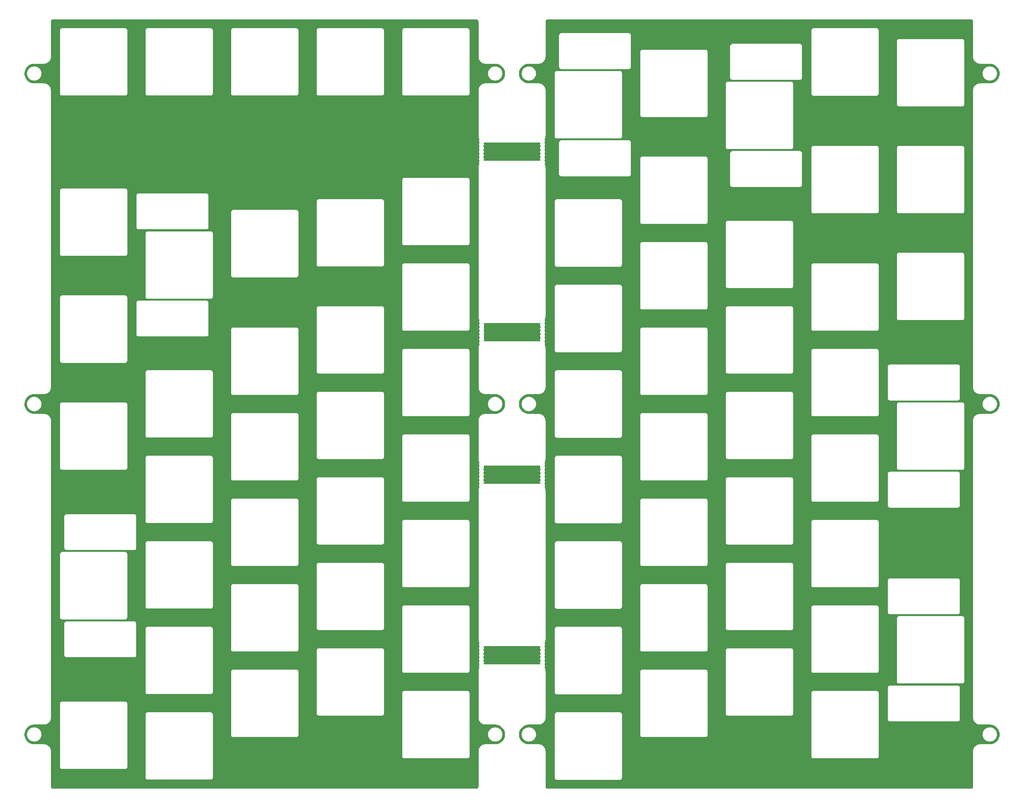
<source format=gbr>
%TF.GenerationSoftware,KiCad,Pcbnew,8.0.2*%
%TF.CreationDate,2024-05-06T20:09:12+09:00*%
%TF.ProjectId,plate,706c6174-652e-46b6-9963-61645f706362,v1.0.0*%
%TF.SameCoordinates,Original*%
%TF.FileFunction,Copper,L2,Bot*%
%TF.FilePolarity,Positive*%
%FSLAX46Y46*%
G04 Gerber Fmt 4.6, Leading zero omitted, Abs format (unit mm)*
G04 Created by KiCad (PCBNEW 8.0.2) date 2024-05-06 20:09:12*
%MOMM*%
%LPD*%
G01*
G04 APERTURE LIST*
G04 APERTURE END LIST*
%TA.AperFunction,NonConductor*%
G36*
X202693323Y-85080309D02*
G01*
X202822427Y-85105927D01*
X202830304Y-85107762D01*
X202874108Y-85119500D01*
X202878640Y-85119500D01*
X202902776Y-85121872D01*
X202907216Y-85122753D01*
X202952427Y-85119768D01*
X202960593Y-85119500D01*
X203370108Y-85119500D01*
X203866108Y-85119500D01*
X204362108Y-85119500D01*
X204857108Y-85119500D01*
X205353108Y-85119500D01*
X205848108Y-85119500D01*
X206344108Y-85119500D01*
X206840108Y-85119500D01*
X207336108Y-85119500D01*
X207832108Y-85119500D01*
X208328108Y-85119500D01*
X208824108Y-85119500D01*
X209320108Y-85119500D01*
X209817108Y-85119500D01*
X210312108Y-85119500D01*
X210808108Y-85119500D01*
X211304108Y-85119500D01*
X211800108Y-85119500D01*
X212296108Y-85119500D01*
X212792108Y-85119500D01*
X213287108Y-85119500D01*
X213783108Y-85119500D01*
X214278108Y-85119500D01*
X214819253Y-85119500D01*
X214827478Y-85119772D01*
X214872534Y-85122769D01*
X214877135Y-85121858D01*
X214901202Y-85119500D01*
X214905890Y-85119500D01*
X214905892Y-85119500D01*
X214949523Y-85107809D01*
X214957519Y-85105948D01*
X215068598Y-85083964D01*
X215138180Y-85090257D01*
X215193316Y-85133173D01*
X215216498Y-85199085D01*
X215200366Y-85267066D01*
X215200058Y-85267602D01*
X215177018Y-85307509D01*
X215177017Y-85307510D01*
X215174337Y-85317513D01*
X215139500Y-85447525D01*
X215139500Y-85592475D01*
X215142179Y-85602472D01*
X215177017Y-85732488D01*
X215249482Y-85858000D01*
X215265955Y-85925900D01*
X215249482Y-85982000D01*
X215177017Y-86107511D01*
X215176915Y-86107891D01*
X215139500Y-86247525D01*
X215139500Y-86392475D01*
X215176915Y-86532108D01*
X215177017Y-86532488D01*
X215249482Y-86658000D01*
X215265955Y-86725900D01*
X215249482Y-86782000D01*
X215177017Y-86907511D01*
X215177016Y-86907515D01*
X215139500Y-87047525D01*
X215139500Y-87192475D01*
X215165929Y-87291108D01*
X215177017Y-87332488D01*
X215249482Y-87458000D01*
X215265955Y-87525900D01*
X215249482Y-87582000D01*
X215177017Y-87707511D01*
X215177016Y-87707515D01*
X215139500Y-87847525D01*
X215139500Y-87992475D01*
X215142179Y-88002472D01*
X215177017Y-88132488D01*
X215249482Y-88258000D01*
X215265955Y-88325900D01*
X215249482Y-88382000D01*
X215177017Y-88507511D01*
X215177016Y-88507515D01*
X215139500Y-88647525D01*
X215139500Y-88792475D01*
X215177016Y-88932485D01*
X215198797Y-88970210D01*
X215215270Y-89038110D01*
X215192418Y-89104137D01*
X215137497Y-89147328D01*
X215067944Y-89153970D01*
X215067350Y-89153854D01*
X214957602Y-89132076D01*
X214949659Y-89130226D01*
X214905897Y-89118500D01*
X214905892Y-89118500D01*
X214901361Y-89118500D01*
X214877225Y-89116128D01*
X214872785Y-89115247D01*
X214859437Y-89116128D01*
X214827573Y-89118231D01*
X214819407Y-89118500D01*
X202960593Y-89118500D01*
X202952427Y-89118231D01*
X202907216Y-89115247D01*
X202907215Y-89115247D01*
X202907214Y-89115247D01*
X202902776Y-89116128D01*
X202878640Y-89118500D01*
X202874107Y-89118500D01*
X202830354Y-89130223D01*
X202822398Y-89132075D01*
X202707952Y-89154785D01*
X202638364Y-89148526D01*
X202583206Y-89105637D01*
X202559992Y-89039737D01*
X202576091Y-88971747D01*
X202576431Y-88971155D01*
X202576977Y-88970210D01*
X202592984Y-88942485D01*
X202630500Y-88802475D01*
X202630500Y-88657525D01*
X202592984Y-88517515D01*
X202520516Y-88391997D01*
X202504044Y-88324101D01*
X202520515Y-88268003D01*
X202592984Y-88142485D01*
X202630500Y-88002475D01*
X202630500Y-87857525D01*
X202592984Y-87717515D01*
X202520516Y-87591997D01*
X202504044Y-87524101D01*
X202520515Y-87468003D01*
X202592984Y-87342485D01*
X202630500Y-87202475D01*
X202630500Y-87057525D01*
X202592984Y-86917515D01*
X202520516Y-86791997D01*
X202504044Y-86724101D01*
X202520515Y-86668003D01*
X202592984Y-86542485D01*
X202630500Y-86402475D01*
X202630500Y-86257525D01*
X202592984Y-86117515D01*
X202520516Y-85991997D01*
X202504044Y-85924101D01*
X202520515Y-85868003D01*
X202592984Y-85742485D01*
X202630500Y-85602475D01*
X202630500Y-85457525D01*
X202592984Y-85317515D01*
X202562082Y-85263992D01*
X202545610Y-85196094D01*
X202568462Y-85130067D01*
X202623383Y-85086876D01*
X202692936Y-85080234D01*
X202693323Y-85080309D01*
G37*
%TD.AperFunction*%
%TA.AperFunction,NonConductor*%
G36*
X215135351Y-125307718D02*
G01*
X215190508Y-125350607D01*
X215213722Y-125416507D01*
X215197623Y-125484497D01*
X215197285Y-125485086D01*
X215167017Y-125537512D01*
X215167017Y-125537513D01*
X215167016Y-125537515D01*
X215129500Y-125677525D01*
X215129500Y-125822475D01*
X215165575Y-125957108D01*
X215167017Y-125962488D01*
X215239482Y-126088000D01*
X215255955Y-126155900D01*
X215239482Y-126212000D01*
X215167017Y-126337511D01*
X215167016Y-126337515D01*
X215129500Y-126477525D01*
X215129500Y-126622475D01*
X215167016Y-126762485D01*
X215167017Y-126762488D01*
X215239482Y-126888000D01*
X215255955Y-126955900D01*
X215239482Y-127012000D01*
X215167017Y-127137511D01*
X215167016Y-127137515D01*
X215129500Y-127277525D01*
X215129500Y-127422475D01*
X215167016Y-127562485D01*
X215167017Y-127562488D01*
X215239482Y-127688000D01*
X215255955Y-127755900D01*
X215239482Y-127812000D01*
X215167017Y-127937511D01*
X215167016Y-127937515D01*
X215129500Y-128077525D01*
X215129500Y-128222475D01*
X215167016Y-128362485D01*
X215167017Y-128362488D01*
X215239482Y-128488000D01*
X215255955Y-128555900D01*
X215239482Y-128612000D01*
X215167017Y-128737511D01*
X215167016Y-128737515D01*
X215129500Y-128877525D01*
X215129500Y-129022475D01*
X215167016Y-129162485D01*
X215167017Y-129162487D01*
X215179026Y-129183288D01*
X215195497Y-129251189D01*
X215172645Y-129317215D01*
X215117723Y-129360405D01*
X215048169Y-129367046D01*
X215047502Y-129366915D01*
X214957600Y-129349075D01*
X214949644Y-129347222D01*
X214905897Y-129335500D01*
X214905892Y-129335500D01*
X214901361Y-129335500D01*
X214877225Y-129333128D01*
X214872785Y-129332247D01*
X214859437Y-129333128D01*
X214827573Y-129335231D01*
X214819407Y-129335500D01*
X202959961Y-129335500D01*
X202952043Y-129335247D01*
X202906204Y-129332314D01*
X202902382Y-129333080D01*
X202878005Y-129335500D01*
X202874102Y-129335500D01*
X202829741Y-129347387D01*
X202822028Y-129349192D01*
X202748679Y-129363900D01*
X202679078Y-129357780D01*
X202623835Y-129315002D01*
X202600488Y-129249149D01*
X202616451Y-129181127D01*
X202616850Y-129180429D01*
X202632984Y-129152485D01*
X202670500Y-129012475D01*
X202670500Y-128867525D01*
X202632984Y-128727515D01*
X202560516Y-128601997D01*
X202544044Y-128534101D01*
X202560515Y-128478003D01*
X202632984Y-128352485D01*
X202670500Y-128212475D01*
X202670500Y-128067525D01*
X202632984Y-127927515D01*
X202560516Y-127801997D01*
X202544044Y-127734101D01*
X202560515Y-127678003D01*
X202632984Y-127552485D01*
X202670500Y-127412475D01*
X202670500Y-127267525D01*
X202632984Y-127127515D01*
X202560516Y-127001997D01*
X202544044Y-126934101D01*
X202560515Y-126878003D01*
X202632984Y-126752485D01*
X202670500Y-126612475D01*
X202670500Y-126467525D01*
X202632984Y-126327515D01*
X202560516Y-126201997D01*
X202544044Y-126134101D01*
X202560515Y-126078003D01*
X202632984Y-125952485D01*
X202670500Y-125812475D01*
X202670500Y-125667525D01*
X202632984Y-125527515D01*
X202611822Y-125490862D01*
X202595350Y-125422964D01*
X202618202Y-125356937D01*
X202673123Y-125313746D01*
X202742676Y-125307104D01*
X202743071Y-125307181D01*
X202822420Y-125322926D01*
X202830304Y-125324762D01*
X202874108Y-125336500D01*
X202878640Y-125336500D01*
X202902776Y-125338872D01*
X202907216Y-125339753D01*
X202952427Y-125336768D01*
X202960593Y-125336500D01*
X203370108Y-125336500D01*
X203865108Y-125336500D01*
X204361108Y-125336500D01*
X204856108Y-125336500D01*
X205352108Y-125336500D01*
X205848108Y-125336500D01*
X206344108Y-125336500D01*
X206840108Y-125336500D01*
X207336108Y-125336500D01*
X207831108Y-125336500D01*
X208328108Y-125336500D01*
X208824108Y-125336500D01*
X209320108Y-125336500D01*
X209816108Y-125336500D01*
X210312108Y-125336500D01*
X210808108Y-125336500D01*
X211304108Y-125336500D01*
X211800108Y-125336500D01*
X212295108Y-125336500D01*
X212791108Y-125336500D01*
X213286108Y-125336500D01*
X213782108Y-125336500D01*
X214278108Y-125336500D01*
X214819407Y-125336500D01*
X214827572Y-125336768D01*
X214872785Y-125339753D01*
X214877225Y-125338872D01*
X214901361Y-125336500D01*
X214905890Y-125336500D01*
X214905892Y-125336500D01*
X214949676Y-125324767D01*
X214957562Y-125322930D01*
X215065767Y-125301458D01*
X215135351Y-125307718D01*
G37*
%TD.AperFunction*%
%TA.AperFunction,NonConductor*%
G36*
X215140136Y-157056870D02*
G01*
X215195273Y-157099786D01*
X215218455Y-157165698D01*
X215202322Y-157233679D01*
X215202014Y-157234216D01*
X215177017Y-157277512D01*
X215177017Y-157277513D01*
X215177016Y-157277515D01*
X215139500Y-157417525D01*
X215139500Y-157562475D01*
X215177016Y-157702485D01*
X215177017Y-157702488D01*
X215249482Y-157828000D01*
X215265955Y-157895900D01*
X215249482Y-157952000D01*
X215177017Y-158077511D01*
X215177016Y-158077515D01*
X215139500Y-158217525D01*
X215139500Y-158362475D01*
X215177016Y-158502485D01*
X215177017Y-158502488D01*
X215249482Y-158628000D01*
X215265955Y-158695900D01*
X215249482Y-158752000D01*
X215177017Y-158877511D01*
X215177016Y-158877515D01*
X215139500Y-159017525D01*
X215139500Y-159162475D01*
X215177016Y-159302485D01*
X215177017Y-159302488D01*
X215249482Y-159428000D01*
X215265955Y-159495900D01*
X215249482Y-159552000D01*
X215177017Y-159677511D01*
X215177016Y-159677515D01*
X215139500Y-159817525D01*
X215139500Y-159962475D01*
X215177016Y-160102485D01*
X215177017Y-160102488D01*
X215249482Y-160228000D01*
X215265955Y-160295900D01*
X215249482Y-160352000D01*
X215177017Y-160477511D01*
X215177016Y-160477515D01*
X215139500Y-160617525D01*
X215139500Y-160762475D01*
X215177016Y-160902485D01*
X215177017Y-160902488D01*
X215196840Y-160936822D01*
X215213313Y-161004722D01*
X215190461Y-161070749D01*
X215135539Y-161113940D01*
X215065986Y-161120581D01*
X215065317Y-161120450D01*
X214957600Y-161099075D01*
X214949644Y-161097222D01*
X214905897Y-161085500D01*
X214905892Y-161085500D01*
X214901361Y-161085500D01*
X214877225Y-161083128D01*
X214872785Y-161082247D01*
X214859437Y-161083128D01*
X214827573Y-161085231D01*
X214819407Y-161085500D01*
X202960593Y-161085500D01*
X202952427Y-161085231D01*
X202935306Y-161084101D01*
X202907216Y-161082247D01*
X202907215Y-161082247D01*
X202907214Y-161082247D01*
X202902776Y-161083128D01*
X202878640Y-161085500D01*
X202874107Y-161085500D01*
X202830354Y-161097223D01*
X202822399Y-161099075D01*
X202708162Y-161121744D01*
X202638573Y-161115485D01*
X202583415Y-161072597D01*
X202560201Y-161006697D01*
X202576300Y-160938707D01*
X202576639Y-160938115D01*
X202602984Y-160892485D01*
X202640500Y-160752475D01*
X202640500Y-160607525D01*
X202602984Y-160467515D01*
X202530516Y-160341997D01*
X202514044Y-160274101D01*
X202530515Y-160218003D01*
X202602984Y-160092485D01*
X202640500Y-159952475D01*
X202640500Y-159807525D01*
X202602984Y-159667515D01*
X202530516Y-159541997D01*
X202514044Y-159474101D01*
X202530515Y-159418003D01*
X202602984Y-159292485D01*
X202640500Y-159152475D01*
X202640500Y-159007525D01*
X202602984Y-158867515D01*
X202530516Y-158741997D01*
X202514044Y-158674101D01*
X202530515Y-158618003D01*
X202602984Y-158492485D01*
X202640500Y-158352475D01*
X202640500Y-158207525D01*
X202602984Y-158067515D01*
X202530516Y-157941997D01*
X202514044Y-157874101D01*
X202530515Y-157818003D01*
X202602984Y-157692485D01*
X202640500Y-157552475D01*
X202640500Y-157407525D01*
X202602984Y-157267515D01*
X202602982Y-157267511D01*
X202584901Y-157236193D01*
X202568428Y-157168292D01*
X202591281Y-157102266D01*
X202646202Y-157059075D01*
X202715756Y-157052434D01*
X202716520Y-157052584D01*
X202821947Y-157073780D01*
X202829545Y-157075559D01*
X202874108Y-157087500D01*
X202877847Y-157087500D01*
X202902278Y-157089930D01*
X202905951Y-157090669D01*
X202951950Y-157087749D01*
X202959806Y-157087500D01*
X203370108Y-157087500D01*
X203866108Y-157087500D01*
X204354105Y-157087500D01*
X204356357Y-157087645D01*
X204363116Y-157087631D01*
X204363119Y-157087632D01*
X204428471Y-157087500D01*
X204493892Y-157087500D01*
X204500719Y-157087500D01*
X204502963Y-157087348D01*
X204923561Y-157086500D01*
X205353108Y-157086500D01*
X205848108Y-157086500D01*
X206344108Y-157086500D01*
X206840108Y-157086500D01*
X207336108Y-157086500D01*
X207832108Y-157086500D01*
X208328108Y-157086500D01*
X208824108Y-157086500D01*
X209320108Y-157086500D01*
X209817108Y-157086500D01*
X210312108Y-157086500D01*
X210808108Y-157086500D01*
X211304108Y-157086500D01*
X211800108Y-157086500D01*
X212296108Y-157086500D01*
X212792108Y-157086500D01*
X213287108Y-157086500D01*
X213783108Y-157086500D01*
X214278108Y-157086500D01*
X214819253Y-157086500D01*
X214827478Y-157086772D01*
X214872534Y-157089769D01*
X214877135Y-157088858D01*
X214901202Y-157086500D01*
X214905890Y-157086500D01*
X214905892Y-157086500D01*
X214949523Y-157074809D01*
X214957520Y-157072948D01*
X215070553Y-157050577D01*
X215140136Y-157056870D01*
G37*
%TD.AperFunction*%
%TA.AperFunction,NonConductor*%
G36*
X215146854Y-197272435D02*
G01*
X215202011Y-197315324D01*
X215225225Y-197381224D01*
X215209126Y-197449214D01*
X215208788Y-197449802D01*
X215187018Y-197487509D01*
X215187017Y-197487510D01*
X215184337Y-197497513D01*
X215149500Y-197627525D01*
X215149500Y-197772475D01*
X215182360Y-197895108D01*
X215187017Y-197912488D01*
X215259482Y-198038000D01*
X215275955Y-198105900D01*
X215259482Y-198162000D01*
X215187017Y-198287511D01*
X215187016Y-198287515D01*
X215149500Y-198427525D01*
X215149500Y-198572475D01*
X215187016Y-198712485D01*
X215187017Y-198712488D01*
X215259482Y-198838000D01*
X215275955Y-198905900D01*
X215259482Y-198962000D01*
X215187017Y-199087511D01*
X215187016Y-199087515D01*
X215149500Y-199227525D01*
X215149500Y-199372475D01*
X215166840Y-199437187D01*
X215187017Y-199512488D01*
X215259482Y-199638000D01*
X215275955Y-199705900D01*
X215259482Y-199762000D01*
X215187017Y-199887511D01*
X215187016Y-199887515D01*
X215149500Y-200027525D01*
X215149500Y-200172475D01*
X215180484Y-200288108D01*
X215187017Y-200312488D01*
X215259482Y-200438000D01*
X215275955Y-200505900D01*
X215259482Y-200562000D01*
X215187017Y-200687511D01*
X215187016Y-200687515D01*
X215149500Y-200827525D01*
X215149500Y-200972475D01*
X215187016Y-201112485D01*
X215187017Y-201112488D01*
X215212699Y-201156970D01*
X215229172Y-201224870D01*
X215206320Y-201290897D01*
X215151398Y-201334088D01*
X215081845Y-201340729D01*
X215081176Y-201340598D01*
X214957615Y-201316079D01*
X214949659Y-201314226D01*
X214905897Y-201302500D01*
X214905892Y-201302500D01*
X214901361Y-201302500D01*
X214877225Y-201300128D01*
X214872785Y-201299247D01*
X214859437Y-201300128D01*
X214827573Y-201302231D01*
X214819407Y-201302500D01*
X202959961Y-201302500D01*
X202952043Y-201302247D01*
X202906204Y-201299314D01*
X202902382Y-201300080D01*
X202878005Y-201302500D01*
X202874102Y-201302500D01*
X202829741Y-201314387D01*
X202822028Y-201316192D01*
X202716710Y-201337310D01*
X202647109Y-201331190D01*
X202591865Y-201288412D01*
X202568519Y-201222558D01*
X202584482Y-201154536D01*
X202584789Y-201153998D01*
X202602984Y-201122485D01*
X202640500Y-200982475D01*
X202640500Y-200837525D01*
X202602984Y-200697515D01*
X202530516Y-200571997D01*
X202514044Y-200504101D01*
X202530515Y-200448003D01*
X202602984Y-200322485D01*
X202640500Y-200182475D01*
X202640500Y-200037525D01*
X202602984Y-199897515D01*
X202530516Y-199771997D01*
X202514044Y-199704101D01*
X202530515Y-199648003D01*
X202602984Y-199522485D01*
X202640500Y-199382475D01*
X202640500Y-199237525D01*
X202602984Y-199097515D01*
X202530516Y-198971997D01*
X202514044Y-198904101D01*
X202530515Y-198848003D01*
X202602984Y-198722485D01*
X202640500Y-198582475D01*
X202640500Y-198437525D01*
X202602984Y-198297515D01*
X202530516Y-198171997D01*
X202514044Y-198104101D01*
X202530515Y-198048003D01*
X202602984Y-197922485D01*
X202640500Y-197782475D01*
X202640500Y-197637525D01*
X202602984Y-197497515D01*
X202575984Y-197450751D01*
X202559512Y-197382852D01*
X202582364Y-197316825D01*
X202637285Y-197273634D01*
X202706838Y-197266992D01*
X202707091Y-197267041D01*
X202822426Y-197289927D01*
X202830304Y-197291762D01*
X202874108Y-197303500D01*
X202878640Y-197303500D01*
X202902776Y-197305872D01*
X202907216Y-197306753D01*
X202952427Y-197303768D01*
X202960593Y-197303500D01*
X203370108Y-197303500D01*
X203865108Y-197303500D01*
X204361108Y-197303500D01*
X204856108Y-197303500D01*
X205352108Y-197303500D01*
X205848108Y-197303500D01*
X206344108Y-197303500D01*
X206840108Y-197303500D01*
X207336108Y-197303500D01*
X207831108Y-197303500D01*
X208328108Y-197303500D01*
X208824108Y-197303500D01*
X209320108Y-197303500D01*
X209816108Y-197303500D01*
X210312108Y-197303500D01*
X210808108Y-197303500D01*
X211304108Y-197303500D01*
X211800108Y-197303500D01*
X212295108Y-197303500D01*
X212791108Y-197303500D01*
X213286108Y-197303500D01*
X213782108Y-197303500D01*
X214278108Y-197303500D01*
X214819407Y-197303500D01*
X214827572Y-197303768D01*
X214872785Y-197306753D01*
X214877225Y-197305872D01*
X214901361Y-197303500D01*
X214905890Y-197303500D01*
X214905892Y-197303500D01*
X214949676Y-197291767D01*
X214957562Y-197289930D01*
X215077271Y-197266175D01*
X215146854Y-197272435D01*
G37*
%TD.AperFunction*%
%TA.AperFunction,NonConductor*%
G36*
X311032770Y-57622871D02*
G01*
X311233244Y-57662651D01*
X311278111Y-57681252D01*
X311278913Y-57681789D01*
X311395861Y-57760115D01*
X311429883Y-57794137D01*
X311430196Y-57794604D01*
X311508747Y-57911888D01*
X311527347Y-57956754D01*
X311537198Y-58006397D01*
X311562991Y-58136380D01*
X311567128Y-58157224D01*
X311569500Y-58181360D01*
X311569500Y-65999406D01*
X311569231Y-66007571D01*
X311566247Y-66052785D01*
X311567127Y-66057222D01*
X311567128Y-66057223D01*
X311569500Y-66081360D01*
X311569500Y-66085897D01*
X311581226Y-66129659D01*
X311583079Y-66137616D01*
X311647197Y-66460734D01*
X311649294Y-66476620D01*
X311650987Y-66502022D01*
X311650988Y-66502024D01*
X311658785Y-66524913D01*
X311658880Y-66525190D01*
X311663132Y-66541038D01*
X311667003Y-66560548D01*
X311667897Y-66565049D01*
X311679140Y-66587873D01*
X311685277Y-66602677D01*
X311693482Y-66626762D01*
X311693486Y-66626771D01*
X311707100Y-66647096D01*
X311715312Y-66661309D01*
X311726129Y-66683271D01*
X311742900Y-66702412D01*
X311752661Y-66715124D01*
X311923991Y-66970935D01*
X311932235Y-66985213D01*
X311942952Y-67007005D01*
X311942954Y-67007008D01*
X311959837Y-67026301D01*
X311969545Y-67038953D01*
X311983816Y-67060260D01*
X311983821Y-67060266D01*
X312002092Y-67076254D01*
X312013751Y-67087913D01*
X312029735Y-67106180D01*
X312029737Y-67106181D01*
X312051031Y-67120443D01*
X312051039Y-67120448D01*
X312063696Y-67130160D01*
X312082992Y-67147046D01*
X312082993Y-67147046D01*
X312082994Y-67147047D01*
X312104789Y-67157765D01*
X312119056Y-67166002D01*
X312119063Y-67166007D01*
X312374875Y-67337338D01*
X312387587Y-67347098D01*
X312388093Y-67347541D01*
X312406731Y-67363871D01*
X312428696Y-67374690D01*
X312442887Y-67382889D01*
X312463232Y-67396515D01*
X312487321Y-67404721D01*
X312502121Y-67410857D01*
X312524952Y-67422103D01*
X312548955Y-67426865D01*
X312564797Y-67431115D01*
X312587976Y-67439012D01*
X312613378Y-67440704D01*
X312629248Y-67442798D01*
X312952405Y-67506923D01*
X312960325Y-67508768D01*
X313004108Y-67520500D01*
X313008640Y-67520500D01*
X313032776Y-67522872D01*
X313037216Y-67523753D01*
X313082427Y-67520768D01*
X313090593Y-67520500D01*
X313444108Y-67520500D01*
X313885108Y-67520500D01*
X314325108Y-67520500D01*
X314764108Y-67520500D01*
X315242693Y-67520500D01*
X315253514Y-67520973D01*
X315285248Y-67523753D01*
X315640692Y-67554891D01*
X315661670Y-67558565D01*
X316011884Y-67651496D01*
X316032554Y-67658999D01*
X316358508Y-67811264D01*
X316377273Y-67822121D01*
X316562420Y-67952108D01*
X316674017Y-68030457D01*
X316690448Y-68044262D01*
X316945618Y-68299432D01*
X316959460Y-68315915D01*
X317009405Y-68387133D01*
X317167031Y-68611896D01*
X317177797Y-68630490D01*
X317271763Y-68831108D01*
X317331173Y-68957949D01*
X317338697Y-68978611D01*
X317431397Y-69326427D01*
X317435111Y-69347585D01*
X317466706Y-69709768D01*
X317466725Y-69731104D01*
X317436014Y-70090431D01*
X317432251Y-70111919D01*
X317338710Y-70461546D01*
X317331269Y-70481979D01*
X317178736Y-70808505D01*
X317167876Y-70827274D01*
X316959541Y-71124017D01*
X316945736Y-71140448D01*
X316690566Y-71395618D01*
X316674083Y-71409460D01*
X316378106Y-71617029D01*
X316359504Y-71627799D01*
X316032049Y-71781173D01*
X316011387Y-71788697D01*
X315663571Y-71881397D01*
X315642413Y-71885111D01*
X315253588Y-71919031D01*
X315242812Y-71919500D01*
X313090593Y-71919500D01*
X313082427Y-71919231D01*
X313079397Y-71919031D01*
X313037216Y-71916247D01*
X313037215Y-71916247D01*
X313037214Y-71916247D01*
X313032776Y-71917128D01*
X313008640Y-71919500D01*
X313004107Y-71919500D01*
X312960354Y-71931223D01*
X312952398Y-71933076D01*
X312629252Y-71997199D01*
X312613365Y-71999295D01*
X312587977Y-72000987D01*
X312587973Y-72000988D01*
X312564804Y-72008881D01*
X312548958Y-72013133D01*
X312524955Y-72017896D01*
X312524948Y-72017898D01*
X312502116Y-72029144D01*
X312487323Y-72035277D01*
X312463233Y-72043484D01*
X312463228Y-72043487D01*
X312442893Y-72057106D01*
X312428690Y-72065312D01*
X312406729Y-72076129D01*
X312387584Y-72092903D01*
X312374876Y-72102660D01*
X312119063Y-72273991D01*
X312104786Y-72282234D01*
X312082995Y-72292951D01*
X312063690Y-72309843D01*
X312051044Y-72319546D01*
X312029742Y-72333814D01*
X312029734Y-72333820D01*
X312013744Y-72352093D01*
X312002093Y-72363744D01*
X311983820Y-72379734D01*
X311983814Y-72379742D01*
X311969546Y-72401044D01*
X311959843Y-72413690D01*
X311942951Y-72432995D01*
X311932234Y-72454786D01*
X311923991Y-72469063D01*
X311752660Y-72724875D01*
X311742904Y-72737581D01*
X311726131Y-72756726D01*
X311726130Y-72756729D01*
X311715308Y-72778697D01*
X311707103Y-72792898D01*
X311693486Y-72813230D01*
X311693481Y-72813240D01*
X311685279Y-72837317D01*
X311679143Y-72852119D01*
X311667898Y-72874948D01*
X311667894Y-72874958D01*
X311663131Y-72898960D01*
X311658882Y-72914798D01*
X311650988Y-72937974D01*
X311650987Y-72937976D01*
X311649294Y-72963378D01*
X311647197Y-72979264D01*
X311583081Y-73302373D01*
X311581229Y-73310327D01*
X311569500Y-73354103D01*
X311569500Y-73358637D01*
X311567130Y-73382763D01*
X311566298Y-73386960D01*
X311566247Y-73387216D01*
X311569231Y-73432426D01*
X311569500Y-73440592D01*
X311569500Y-139615559D01*
X311569235Y-139623663D01*
X311566263Y-139669036D01*
X311566897Y-139672223D01*
X311567116Y-139673321D01*
X311569500Y-139697519D01*
X311569500Y-139701892D01*
X311577801Y-139732875D01*
X311581267Y-139745809D01*
X311583107Y-139753704D01*
X311647110Y-140075399D01*
X311649231Y-140091525D01*
X311650847Y-140116315D01*
X311650847Y-140116317D01*
X311650848Y-140116319D01*
X311658897Y-140140058D01*
X311658903Y-140140073D01*
X311663085Y-140155693D01*
X311667978Y-140180287D01*
X311667979Y-140180292D01*
X311678966Y-140202568D01*
X311685188Y-140217595D01*
X311693164Y-140241118D01*
X311693168Y-140241125D01*
X311707087Y-140261972D01*
X311715172Y-140275979D01*
X311726269Y-140298479D01*
X311742658Y-140317166D01*
X311752554Y-140330068D01*
X311924264Y-140587237D01*
X311932293Y-140601132D01*
X311943549Y-140623896D01*
X311943551Y-140623900D01*
X311959746Y-140642328D01*
X311969724Y-140655322D01*
X311983344Y-140675721D01*
X311983346Y-140675723D01*
X311983347Y-140675724D01*
X312002430Y-140692471D01*
X312013781Y-140703814D01*
X312030547Y-140722891D01*
X312030548Y-140722892D01*
X312030547Y-140722892D01*
X312050954Y-140736496D01*
X312063958Y-140746467D01*
X312082396Y-140762647D01*
X312093949Y-140768349D01*
X312105171Y-140773888D01*
X312119071Y-140781907D01*
X312374504Y-140952196D01*
X312387669Y-140962308D01*
X312402205Y-140975108D01*
X312405678Y-140978166D01*
X312428915Y-140989683D01*
X312442618Y-140997604D01*
X312464198Y-141011992D01*
X312486940Y-141019685D01*
X312502260Y-141026040D01*
X312512161Y-141030948D01*
X312523751Y-141036694D01*
X312537154Y-141039388D01*
X312549164Y-141041802D01*
X312564456Y-141045907D01*
X312589033Y-141054222D01*
X312612983Y-141055766D01*
X312629434Y-141057939D01*
X312951939Y-141122778D01*
X312959552Y-141124561D01*
X313004108Y-141136500D01*
X313007847Y-141136500D01*
X313032278Y-141138930D01*
X313035951Y-141139669D01*
X313081950Y-141136749D01*
X313089806Y-141136500D01*
X313444108Y-141136500D01*
X313885108Y-141136500D01*
X314325108Y-141136500D01*
X314764108Y-141136500D01*
X315243351Y-141136500D01*
X315253910Y-141136950D01*
X315640437Y-141169985D01*
X315661912Y-141173745D01*
X316011551Y-141267290D01*
X316031970Y-141274725D01*
X316359003Y-141427495D01*
X316377593Y-141438231D01*
X316673839Y-141645450D01*
X316690576Y-141659507D01*
X316945485Y-141915183D01*
X316959188Y-141931527D01*
X317164865Y-142224807D01*
X317167194Y-142228127D01*
X317177916Y-142246628D01*
X317331124Y-142572964D01*
X317338714Y-142593793D01*
X317431399Y-142942319D01*
X317435095Y-142963411D01*
X317466706Y-143325768D01*
X317466725Y-143347104D01*
X317436014Y-143706431D01*
X317432251Y-143727919D01*
X317338784Y-144077270D01*
X317331296Y-144097804D01*
X317178853Y-144423373D01*
X317168040Y-144442041D01*
X316959269Y-144739405D01*
X316945596Y-144755704D01*
X316690310Y-145011758D01*
X316673695Y-145025732D01*
X316378599Y-145232682D01*
X316359782Y-145243552D01*
X316031834Y-145396391D01*
X316011633Y-145403750D01*
X315663174Y-145497388D01*
X315641771Y-145501167D01*
X315436114Y-145519108D01*
X315253587Y-145535031D01*
X315242812Y-145535500D01*
X313090593Y-145535500D01*
X313082427Y-145535231D01*
X313079336Y-145535027D01*
X313037216Y-145532247D01*
X313037215Y-145532247D01*
X313037214Y-145532247D01*
X313032776Y-145533128D01*
X313008640Y-145535500D01*
X313004107Y-145535500D01*
X312960354Y-145547223D01*
X312952398Y-145549075D01*
X312629913Y-145613067D01*
X312613763Y-145615182D01*
X312589036Y-145616777D01*
X312589027Y-145616779D01*
X312565209Y-145624836D01*
X312549617Y-145629001D01*
X312548644Y-145629195D01*
X312524951Y-145633897D01*
X312502721Y-145644846D01*
X312487676Y-145651064D01*
X312464201Y-145659006D01*
X312464196Y-145659008D01*
X312443274Y-145672956D01*
X312429293Y-145681014D01*
X312406728Y-145692129D01*
X312388097Y-145708454D01*
X312375165Y-145718362D01*
X312119067Y-145889094D01*
X312105171Y-145897111D01*
X312082394Y-145908353D01*
X312063959Y-145924532D01*
X312050959Y-145934500D01*
X312030547Y-145948108D01*
X312013779Y-145967188D01*
X312002434Y-145978524D01*
X312000080Y-145980590D01*
X311983343Y-145995279D01*
X311969723Y-146015678D01*
X311959743Y-146028675D01*
X311943552Y-146047098D01*
X311943551Y-146047099D01*
X311932294Y-146069866D01*
X311924266Y-146083758D01*
X311752467Y-146341060D01*
X311742614Y-146353913D01*
X311726128Y-146372730D01*
X311715113Y-146395093D01*
X311707006Y-146409148D01*
X311693166Y-146429877D01*
X311685137Y-146453553D01*
X311678948Y-146468513D01*
X311667898Y-146490947D01*
X311667896Y-146490954D01*
X311666989Y-146495525D01*
X311663048Y-146515388D01*
X311663045Y-146515401D01*
X311658850Y-146531081D01*
X311650849Y-146554675D01*
X311650847Y-146554684D01*
X311649221Y-146579630D01*
X311647112Y-146595695D01*
X311583081Y-146918373D01*
X311581229Y-146926327D01*
X311569500Y-146970103D01*
X311569500Y-146974637D01*
X311567130Y-146998763D01*
X311566496Y-147001960D01*
X311566247Y-147003216D01*
X311569231Y-147048426D01*
X311569500Y-147056592D01*
X311569500Y-213230406D01*
X311569231Y-213238571D01*
X311566247Y-213283785D01*
X311567127Y-213288222D01*
X311567128Y-213288223D01*
X311569500Y-213312360D01*
X311569500Y-213316897D01*
X311581226Y-213360659D01*
X311583079Y-213368616D01*
X311647112Y-213691304D01*
X311649221Y-213707369D01*
X311650848Y-213732318D01*
X311650849Y-213732324D01*
X311658850Y-213755920D01*
X311663045Y-213771599D01*
X311667897Y-213796049D01*
X311678947Y-213818483D01*
X311685139Y-213833450D01*
X311693164Y-213857115D01*
X311693167Y-213857123D01*
X311693170Y-213857127D01*
X311707004Y-213877847D01*
X311715111Y-213891902D01*
X311726129Y-213914269D01*
X311742615Y-213933085D01*
X311752461Y-213945930D01*
X311769941Y-213972108D01*
X311924264Y-214203237D01*
X311932293Y-214217132D01*
X311943549Y-214239896D01*
X311943551Y-214239900D01*
X311959746Y-214258328D01*
X311969724Y-214271322D01*
X311983344Y-214291721D01*
X311983346Y-214291723D01*
X311983347Y-214291724D01*
X312002430Y-214308471D01*
X312013781Y-214319814D01*
X312030547Y-214338891D01*
X312030548Y-214338892D01*
X312030547Y-214338892D01*
X312050954Y-214352496D01*
X312063958Y-214362467D01*
X312082396Y-214378647D01*
X312093949Y-214384349D01*
X312105171Y-214389888D01*
X312119071Y-214397907D01*
X312375161Y-214568634D01*
X312388093Y-214578541D01*
X312406731Y-214594871D01*
X312429290Y-214605982D01*
X312443264Y-214614036D01*
X312464198Y-214627992D01*
X312487670Y-214635932D01*
X312502722Y-214642153D01*
X312524952Y-214653103D01*
X312549615Y-214657997D01*
X312565205Y-214662161D01*
X312589033Y-214670222D01*
X312613758Y-214671816D01*
X312629908Y-214673929D01*
X312952405Y-214737923D01*
X312960325Y-214739768D01*
X313004108Y-214751500D01*
X313008640Y-214751500D01*
X313032776Y-214753872D01*
X313037216Y-214754753D01*
X313082427Y-214751768D01*
X313090593Y-214751500D01*
X313444108Y-214751500D01*
X313885108Y-214751500D01*
X314325108Y-214751500D01*
X314764108Y-214751500D01*
X315242692Y-214751500D01*
X315253514Y-214751973D01*
X315640047Y-214785835D01*
X315661273Y-214789575D01*
X315661404Y-214789610D01*
X316011551Y-214883290D01*
X316031970Y-214890725D01*
X316359003Y-215043495D01*
X316377593Y-215054231D01*
X316673839Y-215261450D01*
X316690576Y-215275507D01*
X316945485Y-215531183D01*
X316959188Y-215547527D01*
X317164865Y-215840807D01*
X317167194Y-215844127D01*
X317177916Y-215862628D01*
X317331124Y-216188964D01*
X317338714Y-216209793D01*
X317431414Y-216558375D01*
X317435108Y-216579444D01*
X317466704Y-216940867D01*
X317466726Y-216962203D01*
X317436001Y-217322458D01*
X317432237Y-217343969D01*
X317338784Y-217693270D01*
X317331296Y-217713804D01*
X317178853Y-218039373D01*
X317168040Y-218058041D01*
X316959269Y-218355405D01*
X316945596Y-218371704D01*
X316690310Y-218627758D01*
X316673695Y-218641732D01*
X316378599Y-218848682D01*
X316359782Y-218859552D01*
X316031834Y-219012391D01*
X316011633Y-219019750D01*
X315663813Y-219113216D01*
X315642149Y-219117017D01*
X315293881Y-219146657D01*
X315253987Y-219150053D01*
X315243473Y-219150500D01*
X313090593Y-219150500D01*
X313082427Y-219150231D01*
X313079397Y-219150031D01*
X313037216Y-219147247D01*
X313037215Y-219147247D01*
X313037214Y-219147247D01*
X313032776Y-219148128D01*
X313008640Y-219150500D01*
X313004107Y-219150500D01*
X312960339Y-219162227D01*
X312952383Y-219164079D01*
X312629480Y-219228154D01*
X312613504Y-219230257D01*
X312588331Y-219231916D01*
X312588322Y-219231918D01*
X312564933Y-219239867D01*
X312549178Y-219244088D01*
X312524958Y-219248895D01*
X312524945Y-219248899D01*
X312502317Y-219260045D01*
X312487438Y-219266208D01*
X312480091Y-219268705D01*
X312463551Y-219274327D01*
X312443024Y-219288054D01*
X312428894Y-219296211D01*
X312406730Y-219307128D01*
X312387752Y-219323756D01*
X312374970Y-219333563D01*
X312120368Y-219503822D01*
X312106089Y-219512053D01*
X312084291Y-219522755D01*
X312084286Y-219522758D01*
X312064974Y-219539633D01*
X312052321Y-219549327D01*
X312031012Y-219563578D01*
X312031002Y-219563586D01*
X312014998Y-219581849D01*
X312003342Y-219593488D01*
X312001906Y-219594744D01*
X311985052Y-219609472D01*
X311970763Y-219630773D01*
X311961049Y-219643413D01*
X311944155Y-219662692D01*
X311944147Y-219662705D01*
X311933416Y-219684483D01*
X311925166Y-219698749D01*
X311752757Y-219955781D01*
X311743049Y-219968416D01*
X311726129Y-219987729D01*
X311715409Y-220009493D01*
X311707152Y-220023773D01*
X311693641Y-220043915D01*
X311685347Y-220068204D01*
X311679241Y-220082917D01*
X311667899Y-220105944D01*
X311667896Y-220105953D01*
X311663175Y-220129744D01*
X311658896Y-220145670D01*
X311651058Y-220168627D01*
X311649333Y-220194241D01*
X311647241Y-220210044D01*
X311583081Y-220533373D01*
X311581229Y-220541327D01*
X311569500Y-220585103D01*
X311569500Y-220589637D01*
X311567130Y-220613763D01*
X311566247Y-220618215D01*
X311566247Y-220618216D01*
X311569231Y-220663426D01*
X311569500Y-220671592D01*
X311569500Y-228489638D01*
X311567128Y-228513774D01*
X311527257Y-228714697D01*
X311508755Y-228759417D01*
X311429983Y-228877394D01*
X311395640Y-228911712D01*
X311278572Y-228989758D01*
X311233924Y-229008212D01*
X311032770Y-229048128D01*
X311008635Y-229050500D01*
X216901361Y-229050500D01*
X216877227Y-229048128D01*
X216791745Y-229031165D01*
X216676074Y-229008212D01*
X216631427Y-228989758D01*
X216514359Y-228911713D01*
X216480016Y-228877395D01*
X216401243Y-228759416D01*
X216382742Y-228714699D01*
X216342871Y-228513769D01*
X216340500Y-228489634D01*
X216340500Y-220671593D01*
X216340769Y-220663427D01*
X216340769Y-220663426D01*
X216343753Y-220618216D01*
X216342869Y-220613764D01*
X216340500Y-220589638D01*
X216340500Y-220585110D01*
X216340500Y-220585108D01*
X216328762Y-220541304D01*
X216326927Y-220533426D01*
X216262841Y-220210468D01*
X216260741Y-220194506D01*
X216260724Y-220194241D01*
X216259082Y-220169326D01*
X216251131Y-220145933D01*
X216246909Y-220130173D01*
X216246865Y-220129953D01*
X216242103Y-220105952D01*
X216230955Y-220083321D01*
X216224789Y-220068433D01*
X216224750Y-220068317D01*
X216216673Y-220044552D01*
X216202946Y-220024025D01*
X216194784Y-220009887D01*
X216183871Y-219987731D01*
X216167244Y-219968754D01*
X216157435Y-219955969D01*
X215995821Y-219714297D01*
X215987056Y-219701189D01*
X215978860Y-219686982D01*
X215968047Y-219664994D01*
X215951299Y-219645855D01*
X215941547Y-219633136D01*
X215927415Y-219612004D01*
X215908991Y-219595859D01*
X215897398Y-219584257D01*
X215881264Y-219565820D01*
X215881263Y-219565819D01*
X215860133Y-219551667D01*
X215847419Y-219541903D01*
X215828301Y-219525150D01*
X215806321Y-219514321D01*
X215792122Y-219506116D01*
X215536644Y-219335010D01*
X215523745Y-219325086D01*
X215505111Y-219308693D01*
X215505110Y-219308692D01*
X215482611Y-219297553D01*
X215468630Y-219289457D01*
X215466535Y-219288054D01*
X215447768Y-219275485D01*
X215424274Y-219267480D01*
X215409258Y-219261238D01*
X215387008Y-219250223D01*
X215387006Y-219250222D01*
X215362392Y-219245287D01*
X215346789Y-219241084D01*
X215342276Y-219239546D01*
X215323024Y-219232988D01*
X215323022Y-219232987D01*
X215323020Y-219232987D01*
X215298262Y-219231337D01*
X215282130Y-219229192D01*
X214957970Y-219164192D01*
X214950270Y-219162390D01*
X214905892Y-219150500D01*
X214901995Y-219150500D01*
X214877617Y-219148080D01*
X214873796Y-219147314D01*
X214873795Y-219147314D01*
X214827957Y-219150247D01*
X214820039Y-219150500D01*
X212666650Y-219150500D01*
X212656090Y-219150050D01*
X212269567Y-219117014D01*
X212248079Y-219113251D01*
X211898452Y-219019710D01*
X211878019Y-219012269D01*
X211551001Y-218859506D01*
X211532408Y-218848770D01*
X211236156Y-218641548D01*
X211219417Y-218627487D01*
X211218668Y-218626736D01*
X210964517Y-218371819D01*
X210950809Y-218355470D01*
X210742801Y-218058866D01*
X210732085Y-218040375D01*
X210578873Y-217714033D01*
X210571284Y-217693205D01*
X210571066Y-217692387D01*
X210478599Y-217344679D01*
X210474903Y-217323587D01*
X210464829Y-217208108D01*
X210445205Y-216983157D01*
X211036206Y-216983157D01*
X211036207Y-216983164D01*
X211041213Y-217008560D01*
X211043278Y-217024275D01*
X211045002Y-217050095D01*
X211045005Y-217050106D01*
X211052759Y-217072857D01*
X211057047Y-217088874D01*
X211124191Y-217429448D01*
X211126260Y-217445210D01*
X211127969Y-217470926D01*
X211130170Y-217477391D01*
X211135752Y-217493788D01*
X211140025Y-217509762D01*
X211144696Y-217533456D01*
X211144697Y-217533458D01*
X211156056Y-217556591D01*
X211156057Y-217556592D01*
X211162134Y-217571280D01*
X211170441Y-217595679D01*
X211183875Y-217615746D01*
X211192138Y-217630071D01*
X211202782Y-217651749D01*
X211202783Y-217651750D01*
X211219750Y-217671164D01*
X211229416Y-217683772D01*
X211423238Y-217973290D01*
X211431385Y-217987378D01*
X211437506Y-217999777D01*
X211442371Y-218009631D01*
X211442372Y-218009632D01*
X211458942Y-218028513D01*
X211468783Y-218041320D01*
X211482756Y-218062191D01*
X211482757Y-218062192D01*
X211501417Y-218078527D01*
X211512934Y-218090028D01*
X211529302Y-218108677D01*
X211545917Y-218119769D01*
X211550193Y-218122624D01*
X211563016Y-218132451D01*
X211581906Y-218148987D01*
X211581910Y-218148989D01*
X211581912Y-218148991D01*
X211604167Y-218159940D01*
X211618266Y-218168069D01*
X211898298Y-218355017D01*
X211908283Y-218361683D01*
X211921073Y-218371480D01*
X211936788Y-218385228D01*
X211940061Y-218388091D01*
X211962219Y-218398984D01*
X211976364Y-218407135D01*
X211996901Y-218420846D01*
X211996908Y-218420849D01*
X212008089Y-218424638D01*
X212020788Y-218428944D01*
X212035685Y-218435099D01*
X212058326Y-218446230D01*
X212082562Y-218451019D01*
X212098319Y-218455227D01*
X212121713Y-218463158D01*
X212146884Y-218464797D01*
X212162858Y-218466887D01*
X212502053Y-218533919D01*
X212518009Y-218538194D01*
X212540899Y-218545996D01*
X212566588Y-218547711D01*
X212582342Y-218549785D01*
X212607610Y-218554779D01*
X212631738Y-218553167D01*
X212648262Y-218553167D01*
X212672390Y-218554779D01*
X212697640Y-218549788D01*
X212713410Y-218547711D01*
X212739102Y-218545996D01*
X212762002Y-218538189D01*
X212777940Y-218533919D01*
X213117136Y-218466887D01*
X213133108Y-218464798D01*
X213158286Y-218463159D01*
X213181688Y-218455224D01*
X213197444Y-218451017D01*
X213221674Y-218446230D01*
X213244309Y-218435101D01*
X213259200Y-218428947D01*
X213283094Y-218420848D01*
X213303634Y-218407134D01*
X213317781Y-218398982D01*
X213339940Y-218388090D01*
X213358929Y-218371478D01*
X213371708Y-218361688D01*
X213661735Y-218168066D01*
X213675822Y-218159946D01*
X213698088Y-218148991D01*
X213716983Y-218132449D01*
X213729810Y-218122620D01*
X213730157Y-218122389D01*
X213750697Y-218108677D01*
X213767062Y-218090030D01*
X213778581Y-218078527D01*
X213797246Y-218062188D01*
X213799309Y-218059106D01*
X213811216Y-218041320D01*
X213821057Y-218028510D01*
X213837629Y-218009631D01*
X213848615Y-217987375D01*
X213856750Y-217973303D01*
X214050586Y-217683766D01*
X214060250Y-217671161D01*
X214077217Y-217651750D01*
X214087860Y-217630074D01*
X214096124Y-217615745D01*
X214109559Y-217595679D01*
X214117862Y-217571288D01*
X214123943Y-217556591D01*
X214124573Y-217555308D01*
X214135303Y-217533458D01*
X214139974Y-217509762D01*
X214144247Y-217493787D01*
X214152031Y-217470926D01*
X214153739Y-217445201D01*
X214155808Y-217429446D01*
X214156068Y-217428130D01*
X214222951Y-217088873D01*
X214227241Y-217072854D01*
X214234994Y-217050107D01*
X214234996Y-217050102D01*
X214236721Y-217024265D01*
X214238786Y-217008554D01*
X214243793Y-216983162D01*
X214242179Y-216959184D01*
X214242176Y-216942594D01*
X214243779Y-216918610D01*
X214238788Y-216893356D01*
X214238761Y-216893217D01*
X214236688Y-216877498D01*
X214234951Y-216851676D01*
X214234951Y-216851675D01*
X214227215Y-216829010D01*
X214227185Y-216828922D01*
X214222890Y-216812907D01*
X214205698Y-216725914D01*
X214155808Y-216473462D01*
X214153729Y-216457652D01*
X214152031Y-216432074D01*
X214144203Y-216409083D01*
X214139939Y-216393157D01*
X214135230Y-216369326D01*
X214123920Y-216346320D01*
X214117818Y-216331583D01*
X214109559Y-216307321D01*
X214109558Y-216307319D01*
X214109556Y-216307315D01*
X214096047Y-216287137D01*
X214087811Y-216272868D01*
X214077090Y-216251060D01*
X214060206Y-216231759D01*
X214050511Y-216219120D01*
X213856750Y-215929695D01*
X213848615Y-215915624D01*
X213837629Y-215893369D01*
X213833872Y-215889088D01*
X213821058Y-215874488D01*
X213811213Y-215861675D01*
X213805346Y-215852911D01*
X213797246Y-215840812D01*
X213797242Y-215840809D01*
X213797241Y-215840807D01*
X213778581Y-215824472D01*
X213767067Y-215812974D01*
X213750697Y-215794323D01*
X213729809Y-215780378D01*
X213716982Y-215770549D01*
X213698089Y-215754010D01*
X213698088Y-215754009D01*
X213696785Y-215753368D01*
X213675825Y-215743054D01*
X213661729Y-215734928D01*
X213660565Y-215734151D01*
X213572820Y-215675572D01*
X213372319Y-215541718D01*
X213359311Y-215531730D01*
X213340903Y-215515553D01*
X213340902Y-215515551D01*
X213318116Y-215504285D01*
X213304230Y-215496262D01*
X213283095Y-215482152D01*
X213259882Y-215474283D01*
X213244738Y-215468004D01*
X213222769Y-215457142D01*
X213222765Y-215457140D01*
X213197845Y-215452156D01*
X213182355Y-215448000D01*
X213158289Y-215439841D01*
X213158283Y-215439840D01*
X213133820Y-215438246D01*
X213117568Y-215436101D01*
X213032587Y-215419105D01*
X212777650Y-215368117D01*
X212762235Y-215363986D01*
X212737971Y-215355778D01*
X212713707Y-215354213D01*
X212697371Y-215352062D01*
X212673545Y-215347297D01*
X212673542Y-215347296D01*
X212647978Y-215348945D01*
X212632022Y-215348945D01*
X212606458Y-215347296D01*
X212606452Y-215347297D01*
X212582627Y-215352062D01*
X212566293Y-215354213D01*
X212542037Y-215355777D01*
X212542026Y-215355779D01*
X212517758Y-215363988D01*
X212502348Y-215368117D01*
X212163023Y-215435983D01*
X212146528Y-215438143D01*
X212144914Y-215438246D01*
X212122669Y-215439652D01*
X212122668Y-215439652D01*
X212098004Y-215447960D01*
X212082747Y-215452038D01*
X212076051Y-215453377D01*
X212057233Y-215457141D01*
X212057229Y-215457142D01*
X212035804Y-215467735D01*
X212020442Y-215474087D01*
X211997780Y-215481722D01*
X211976102Y-215496132D01*
X211962423Y-215504018D01*
X211939100Y-215515550D01*
X211921144Y-215531330D01*
X211907942Y-215541446D01*
X211618280Y-215734015D01*
X211604521Y-215741941D01*
X211581369Y-215753370D01*
X211563255Y-215769269D01*
X211550110Y-215779335D01*
X211530038Y-215792678D01*
X211530037Y-215792680D01*
X211512960Y-215812059D01*
X211501732Y-215823265D01*
X211482323Y-215840301D01*
X211482323Y-215840302D01*
X211468936Y-215860353D01*
X211458851Y-215873470D01*
X211442913Y-215891559D01*
X211431442Y-215914684D01*
X211423490Y-215928428D01*
X211229314Y-216219283D01*
X211219520Y-216232068D01*
X211202913Y-216251054D01*
X211202910Y-216251059D01*
X211192013Y-216273225D01*
X211183867Y-216287359D01*
X211183866Y-216287364D01*
X211183865Y-216287365D01*
X211170151Y-216307907D01*
X211170149Y-216307910D01*
X211162050Y-216331799D01*
X211155900Y-216346683D01*
X211144770Y-216369325D01*
X211144769Y-216369326D01*
X211139980Y-216393558D01*
X211135771Y-216409319D01*
X211127842Y-216432710D01*
X211127840Y-216432719D01*
X211126199Y-216457895D01*
X211124109Y-216473868D01*
X211057108Y-216812910D01*
X211052814Y-216828923D01*
X211045050Y-216851670D01*
X211045048Y-216851679D01*
X211043312Y-216877494D01*
X211041240Y-216893208D01*
X211036220Y-216918612D01*
X211037822Y-216942595D01*
X211037819Y-216959172D01*
X211036206Y-216983157D01*
X210445205Y-216983157D01*
X210443291Y-216961222D01*
X210443273Y-216939902D01*
X210473985Y-216580558D01*
X210477745Y-216559088D01*
X210571217Y-216209719D01*
X210578698Y-216189202D01*
X210731149Y-215863617D01*
X210741952Y-215844967D01*
X210950736Y-215547584D01*
X210964396Y-215531301D01*
X211219689Y-215275239D01*
X211236303Y-215261266D01*
X211531401Y-215054314D01*
X211550214Y-215043446D01*
X211878180Y-214890601D01*
X211898354Y-214883252D01*
X212246834Y-214789608D01*
X212268218Y-214785832D01*
X212656412Y-214751969D01*
X212667188Y-214751500D01*
X213014108Y-214751500D01*
X213455108Y-214751500D01*
X213895108Y-214751500D01*
X214334108Y-214751500D01*
X214819407Y-214751500D01*
X214827572Y-214751768D01*
X214872785Y-214754753D01*
X214877225Y-214753872D01*
X214901361Y-214751500D01*
X214905890Y-214751500D01*
X214905892Y-214751500D01*
X214949676Y-214739767D01*
X214957591Y-214737924D01*
X215280096Y-214673927D01*
X215296232Y-214671816D01*
X215320967Y-214670222D01*
X215344787Y-214662163D01*
X215360385Y-214657997D01*
X215360390Y-214657996D01*
X215385049Y-214653103D01*
X215407280Y-214642151D01*
X215422335Y-214635929D01*
X215445802Y-214627991D01*
X215466721Y-214614044D01*
X215480702Y-214605986D01*
X215503269Y-214594871D01*
X215521910Y-214578537D01*
X215534837Y-214568634D01*
X215790937Y-214397900D01*
X215804825Y-214389889D01*
X215827604Y-214378647D01*
X215846039Y-214362467D01*
X215859045Y-214352495D01*
X215879453Y-214338891D01*
X215896225Y-214319805D01*
X215907569Y-214308470D01*
X215926655Y-214291722D01*
X215926960Y-214291266D01*
X215940269Y-214271331D01*
X215950246Y-214258336D01*
X215966449Y-214239901D01*
X215977709Y-214217125D01*
X215985736Y-214203235D01*
X216157539Y-213945926D01*
X216167394Y-213933074D01*
X216183871Y-213914269D01*
X216194884Y-213891908D01*
X216202996Y-213877847D01*
X216216833Y-213857124D01*
X216224863Y-213833439D01*
X216231052Y-213818483D01*
X216242103Y-213796048D01*
X216246954Y-213771599D01*
X216251146Y-213755925D01*
X216259152Y-213732319D01*
X216260779Y-213707369D01*
X216262886Y-213691310D01*
X216326924Y-213368586D01*
X216328774Y-213360652D01*
X216340500Y-213316892D01*
X216340500Y-213312359D01*
X216342872Y-213288222D01*
X216343753Y-213283784D01*
X216340769Y-213238571D01*
X216340500Y-213230405D01*
X216340500Y-212470108D01*
X218384500Y-212470108D01*
X218384500Y-226601891D01*
X218418608Y-226729187D01*
X218451554Y-226786250D01*
X218484500Y-226843314D01*
X218577686Y-226936500D01*
X218691814Y-227002392D01*
X218819108Y-227036500D01*
X218819110Y-227036500D01*
X232950890Y-227036500D01*
X232950892Y-227036500D01*
X233078186Y-227002392D01*
X233192314Y-226936500D01*
X233285500Y-226843314D01*
X233351392Y-226729186D01*
X233385500Y-226601892D01*
X233385500Y-225970108D01*
X233385500Y-225471108D01*
X233385500Y-225221108D01*
X233385500Y-224971108D01*
X233385500Y-224471108D01*
X233385500Y-223972108D01*
X233385500Y-223721108D01*
X233385500Y-223471108D01*
X233385500Y-223221108D01*
X233385500Y-222971108D01*
X233385500Y-222471108D01*
X233385500Y-222221108D01*
X233385500Y-221971108D01*
X233385500Y-221721108D01*
X233385500Y-221470108D01*
X233385500Y-220970108D01*
X233385500Y-220720108D01*
X233385500Y-220470108D01*
X233385500Y-220220108D01*
X233385500Y-219970108D01*
X233385500Y-219470108D01*
X233385500Y-218971108D01*
X233385500Y-218471108D01*
X233385500Y-217971108D01*
X233385500Y-217472108D01*
X233385500Y-217222108D01*
X233385500Y-216972108D01*
X233385500Y-216722108D01*
X233385500Y-216472108D01*
X233385500Y-216221108D01*
X233385500Y-215971108D01*
X233385500Y-215721108D01*
X233385500Y-215471108D01*
X233385500Y-214971108D01*
X233385500Y-214471108D01*
X233385500Y-213972108D01*
X233385500Y-213721108D01*
X233385500Y-213471108D01*
X233385500Y-213221108D01*
X233385500Y-212971108D01*
X233385500Y-212721108D01*
X233385500Y-212470108D01*
X233351392Y-212342814D01*
X233285500Y-212228686D01*
X233192314Y-212135500D01*
X233135250Y-212102554D01*
X233078187Y-212069608D01*
X233014539Y-212052554D01*
X232950892Y-212035500D01*
X232450892Y-212035500D01*
X231950892Y-212035500D01*
X231450892Y-212035500D01*
X230951892Y-212035500D01*
X230451892Y-212035500D01*
X229951892Y-212035500D01*
X229451892Y-212035500D01*
X228951892Y-212035500D01*
X228700892Y-212035500D01*
X228450892Y-212035500D01*
X227950892Y-212035500D01*
X227450892Y-212035500D01*
X226950892Y-212035500D01*
X226699892Y-212035500D01*
X226449892Y-212035500D01*
X225950892Y-212035500D01*
X225451892Y-212035500D01*
X224951892Y-212035500D01*
X224451892Y-212035500D01*
X223952892Y-212035500D01*
X223701892Y-212035500D01*
X223451892Y-212035500D01*
X222951892Y-212035500D01*
X222451892Y-212035500D01*
X222200892Y-212035500D01*
X221950892Y-212035500D01*
X221451892Y-212035500D01*
X220951892Y-212035500D01*
X220451892Y-212035500D01*
X219951892Y-212035500D01*
X219700892Y-212035500D01*
X219450892Y-212035500D01*
X218950892Y-212035500D01*
X218819108Y-212035500D01*
X218691812Y-212069608D01*
X218577686Y-212135500D01*
X218577683Y-212135502D01*
X218484502Y-212228683D01*
X218484500Y-212228686D01*
X218418608Y-212342812D01*
X218384500Y-212470108D01*
X216340500Y-212470108D01*
X216340500Y-202823593D01*
X216340769Y-202815427D01*
X216341337Y-202806814D01*
X216343753Y-202770216D01*
X216342869Y-202765764D01*
X216340500Y-202741638D01*
X216340500Y-202737111D01*
X216340500Y-202737109D01*
X216340500Y-202737108D01*
X216328773Y-202693342D01*
X216326922Y-202685392D01*
X216262801Y-202362258D01*
X216260704Y-202346378D01*
X216259012Y-202320976D01*
X216251115Y-202297797D01*
X216246865Y-202281953D01*
X216242103Y-202257953D01*
X216242102Y-202257951D01*
X216230857Y-202235121D01*
X216224720Y-202220318D01*
X216216516Y-202196236D01*
X216216515Y-202196232D01*
X216202889Y-202175887D01*
X216194690Y-202161696D01*
X216183871Y-202139731D01*
X216183869Y-202139729D01*
X216183868Y-202139726D01*
X216180863Y-202136297D01*
X216151488Y-202072903D01*
X216161051Y-202003690D01*
X216166732Y-201992595D01*
X216212984Y-201912485D01*
X216250500Y-201772475D01*
X216250500Y-201627525D01*
X216212984Y-201487515D01*
X216140516Y-201361997D01*
X216124044Y-201294101D01*
X216140515Y-201238003D01*
X216212984Y-201112485D01*
X216250500Y-200972475D01*
X216250500Y-200827525D01*
X216212984Y-200687515D01*
X216140516Y-200561997D01*
X216124044Y-200494101D01*
X216140515Y-200438003D01*
X216212984Y-200312485D01*
X216250500Y-200172475D01*
X216250500Y-200027525D01*
X216212984Y-199887515D01*
X216140516Y-199761997D01*
X216124044Y-199694101D01*
X216140515Y-199638003D01*
X216212984Y-199512485D01*
X216250500Y-199372475D01*
X216250500Y-199227525D01*
X216212984Y-199087515D01*
X216140516Y-198961997D01*
X216124044Y-198894101D01*
X216140515Y-198838003D01*
X216212984Y-198712485D01*
X216250500Y-198572475D01*
X216250500Y-198427525D01*
X216212984Y-198287515D01*
X216140516Y-198161997D01*
X216124044Y-198094101D01*
X216140515Y-198038003D01*
X216212984Y-197912485D01*
X216250500Y-197772475D01*
X216250500Y-197627525D01*
X216212984Y-197487515D01*
X216140516Y-197361997D01*
X216124044Y-197294101D01*
X216140515Y-197238003D01*
X216212984Y-197112485D01*
X216250500Y-196972475D01*
X216250500Y-196827525D01*
X216212984Y-196687515D01*
X216169158Y-196611607D01*
X216152686Y-196543709D01*
X216175538Y-196477682D01*
X216183238Y-196467941D01*
X216184010Y-196467060D01*
X216194452Y-196445832D01*
X216202828Y-196431363D01*
X216216038Y-196411731D01*
X216224564Y-196386877D01*
X216230586Y-196372381D01*
X216242183Y-196348811D01*
X216246773Y-196325615D01*
X216251121Y-196309457D01*
X216258800Y-196287077D01*
X216260603Y-196260855D01*
X216262668Y-196245301D01*
X216326947Y-195920526D01*
X216328811Y-195912515D01*
X216329992Y-195908108D01*
X216340500Y-195868892D01*
X216340500Y-195864201D01*
X216342860Y-195840125D01*
X216343769Y-195835534D01*
X216340773Y-195790479D01*
X216340500Y-195782252D01*
X216340500Y-193420108D01*
X218384500Y-193420108D01*
X218384500Y-207551891D01*
X218418608Y-207679187D01*
X218451554Y-207736250D01*
X218484500Y-207793314D01*
X218577686Y-207886500D01*
X218691814Y-207952392D01*
X218819108Y-207986500D01*
X218819110Y-207986500D01*
X232950890Y-207986500D01*
X232950892Y-207986500D01*
X233078186Y-207952392D01*
X233192314Y-207886500D01*
X233285500Y-207793314D01*
X233351392Y-207679186D01*
X233385500Y-207551892D01*
X233385500Y-206920108D01*
X233385500Y-206421108D01*
X233385500Y-206171108D01*
X233385500Y-205921108D01*
X233385500Y-205421108D01*
X233385500Y-204922108D01*
X233385500Y-204671108D01*
X233385500Y-204421108D01*
X233385500Y-204171108D01*
X233385500Y-203921108D01*
X233385500Y-203421108D01*
X233385500Y-203171108D01*
X233385500Y-202945108D01*
X237434500Y-202945108D01*
X237434500Y-203195108D01*
X237434500Y-203446108D01*
X237434500Y-203945108D01*
X237434500Y-204195108D01*
X237434500Y-204445108D01*
X237434500Y-204945108D01*
X237434500Y-205444108D01*
X237434500Y-205694108D01*
X237434500Y-205945108D01*
X237434500Y-206195108D01*
X237434500Y-206445108D01*
X237434500Y-206945108D01*
X237434500Y-207195108D01*
X237434500Y-207445108D01*
X237434500Y-207695108D01*
X237434500Y-207945108D01*
X237434500Y-208445108D01*
X237434500Y-208696108D01*
X237434500Y-208946108D01*
X237434500Y-209196108D01*
X237434500Y-209446108D01*
X237434500Y-209946108D01*
X237434500Y-210445108D01*
X237434500Y-210945108D01*
X237434500Y-211445108D01*
X237434500Y-211944108D01*
X237434500Y-212194108D01*
X237434500Y-212444108D01*
X237434500Y-212694108D01*
X237434500Y-212944108D01*
X237434500Y-213194108D01*
X237434500Y-213445108D01*
X237434500Y-213695108D01*
X237434500Y-213945108D01*
X237434500Y-214445108D01*
X237434500Y-214944108D01*
X237434500Y-215444108D01*
X237434500Y-215695108D01*
X237434500Y-215945108D01*
X237434500Y-216195108D01*
X237434500Y-216445108D01*
X237434500Y-216695108D01*
X237434500Y-217076892D01*
X237437730Y-217088947D01*
X237468608Y-217204187D01*
X237478955Y-217222108D01*
X237534500Y-217318314D01*
X237627686Y-217411500D01*
X237741814Y-217477392D01*
X237869108Y-217511500D01*
X237869110Y-217511500D01*
X252000890Y-217511500D01*
X252000892Y-217511500D01*
X252128186Y-217477392D01*
X252242314Y-217411500D01*
X252335500Y-217318314D01*
X252401392Y-217204186D01*
X252435500Y-217076892D01*
X252435500Y-216445108D01*
X252435500Y-215946108D01*
X252435500Y-215696108D01*
X252435500Y-215446108D01*
X252435500Y-214946108D01*
X252435500Y-214447108D01*
X252435500Y-214196108D01*
X252435500Y-213946108D01*
X252435500Y-213696108D01*
X252435500Y-213446108D01*
X252435500Y-212946108D01*
X252435500Y-212696108D01*
X252435500Y-212446108D01*
X252435500Y-212196108D01*
X252435500Y-211945108D01*
X252435500Y-211445108D01*
X252435500Y-211195108D01*
X252435500Y-210945108D01*
X252435500Y-210695108D01*
X252435500Y-210445108D01*
X252435500Y-209945108D01*
X252435500Y-209446108D01*
X252435500Y-208946108D01*
X252435500Y-208446108D01*
X252435500Y-207947108D01*
X252435500Y-207697108D01*
X252435500Y-207447108D01*
X252435500Y-207197108D01*
X252435500Y-206947108D01*
X252435500Y-206696108D01*
X252435500Y-206446108D01*
X252435500Y-206196108D01*
X252435500Y-205946108D01*
X252435500Y-205446108D01*
X252435500Y-204946108D01*
X252435500Y-204447108D01*
X252435500Y-204196108D01*
X252435500Y-203946108D01*
X252435500Y-203696108D01*
X252435500Y-203446108D01*
X252435500Y-203196108D01*
X252435500Y-202945108D01*
X252401392Y-202817814D01*
X252335500Y-202703686D01*
X252242314Y-202610500D01*
X252185250Y-202577554D01*
X252128187Y-202544608D01*
X252064539Y-202527554D01*
X252000892Y-202510500D01*
X251500892Y-202510500D01*
X251000892Y-202510500D01*
X250500892Y-202510500D01*
X250001892Y-202510500D01*
X249501892Y-202510500D01*
X249001892Y-202510500D01*
X248501892Y-202510500D01*
X248001892Y-202510500D01*
X247750892Y-202510500D01*
X247500892Y-202510500D01*
X247000892Y-202510500D01*
X246500892Y-202510500D01*
X246000892Y-202510500D01*
X245749892Y-202510500D01*
X245499892Y-202510500D01*
X245000892Y-202510500D01*
X244501892Y-202510500D01*
X244001892Y-202510500D01*
X243501892Y-202510500D01*
X243002892Y-202510500D01*
X242751892Y-202510500D01*
X242501892Y-202510500D01*
X242001892Y-202510500D01*
X241501892Y-202510500D01*
X241250892Y-202510500D01*
X241000892Y-202510500D01*
X240501892Y-202510500D01*
X240001892Y-202510500D01*
X239501892Y-202510500D01*
X239001892Y-202510500D01*
X238750892Y-202510500D01*
X238500892Y-202510500D01*
X238000892Y-202510500D01*
X237869108Y-202510500D01*
X237741812Y-202544608D01*
X237627686Y-202610500D01*
X237627683Y-202610502D01*
X237534502Y-202703683D01*
X237534500Y-202703686D01*
X237468608Y-202817812D01*
X237442249Y-202916187D01*
X237434500Y-202945108D01*
X233385500Y-202945108D01*
X233385500Y-202921108D01*
X233385500Y-202671108D01*
X233385500Y-202420108D01*
X233385500Y-201920108D01*
X233385500Y-201670108D01*
X233385500Y-201420108D01*
X233385500Y-201170108D01*
X233385500Y-200920108D01*
X233385500Y-200420108D01*
X233385500Y-199921108D01*
X233385500Y-199421108D01*
X233385500Y-198921108D01*
X233385500Y-198422108D01*
X233385500Y-198172108D01*
X233385500Y-197922108D01*
X233385500Y-197672108D01*
X233385500Y-197422108D01*
X233385500Y-197171108D01*
X233385500Y-196921108D01*
X233385500Y-196671108D01*
X233385500Y-196421108D01*
X233385500Y-195921108D01*
X233385500Y-195421108D01*
X233385500Y-194922108D01*
X233385500Y-194671108D01*
X233385500Y-194421108D01*
X233385500Y-194171108D01*
X233385500Y-193921108D01*
X233385500Y-193671108D01*
X233385500Y-193420108D01*
X233351392Y-193292814D01*
X233285500Y-193178686D01*
X233192314Y-193085500D01*
X233111961Y-193039108D01*
X233078187Y-193019608D01*
X233014539Y-193002554D01*
X232950892Y-192985500D01*
X232450892Y-192985500D01*
X231950892Y-192985500D01*
X231450892Y-192985500D01*
X230951892Y-192985500D01*
X230451892Y-192985500D01*
X229951892Y-192985500D01*
X229451892Y-192985500D01*
X228951892Y-192985500D01*
X228700892Y-192985500D01*
X228450892Y-192985500D01*
X227950892Y-192985500D01*
X227450892Y-192985500D01*
X226950892Y-192985500D01*
X226699892Y-192985500D01*
X226449892Y-192985500D01*
X225950892Y-192985500D01*
X225451892Y-192985500D01*
X224951892Y-192985500D01*
X224451892Y-192985500D01*
X223952892Y-192985500D01*
X223701892Y-192985500D01*
X223451892Y-192985500D01*
X222951892Y-192985500D01*
X222451892Y-192985500D01*
X222200892Y-192985500D01*
X221950892Y-192985500D01*
X221451892Y-192985500D01*
X220951892Y-192985500D01*
X220451892Y-192985500D01*
X219951892Y-192985500D01*
X219700892Y-192985500D01*
X219450892Y-192985500D01*
X218950892Y-192985500D01*
X218819108Y-192985500D01*
X218691812Y-193019608D01*
X218577686Y-193085500D01*
X218577683Y-193085502D01*
X218484502Y-193178683D01*
X218484500Y-193178686D01*
X218418608Y-193292812D01*
X218384500Y-193420108D01*
X216340500Y-193420108D01*
X216340500Y-174370108D01*
X218384500Y-174370108D01*
X218384500Y-188501891D01*
X218418608Y-188629187D01*
X218422604Y-188636108D01*
X218484500Y-188743314D01*
X218577686Y-188836500D01*
X218691814Y-188902392D01*
X218819108Y-188936500D01*
X218819110Y-188936500D01*
X232950890Y-188936500D01*
X232950892Y-188936500D01*
X233078186Y-188902392D01*
X233192314Y-188836500D01*
X233285500Y-188743314D01*
X233351392Y-188629186D01*
X233385500Y-188501892D01*
X233385500Y-187887108D01*
X233385500Y-187404108D01*
X233385500Y-186921108D01*
X233385500Y-186437108D01*
X233385500Y-185953108D01*
X233385500Y-185470108D01*
X233385500Y-184988108D01*
X233385500Y-184504108D01*
X233385500Y-184022108D01*
X233385500Y-183895108D01*
X237434500Y-183895108D01*
X237434500Y-184378108D01*
X237434500Y-184862108D01*
X237434500Y-185344108D01*
X237434500Y-185828108D01*
X237434500Y-186312108D01*
X237434500Y-186795108D01*
X237434500Y-187278108D01*
X237434500Y-187761108D01*
X237434500Y-188244108D01*
X237434500Y-188726108D01*
X237434500Y-189209108D01*
X237434500Y-189692108D01*
X237434500Y-190175108D01*
X237434500Y-190657108D01*
X237434500Y-191140108D01*
X237434500Y-191623108D01*
X237434500Y-192105108D01*
X237434500Y-192587108D01*
X237434500Y-193069108D01*
X237434500Y-193552108D01*
X237434500Y-194035108D01*
X237434500Y-194518108D01*
X237434500Y-195001108D01*
X237434500Y-195483108D01*
X237434500Y-195966108D01*
X237434500Y-196449108D01*
X237434500Y-196931108D01*
X237434500Y-197414108D01*
X237434500Y-197895108D01*
X237434500Y-198026892D01*
X237437773Y-198039108D01*
X237468608Y-198154187D01*
X237478955Y-198172108D01*
X237534500Y-198268314D01*
X237627686Y-198361500D01*
X237741814Y-198427392D01*
X237869108Y-198461500D01*
X237869110Y-198461500D01*
X252000890Y-198461500D01*
X252000892Y-198461500D01*
X252128186Y-198427392D01*
X252242314Y-198361500D01*
X252335500Y-198268314D01*
X252385271Y-198182108D01*
X256484500Y-198182108D01*
X256484500Y-212313891D01*
X256518608Y-212441187D01*
X256551554Y-212498250D01*
X256584500Y-212555314D01*
X256677686Y-212648500D01*
X256791814Y-212714392D01*
X256919108Y-212748500D01*
X256919110Y-212748500D01*
X271050890Y-212748500D01*
X271050892Y-212748500D01*
X271178186Y-212714392D01*
X271292314Y-212648500D01*
X271385500Y-212555314D01*
X271451392Y-212441186D01*
X271485500Y-212313892D01*
X271485500Y-211682108D01*
X271485500Y-211183108D01*
X271485500Y-210933108D01*
X271485500Y-210683108D01*
X271485500Y-210183108D01*
X271485500Y-209684108D01*
X271485500Y-209433108D01*
X271485500Y-209183108D01*
X271485500Y-208933108D01*
X271485500Y-208683108D01*
X271485500Y-208183108D01*
X271485500Y-207933108D01*
X271485500Y-207707108D01*
X275534500Y-207707108D01*
X275534500Y-221838891D01*
X275568608Y-221966187D01*
X275601554Y-222023250D01*
X275634500Y-222080314D01*
X275727686Y-222173500D01*
X275841814Y-222239392D01*
X275969108Y-222273500D01*
X275969110Y-222273500D01*
X290100890Y-222273500D01*
X290100892Y-222273500D01*
X290228186Y-222239392D01*
X290342314Y-222173500D01*
X290435500Y-222080314D01*
X290501392Y-221966186D01*
X290535500Y-221838892D01*
X290535500Y-221207108D01*
X290535500Y-220708108D01*
X290535500Y-220458108D01*
X290535500Y-220208108D01*
X290535500Y-219708108D01*
X290535500Y-219209108D01*
X290535500Y-218958108D01*
X290535500Y-218708108D01*
X290535500Y-218458108D01*
X290535500Y-218208108D01*
X290535500Y-217708108D01*
X290535500Y-217458108D01*
X290535500Y-217208108D01*
X290535500Y-216983157D01*
X313666206Y-216983157D01*
X313666207Y-216983164D01*
X313671213Y-217008560D01*
X313673278Y-217024275D01*
X313675002Y-217050095D01*
X313675005Y-217050106D01*
X313682759Y-217072857D01*
X313687047Y-217088874D01*
X313754191Y-217429448D01*
X313756260Y-217445210D01*
X313757969Y-217470926D01*
X313760170Y-217477391D01*
X313765752Y-217493788D01*
X313770025Y-217509762D01*
X313774696Y-217533456D01*
X313774697Y-217533458D01*
X313786056Y-217556591D01*
X313786057Y-217556592D01*
X313792134Y-217571280D01*
X313800441Y-217595679D01*
X313813875Y-217615746D01*
X313822138Y-217630071D01*
X313832782Y-217651749D01*
X313832783Y-217651750D01*
X313849750Y-217671164D01*
X313859416Y-217683772D01*
X314053238Y-217973290D01*
X314061385Y-217987378D01*
X314067506Y-217999777D01*
X314072371Y-218009631D01*
X314072372Y-218009632D01*
X314088942Y-218028513D01*
X314098783Y-218041320D01*
X314112756Y-218062191D01*
X314112757Y-218062192D01*
X314131417Y-218078527D01*
X314142934Y-218090028D01*
X314159302Y-218108677D01*
X314175917Y-218119769D01*
X314180193Y-218122624D01*
X314193016Y-218132451D01*
X314211906Y-218148987D01*
X314211910Y-218148989D01*
X314211912Y-218148991D01*
X314234167Y-218159940D01*
X314248266Y-218168069D01*
X314528298Y-218355017D01*
X314538283Y-218361683D01*
X314551073Y-218371480D01*
X314566788Y-218385228D01*
X314570061Y-218388091D01*
X314592219Y-218398984D01*
X314606364Y-218407135D01*
X314626901Y-218420846D01*
X314626908Y-218420849D01*
X314638089Y-218424638D01*
X314650788Y-218428944D01*
X314665685Y-218435099D01*
X314688326Y-218446230D01*
X314712562Y-218451019D01*
X314728319Y-218455227D01*
X314751713Y-218463158D01*
X314776884Y-218464797D01*
X314792858Y-218466887D01*
X315132053Y-218533919D01*
X315148009Y-218538194D01*
X315170899Y-218545996D01*
X315196588Y-218547711D01*
X315212342Y-218549785D01*
X315237610Y-218554779D01*
X315261738Y-218553167D01*
X315278262Y-218553167D01*
X315302390Y-218554779D01*
X315327640Y-218549788D01*
X315343410Y-218547711D01*
X315369102Y-218545996D01*
X315392002Y-218538189D01*
X315407940Y-218533919D01*
X315747136Y-218466887D01*
X315763108Y-218464798D01*
X315788286Y-218463159D01*
X315811688Y-218455224D01*
X315827444Y-218451017D01*
X315851674Y-218446230D01*
X315874309Y-218435101D01*
X315889200Y-218428947D01*
X315913094Y-218420848D01*
X315933634Y-218407134D01*
X315947781Y-218398982D01*
X315969940Y-218388090D01*
X315988929Y-218371478D01*
X316001708Y-218361688D01*
X316291735Y-218168066D01*
X316305822Y-218159946D01*
X316328088Y-218148991D01*
X316346983Y-218132449D01*
X316359810Y-218122620D01*
X316360157Y-218122389D01*
X316380697Y-218108677D01*
X316397062Y-218090030D01*
X316408581Y-218078527D01*
X316427246Y-218062188D01*
X316429309Y-218059106D01*
X316441216Y-218041320D01*
X316451057Y-218028510D01*
X316467629Y-218009631D01*
X316478615Y-217987375D01*
X316486750Y-217973303D01*
X316680586Y-217683766D01*
X316690250Y-217671161D01*
X316707217Y-217651750D01*
X316717860Y-217630074D01*
X316726124Y-217615745D01*
X316739559Y-217595679D01*
X316747862Y-217571288D01*
X316753943Y-217556591D01*
X316754573Y-217555308D01*
X316765303Y-217533458D01*
X316769974Y-217509762D01*
X316774247Y-217493787D01*
X316782031Y-217470926D01*
X316783739Y-217445201D01*
X316785808Y-217429446D01*
X316786068Y-217428130D01*
X316852951Y-217088873D01*
X316857241Y-217072854D01*
X316864994Y-217050107D01*
X316864996Y-217050102D01*
X316866721Y-217024265D01*
X316868786Y-217008554D01*
X316873793Y-216983162D01*
X316872179Y-216959184D01*
X316872176Y-216942594D01*
X316873779Y-216918610D01*
X316868788Y-216893356D01*
X316868761Y-216893217D01*
X316866688Y-216877498D01*
X316864951Y-216851676D01*
X316864951Y-216851675D01*
X316857215Y-216829010D01*
X316857185Y-216828922D01*
X316852890Y-216812907D01*
X316835698Y-216725914D01*
X316785808Y-216473462D01*
X316783729Y-216457652D01*
X316782031Y-216432074D01*
X316774203Y-216409083D01*
X316769939Y-216393157D01*
X316765230Y-216369326D01*
X316753920Y-216346320D01*
X316747818Y-216331583D01*
X316739559Y-216307321D01*
X316739558Y-216307319D01*
X316739556Y-216307315D01*
X316726047Y-216287137D01*
X316717811Y-216272868D01*
X316707090Y-216251060D01*
X316690206Y-216231759D01*
X316680511Y-216219120D01*
X316486750Y-215929695D01*
X316478615Y-215915624D01*
X316467629Y-215893369D01*
X316463872Y-215889088D01*
X316451058Y-215874488D01*
X316441213Y-215861675D01*
X316435346Y-215852911D01*
X316427246Y-215840812D01*
X316427242Y-215840809D01*
X316427241Y-215840807D01*
X316408581Y-215824472D01*
X316397067Y-215812974D01*
X316380697Y-215794323D01*
X316359809Y-215780378D01*
X316346982Y-215770549D01*
X316328089Y-215754010D01*
X316328088Y-215754009D01*
X316326785Y-215753368D01*
X316305825Y-215743054D01*
X316291729Y-215734928D01*
X316290565Y-215734151D01*
X316202820Y-215675572D01*
X316002319Y-215541718D01*
X315989311Y-215531730D01*
X315970903Y-215515553D01*
X315970902Y-215515551D01*
X315948116Y-215504285D01*
X315934230Y-215496262D01*
X315913095Y-215482152D01*
X315889882Y-215474283D01*
X315874738Y-215468004D01*
X315852769Y-215457142D01*
X315852765Y-215457140D01*
X315827845Y-215452156D01*
X315812355Y-215448000D01*
X315788289Y-215439841D01*
X315788283Y-215439840D01*
X315763820Y-215438246D01*
X315747568Y-215436101D01*
X315662587Y-215419105D01*
X315407650Y-215368117D01*
X315392235Y-215363986D01*
X315367971Y-215355778D01*
X315343707Y-215354213D01*
X315327371Y-215352062D01*
X315303545Y-215347297D01*
X315303542Y-215347296D01*
X315277978Y-215348945D01*
X315262022Y-215348945D01*
X315236458Y-215347296D01*
X315236452Y-215347297D01*
X315212627Y-215352062D01*
X315196293Y-215354213D01*
X315172037Y-215355777D01*
X315172026Y-215355779D01*
X315147758Y-215363988D01*
X315132348Y-215368117D01*
X314793023Y-215435983D01*
X314776528Y-215438143D01*
X314774914Y-215438246D01*
X314752669Y-215439652D01*
X314752668Y-215439652D01*
X314728004Y-215447960D01*
X314712747Y-215452038D01*
X314706051Y-215453377D01*
X314687233Y-215457141D01*
X314687229Y-215457142D01*
X314665804Y-215467735D01*
X314650442Y-215474087D01*
X314627780Y-215481722D01*
X314606102Y-215496132D01*
X314592423Y-215504018D01*
X314569100Y-215515550D01*
X314551144Y-215531330D01*
X314537942Y-215541446D01*
X314248280Y-215734015D01*
X314234521Y-215741941D01*
X314211369Y-215753370D01*
X314193255Y-215769269D01*
X314180110Y-215779335D01*
X314160038Y-215792678D01*
X314160037Y-215792680D01*
X314142960Y-215812059D01*
X314131732Y-215823265D01*
X314112323Y-215840301D01*
X314112323Y-215840302D01*
X314098936Y-215860353D01*
X314088851Y-215873470D01*
X314072913Y-215891559D01*
X314061442Y-215914684D01*
X314053490Y-215928428D01*
X313859314Y-216219283D01*
X313849520Y-216232068D01*
X313832913Y-216251054D01*
X313832910Y-216251059D01*
X313822013Y-216273225D01*
X313813867Y-216287359D01*
X313813866Y-216287364D01*
X313813865Y-216287365D01*
X313800151Y-216307907D01*
X313800149Y-216307910D01*
X313792050Y-216331799D01*
X313785900Y-216346683D01*
X313774770Y-216369325D01*
X313774769Y-216369326D01*
X313769980Y-216393558D01*
X313765771Y-216409319D01*
X313757842Y-216432710D01*
X313757840Y-216432719D01*
X313756199Y-216457895D01*
X313754109Y-216473868D01*
X313687108Y-216812910D01*
X313682814Y-216828923D01*
X313675050Y-216851670D01*
X313675048Y-216851679D01*
X313673312Y-216877494D01*
X313671240Y-216893208D01*
X313666220Y-216918612D01*
X313667822Y-216942595D01*
X313667819Y-216959172D01*
X313666206Y-216983157D01*
X290535500Y-216983157D01*
X290535500Y-216958108D01*
X290535500Y-216707108D01*
X290535500Y-216207108D01*
X290535500Y-215957108D01*
X290535500Y-215707108D01*
X290535500Y-215457108D01*
X290535500Y-215207108D01*
X290535500Y-214707108D01*
X290535500Y-214208108D01*
X290535500Y-213708108D01*
X290535500Y-213208108D01*
X290535500Y-212709108D01*
X290535500Y-212459108D01*
X290535500Y-212209108D01*
X290535500Y-211959108D01*
X290535500Y-211709108D01*
X290535500Y-211458108D01*
X290535500Y-211208108D01*
X290535500Y-210958108D01*
X290535500Y-210708108D01*
X290535500Y-210208108D01*
X290535500Y-209708108D01*
X290535500Y-209209108D01*
X290535500Y-208958108D01*
X290535500Y-208708108D01*
X290535500Y-208458108D01*
X290535500Y-208208108D01*
X290535500Y-207958108D01*
X290535500Y-207707108D01*
X290501392Y-207579814D01*
X290495618Y-207569814D01*
X290485271Y-207551892D01*
X290435500Y-207465686D01*
X290342314Y-207372500D01*
X290285250Y-207339554D01*
X290228187Y-207306608D01*
X290164539Y-207289554D01*
X290100892Y-207272500D01*
X289600892Y-207272500D01*
X289100892Y-207272500D01*
X288600892Y-207272500D01*
X288101892Y-207272500D01*
X287601892Y-207272500D01*
X287101892Y-207272500D01*
X286601892Y-207272500D01*
X286101892Y-207272500D01*
X285850892Y-207272500D01*
X285600892Y-207272500D01*
X285100892Y-207272500D01*
X284600892Y-207272500D01*
X284100892Y-207272500D01*
X283849892Y-207272500D01*
X283599892Y-207272500D01*
X283100892Y-207272500D01*
X282601892Y-207272500D01*
X282101892Y-207272500D01*
X281601892Y-207272500D01*
X281102892Y-207272500D01*
X280851892Y-207272500D01*
X280601892Y-207272500D01*
X280101892Y-207272500D01*
X279601892Y-207272500D01*
X279350892Y-207272500D01*
X279100892Y-207272500D01*
X278601892Y-207272500D01*
X278101892Y-207272500D01*
X277601892Y-207272500D01*
X277101892Y-207272500D01*
X276850892Y-207272500D01*
X276600892Y-207272500D01*
X276100892Y-207272500D01*
X275969108Y-207272500D01*
X275841812Y-207306608D01*
X275727686Y-207372500D01*
X275727683Y-207372502D01*
X275634502Y-207465683D01*
X275634500Y-207465686D01*
X275568608Y-207579812D01*
X275534500Y-207707108D01*
X271485500Y-207707108D01*
X271485500Y-207683108D01*
X271485500Y-207433108D01*
X271485500Y-207182108D01*
X271485500Y-206682108D01*
X271485500Y-206477108D01*
X292584500Y-206477108D01*
X292584500Y-213608891D01*
X292618608Y-213736187D01*
X292639054Y-213771599D01*
X292684500Y-213850314D01*
X292777686Y-213943500D01*
X292891814Y-214009392D01*
X293019108Y-214043500D01*
X293019110Y-214043500D01*
X308150890Y-214043500D01*
X308150892Y-214043500D01*
X308278186Y-214009392D01*
X308392314Y-213943500D01*
X308485500Y-213850314D01*
X308551392Y-213736186D01*
X308585500Y-213608892D01*
X308585500Y-213227108D01*
X308585500Y-212977108D01*
X308585500Y-212477108D01*
X308585500Y-211977108D01*
X308585500Y-211727108D01*
X308585500Y-211477108D01*
X308585500Y-210977108D01*
X308585500Y-210478108D01*
X308585500Y-210227108D01*
X308585500Y-209977108D01*
X308585500Y-209477108D01*
X308585500Y-208977108D01*
X308585500Y-208727108D01*
X308585500Y-208477108D01*
X308585500Y-208227108D01*
X308585500Y-207977108D01*
X308585500Y-207478108D01*
X308585500Y-206978108D01*
X308585500Y-206728108D01*
X308585500Y-206477108D01*
X308551392Y-206349814D01*
X308485500Y-206235686D01*
X308392314Y-206142500D01*
X308335250Y-206109554D01*
X308278187Y-206076608D01*
X308214539Y-206059554D01*
X308150892Y-206042500D01*
X307650892Y-206042500D01*
X307151892Y-206042500D01*
X306651892Y-206042500D01*
X306152892Y-206042500D01*
X305652892Y-206042500D01*
X305401892Y-206042500D01*
X305151892Y-206042500D01*
X304651892Y-206042500D01*
X304400892Y-206042500D01*
X304150892Y-206042500D01*
X303650892Y-206042500D01*
X303150892Y-206042500D01*
X302650892Y-206042500D01*
X302399892Y-206042500D01*
X302149892Y-206042500D01*
X301649892Y-206042500D01*
X301398892Y-206042500D01*
X301148892Y-206042500D01*
X300649892Y-206042500D01*
X300398892Y-206042500D01*
X300148892Y-206042500D01*
X299648892Y-206042500D01*
X299148892Y-206042500D01*
X298649892Y-206042500D01*
X298398892Y-206042500D01*
X298148892Y-206042500D01*
X297648892Y-206042500D01*
X297149892Y-206042500D01*
X296898892Y-206042500D01*
X296648892Y-206042500D01*
X296148892Y-206042500D01*
X295897892Y-206042500D01*
X295647892Y-206042500D01*
X295148892Y-206042500D01*
X294648892Y-206042500D01*
X294148892Y-206042500D01*
X293649892Y-206042500D01*
X293150892Y-206042500D01*
X293019108Y-206042500D01*
X292891812Y-206076608D01*
X292777686Y-206142500D01*
X292777683Y-206142502D01*
X292684502Y-206235683D01*
X292684500Y-206235686D01*
X292618608Y-206349812D01*
X292584500Y-206477108D01*
X271485500Y-206477108D01*
X271485500Y-206432108D01*
X271485500Y-206182108D01*
X271485500Y-205932108D01*
X271485500Y-205682108D01*
X271485500Y-205182108D01*
X271485500Y-204683108D01*
X271485500Y-204183108D01*
X271485500Y-203683108D01*
X271485500Y-203184108D01*
X271485500Y-202934108D01*
X271485500Y-202684108D01*
X271485500Y-202434108D01*
X271485500Y-202184108D01*
X271485500Y-201933108D01*
X271485500Y-201683108D01*
X271485500Y-201433108D01*
X271485500Y-201183108D01*
X271485500Y-200683108D01*
X271485500Y-200183108D01*
X271485500Y-199684108D01*
X271485500Y-199433108D01*
X271485500Y-199183108D01*
X271485500Y-198933108D01*
X271485500Y-198683108D01*
X271485500Y-198433108D01*
X271485500Y-198182108D01*
X271451392Y-198054814D01*
X271445618Y-198044814D01*
X271435271Y-198026892D01*
X271385500Y-197940686D01*
X271292314Y-197847500D01*
X271235250Y-197814554D01*
X271178187Y-197781608D01*
X271114539Y-197764554D01*
X271050892Y-197747500D01*
X270550892Y-197747500D01*
X270050892Y-197747500D01*
X269550892Y-197747500D01*
X269051892Y-197747500D01*
X268551892Y-197747500D01*
X268051892Y-197747500D01*
X267551892Y-197747500D01*
X267051892Y-197747500D01*
X266800892Y-197747500D01*
X266550892Y-197747500D01*
X266050892Y-197747500D01*
X265550892Y-197747500D01*
X265050892Y-197747500D01*
X264799892Y-197747500D01*
X264549892Y-197747500D01*
X264050892Y-197747500D01*
X263551892Y-197747500D01*
X263051892Y-197747500D01*
X262551892Y-197747500D01*
X262052892Y-197747500D01*
X261801892Y-197747500D01*
X261551892Y-197747500D01*
X261051892Y-197747500D01*
X260551892Y-197747500D01*
X260300892Y-197747500D01*
X260050892Y-197747500D01*
X259551892Y-197747500D01*
X259051892Y-197747500D01*
X258551892Y-197747500D01*
X258051892Y-197747500D01*
X257800892Y-197747500D01*
X257550892Y-197747500D01*
X257050892Y-197747500D01*
X256919108Y-197747500D01*
X256791812Y-197781608D01*
X256677686Y-197847500D01*
X256677683Y-197847502D01*
X256584502Y-197940683D01*
X256584500Y-197940686D01*
X256518608Y-198054812D01*
X256484500Y-198182108D01*
X252385271Y-198182108D01*
X252401392Y-198154186D01*
X252435500Y-198026892D01*
X252435500Y-197412108D01*
X252435500Y-196929108D01*
X252435500Y-196446108D01*
X252435500Y-195963108D01*
X252435500Y-195478108D01*
X252435500Y-194996108D01*
X252435500Y-194513108D01*
X252435500Y-194030108D01*
X252435500Y-193547108D01*
X252435500Y-193065108D01*
X252435500Y-192582108D01*
X252435500Y-192099108D01*
X252435500Y-191616108D01*
X252435500Y-191134108D01*
X252435500Y-190651108D01*
X252435500Y-190168108D01*
X252435500Y-189686108D01*
X252435500Y-189204108D01*
X252435500Y-188722108D01*
X252435500Y-188239108D01*
X252435500Y-187756108D01*
X252435500Y-187273108D01*
X252435500Y-186790108D01*
X252435500Y-186307108D01*
X252435500Y-185824108D01*
X252435500Y-185342108D01*
X252435500Y-184860108D01*
X252435500Y-184377108D01*
X252435500Y-183895108D01*
X252401392Y-183767814D01*
X252335500Y-183653686D01*
X252242314Y-183560500D01*
X252185250Y-183527554D01*
X252128187Y-183494608D01*
X252059142Y-183476108D01*
X252000892Y-183460500D01*
X251500892Y-183460500D01*
X251000892Y-183460500D01*
X250500892Y-183460500D01*
X250001892Y-183460500D01*
X249501892Y-183460500D01*
X249001892Y-183460500D01*
X248501892Y-183460500D01*
X248001892Y-183460500D01*
X247750892Y-183460500D01*
X247500892Y-183460500D01*
X247000892Y-183460500D01*
X246500892Y-183460500D01*
X246000892Y-183460500D01*
X245749892Y-183460500D01*
X245499892Y-183460500D01*
X245000892Y-183460500D01*
X244501892Y-183460500D01*
X244001892Y-183460500D01*
X243501892Y-183460500D01*
X243002892Y-183460500D01*
X242751892Y-183460500D01*
X242501892Y-183460500D01*
X242001892Y-183460500D01*
X241501892Y-183460500D01*
X241250892Y-183460500D01*
X241000892Y-183460500D01*
X240501892Y-183460500D01*
X240001892Y-183460500D01*
X239501892Y-183460500D01*
X239001892Y-183460500D01*
X238750892Y-183460500D01*
X238500892Y-183460500D01*
X238000892Y-183460500D01*
X237869108Y-183460500D01*
X237741812Y-183494608D01*
X237627686Y-183560500D01*
X237627683Y-183560502D01*
X237534502Y-183653683D01*
X237534500Y-183653686D01*
X237468608Y-183767812D01*
X237442249Y-183866187D01*
X237434500Y-183895108D01*
X233385500Y-183895108D01*
X233385500Y-183539108D01*
X233385500Y-183056108D01*
X233385500Y-182573108D01*
X233385500Y-182091108D01*
X233385500Y-181608108D01*
X233385500Y-181126108D01*
X233385500Y-180643108D01*
X233385500Y-180161108D01*
X233385500Y-179679108D01*
X233385500Y-179197108D01*
X233385500Y-178714108D01*
X233385500Y-178231108D01*
X233385500Y-177748108D01*
X233385500Y-177264108D01*
X233385500Y-176782108D01*
X233385500Y-176299108D01*
X233385500Y-175817108D01*
X233385500Y-175335108D01*
X233385500Y-174852108D01*
X233385500Y-174370108D01*
X233351392Y-174242814D01*
X233285500Y-174128686D01*
X233192314Y-174035500D01*
X233135250Y-174002554D01*
X233078187Y-173969608D01*
X233014539Y-173952554D01*
X232950892Y-173935500D01*
X232450892Y-173935500D01*
X231950892Y-173935500D01*
X231450892Y-173935500D01*
X230951892Y-173935500D01*
X230451892Y-173935500D01*
X229951892Y-173935500D01*
X229451892Y-173935500D01*
X228951892Y-173935500D01*
X228700892Y-173935500D01*
X228450892Y-173935500D01*
X227950892Y-173935500D01*
X227450892Y-173935500D01*
X226950892Y-173935500D01*
X226699892Y-173935500D01*
X226449892Y-173935500D01*
X225950892Y-173935500D01*
X225451892Y-173935500D01*
X224951892Y-173935500D01*
X224451892Y-173935500D01*
X223952892Y-173935500D01*
X223701892Y-173935500D01*
X223451892Y-173935500D01*
X222951892Y-173935500D01*
X222451892Y-173935500D01*
X222200892Y-173935500D01*
X221950892Y-173935500D01*
X221451892Y-173935500D01*
X220951892Y-173935500D01*
X220451892Y-173935500D01*
X219951892Y-173935500D01*
X219700892Y-173935500D01*
X219450892Y-173935500D01*
X218950892Y-173935500D01*
X218819108Y-173935500D01*
X218691812Y-173969608D01*
X218577686Y-174035500D01*
X218577683Y-174035502D01*
X218484502Y-174128683D01*
X218484500Y-174128686D01*
X218418608Y-174242812D01*
X218384500Y-174370108D01*
X216340500Y-174370108D01*
X216340500Y-162606593D01*
X216340769Y-162598427D01*
X216342572Y-162571108D01*
X216343753Y-162553216D01*
X216342869Y-162548764D01*
X216340500Y-162524638D01*
X216340500Y-162520110D01*
X216340500Y-162520108D01*
X216328768Y-162476325D01*
X216326923Y-162468405D01*
X216262798Y-162145248D01*
X216260704Y-162129378D01*
X216259012Y-162103976D01*
X216251115Y-162080797D01*
X216246865Y-162064953D01*
X216242103Y-162040953D01*
X216242102Y-162040950D01*
X216230860Y-162018128D01*
X216224720Y-162003318D01*
X216216516Y-161979236D01*
X216216515Y-161979232D01*
X216202889Y-161958887D01*
X216194690Y-161944696D01*
X216183871Y-161922731D01*
X216177270Y-161915197D01*
X216147897Y-161851801D01*
X216157461Y-161782589D01*
X216163144Y-161771489D01*
X216202984Y-161702485D01*
X216240500Y-161562475D01*
X216240500Y-161417525D01*
X216202984Y-161277515D01*
X216130516Y-161151997D01*
X216114044Y-161084101D01*
X216130515Y-161028003D01*
X216202984Y-160902485D01*
X216240500Y-160762475D01*
X216240500Y-160617525D01*
X216202984Y-160477515D01*
X216130516Y-160351997D01*
X216114044Y-160284101D01*
X216130515Y-160228003D01*
X216202984Y-160102485D01*
X216240500Y-159962475D01*
X216240500Y-159817525D01*
X216202984Y-159677515D01*
X216130516Y-159551997D01*
X216114044Y-159484101D01*
X216130515Y-159428003D01*
X216202984Y-159302485D01*
X216240500Y-159162475D01*
X216240500Y-159017525D01*
X216202984Y-158877515D01*
X216130516Y-158751997D01*
X216114044Y-158684101D01*
X216130515Y-158628003D01*
X216202984Y-158502485D01*
X216240500Y-158362475D01*
X216240500Y-158217525D01*
X216202984Y-158077515D01*
X216130516Y-157951997D01*
X216114044Y-157884101D01*
X216130515Y-157828003D01*
X216202984Y-157702485D01*
X216240500Y-157562475D01*
X216240500Y-157417525D01*
X216202984Y-157277515D01*
X216130516Y-157151997D01*
X216114044Y-157084101D01*
X216130515Y-157028003D01*
X216202984Y-156902485D01*
X216240500Y-156762475D01*
X216240500Y-156617525D01*
X216202984Y-156477515D01*
X216202982Y-156477512D01*
X216202982Y-156477510D01*
X216202981Y-156477509D01*
X216160365Y-156403697D01*
X216143891Y-156335797D01*
X216166743Y-156269770D01*
X216174483Y-156259983D01*
X216183871Y-156249269D01*
X216194786Y-156227107D01*
X216202947Y-156212972D01*
X216216673Y-156192448D01*
X216224791Y-156168559D01*
X216230953Y-156153682D01*
X216242103Y-156131048D01*
X216246909Y-156106822D01*
X216251131Y-156091065D01*
X216259082Y-156067674D01*
X216260741Y-156042487D01*
X216262841Y-156026532D01*
X216326927Y-155703572D01*
X216328770Y-155695667D01*
X216340232Y-155652892D01*
X216340500Y-155651892D01*
X216340500Y-155647359D01*
X216342872Y-155623222D01*
X216343753Y-155618784D01*
X216340769Y-155573571D01*
X216340500Y-155565405D01*
X216340500Y-155320108D01*
X218384500Y-155320108D01*
X218384500Y-155820108D01*
X218384500Y-156320108D01*
X218384500Y-156820108D01*
X218384500Y-157319108D01*
X218384500Y-157819108D01*
X218384500Y-158319108D01*
X218384500Y-158819108D01*
X218384500Y-159319108D01*
X218384500Y-159570108D01*
X218384500Y-159820108D01*
X218384500Y-160320108D01*
X218384500Y-160820108D01*
X218384500Y-161320108D01*
X218384500Y-161571108D01*
X218384500Y-161821108D01*
X218384500Y-162320108D01*
X218384500Y-162819108D01*
X218384500Y-163319108D01*
X218384500Y-163819108D01*
X218384500Y-164318108D01*
X218384500Y-164569108D01*
X218384500Y-164819108D01*
X218384500Y-165319108D01*
X218384500Y-165819108D01*
X218384500Y-166070108D01*
X218384500Y-166320108D01*
X218384500Y-166819108D01*
X218384500Y-167319108D01*
X218384500Y-167819108D01*
X218384500Y-168319108D01*
X218384500Y-168570108D01*
X218384500Y-168820108D01*
X218384500Y-169320108D01*
X218384500Y-169451892D01*
X218389302Y-169469812D01*
X218418608Y-169579187D01*
X218422604Y-169586108D01*
X218484500Y-169693314D01*
X218577686Y-169786500D01*
X218691814Y-169852392D01*
X218819108Y-169886500D01*
X218819110Y-169886500D01*
X232950890Y-169886500D01*
X232950892Y-169886500D01*
X233078186Y-169852392D01*
X233192314Y-169786500D01*
X233285500Y-169693314D01*
X233351392Y-169579186D01*
X233385500Y-169451892D01*
X233385500Y-168820108D01*
X233385500Y-168320108D01*
X233385500Y-167820108D01*
X233385500Y-167321108D01*
X233385500Y-166821108D01*
X233385500Y-166321108D01*
X233385500Y-165821108D01*
X233385500Y-165321108D01*
X233385500Y-165071108D01*
X233385500Y-164845108D01*
X237434500Y-164845108D01*
X237434500Y-178976891D01*
X237468608Y-179104187D01*
X237472604Y-179111108D01*
X237534500Y-179218314D01*
X237627686Y-179311500D01*
X237741814Y-179377392D01*
X237869108Y-179411500D01*
X237869110Y-179411500D01*
X252000890Y-179411500D01*
X252000892Y-179411500D01*
X252128186Y-179377392D01*
X252242314Y-179311500D01*
X252335500Y-179218314D01*
X252385271Y-179132108D01*
X256484500Y-179132108D01*
X256484500Y-179615108D01*
X256484500Y-180099108D01*
X256484500Y-180581108D01*
X256484500Y-181065108D01*
X256484500Y-181549108D01*
X256484500Y-182032108D01*
X256484500Y-182514108D01*
X256484500Y-182998108D01*
X256484500Y-183480108D01*
X256484500Y-183963108D01*
X256484500Y-184446108D01*
X256484500Y-184929108D01*
X256484500Y-185411108D01*
X256484500Y-185894108D01*
X256484500Y-186376108D01*
X256484500Y-186860108D01*
X256484500Y-187342108D01*
X256484500Y-187824108D01*
X256484500Y-188306108D01*
X256484500Y-188789108D01*
X256484500Y-189272108D01*
X256484500Y-189755108D01*
X256484500Y-190238108D01*
X256484500Y-190720108D01*
X256484500Y-191203108D01*
X256484500Y-191686108D01*
X256484500Y-192168108D01*
X256484500Y-192651108D01*
X256484500Y-193132108D01*
X256484500Y-193263892D01*
X256489302Y-193281812D01*
X256518608Y-193391187D01*
X256528955Y-193409108D01*
X256584500Y-193505314D01*
X256677686Y-193598500D01*
X256791814Y-193664392D01*
X256919108Y-193698500D01*
X256919110Y-193698500D01*
X271050890Y-193698500D01*
X271050892Y-193698500D01*
X271178186Y-193664392D01*
X271292314Y-193598500D01*
X271385500Y-193505314D01*
X271451392Y-193391186D01*
X271485500Y-193263892D01*
X271485500Y-192649108D01*
X271485500Y-192166108D01*
X271485500Y-191683108D01*
X271485500Y-191200108D01*
X271485500Y-190715108D01*
X271485500Y-190233108D01*
X271485500Y-189750108D01*
X271485500Y-189267108D01*
X271485500Y-188784108D01*
X271485500Y-188657108D01*
X275534500Y-188657108D01*
X275534500Y-202788891D01*
X275568608Y-202916187D01*
X275578955Y-202934108D01*
X275634500Y-203030314D01*
X275727686Y-203123500D01*
X275841814Y-203189392D01*
X275969108Y-203223500D01*
X275969110Y-203223500D01*
X290100890Y-203223500D01*
X290100892Y-203223500D01*
X290228186Y-203189392D01*
X290342314Y-203123500D01*
X290435500Y-203030314D01*
X290501392Y-202916186D01*
X290535500Y-202788892D01*
X290535500Y-202157108D01*
X290535500Y-201658108D01*
X290535500Y-201408108D01*
X290535500Y-201158108D01*
X290535500Y-200658108D01*
X290535500Y-200159108D01*
X290535500Y-199908108D01*
X290535500Y-199658108D01*
X290535500Y-199408108D01*
X290535500Y-199158108D01*
X290535500Y-198658108D01*
X290535500Y-198408108D01*
X290535500Y-198158108D01*
X290535500Y-197908108D01*
X290535500Y-197657108D01*
X290535500Y-197157108D01*
X290535500Y-196907108D01*
X290535500Y-196657108D01*
X290535500Y-196407108D01*
X290535500Y-196157108D01*
X290535500Y-195657108D01*
X290535500Y-195158108D01*
X290535500Y-194658108D01*
X290535500Y-194158108D01*
X290535500Y-193659108D01*
X290535500Y-193409108D01*
X290535500Y-193159108D01*
X290535500Y-192909108D01*
X290535500Y-192659108D01*
X290535500Y-192408108D01*
X290535500Y-192158108D01*
X290535500Y-191908108D01*
X290535500Y-191658108D01*
X290535500Y-191158108D01*
X290535500Y-191039108D01*
X294584500Y-191039108D01*
X294584500Y-191289108D01*
X294584500Y-191540108D01*
X294584500Y-192039108D01*
X294584500Y-192289108D01*
X294584500Y-192539108D01*
X294584500Y-193039108D01*
X294584500Y-193538108D01*
X294584500Y-193788108D01*
X294584500Y-194039108D01*
X294584500Y-194289108D01*
X294584500Y-194539108D01*
X294584500Y-195039108D01*
X294584500Y-195289108D01*
X294584500Y-195539108D01*
X294584500Y-195789108D01*
X294584500Y-196039108D01*
X294584500Y-196539108D01*
X294584500Y-196790108D01*
X294584500Y-197040108D01*
X294584500Y-197290108D01*
X294584500Y-197540108D01*
X294584500Y-198040108D01*
X294584500Y-198539108D01*
X294584500Y-199039108D01*
X294584500Y-199539108D01*
X294584500Y-200038108D01*
X294584500Y-200288108D01*
X294584500Y-200538108D01*
X294584500Y-200788108D01*
X294584500Y-201038108D01*
X294584500Y-201288108D01*
X294584500Y-201539108D01*
X294584500Y-201789108D01*
X294584500Y-202039108D01*
X294584500Y-202539108D01*
X294584500Y-203038108D01*
X294584500Y-203538108D01*
X294584500Y-203789108D01*
X294584500Y-204039108D01*
X294584500Y-204289108D01*
X294584500Y-204539108D01*
X294584500Y-204789108D01*
X294584500Y-205039108D01*
X294584500Y-205170892D01*
X294587773Y-205183108D01*
X294618608Y-205298187D01*
X294651554Y-205355250D01*
X294684500Y-205412314D01*
X294777686Y-205505500D01*
X294891814Y-205571392D01*
X295019108Y-205605500D01*
X295019110Y-205605500D01*
X309150890Y-205605500D01*
X309150892Y-205605500D01*
X309278186Y-205571392D01*
X309392314Y-205505500D01*
X309485500Y-205412314D01*
X309551392Y-205298186D01*
X309585500Y-205170892D01*
X309585500Y-204539108D01*
X309585500Y-204040108D01*
X309585500Y-203790108D01*
X309585500Y-203540108D01*
X309585500Y-203040108D01*
X309585500Y-202541108D01*
X309585500Y-202290108D01*
X309585500Y-202040108D01*
X309585500Y-201790108D01*
X309585500Y-201540108D01*
X309585500Y-201040108D01*
X309585500Y-200790108D01*
X309585500Y-200540108D01*
X309585500Y-200290108D01*
X309585500Y-200039108D01*
X309585500Y-199539108D01*
X309585500Y-199289108D01*
X309585500Y-199039108D01*
X309585500Y-198789108D01*
X309585500Y-198539108D01*
X309585500Y-198039108D01*
X309585500Y-197540108D01*
X309585500Y-197040108D01*
X309585500Y-196540108D01*
X309585500Y-196041108D01*
X309585500Y-195791108D01*
X309585500Y-195541108D01*
X309585500Y-195291108D01*
X309585500Y-195041108D01*
X309585500Y-194790108D01*
X309585500Y-194540108D01*
X309585500Y-194290108D01*
X309585500Y-194040108D01*
X309585500Y-193540108D01*
X309585500Y-193040108D01*
X309585500Y-192541108D01*
X309585500Y-192290108D01*
X309585500Y-192040108D01*
X309585500Y-191790108D01*
X309585500Y-191540108D01*
X309585500Y-191290108D01*
X309585500Y-191039108D01*
X309551392Y-190911814D01*
X309485500Y-190797686D01*
X309392314Y-190704500D01*
X309299837Y-190651108D01*
X309278187Y-190638608D01*
X309212874Y-190621108D01*
X309150892Y-190604500D01*
X308650892Y-190604500D01*
X308150892Y-190604500D01*
X307650892Y-190604500D01*
X307151892Y-190604500D01*
X306651892Y-190604500D01*
X306151892Y-190604500D01*
X305651892Y-190604500D01*
X305151892Y-190604500D01*
X304900892Y-190604500D01*
X304650892Y-190604500D01*
X304150892Y-190604500D01*
X303650892Y-190604500D01*
X303150892Y-190604500D01*
X302899892Y-190604500D01*
X302649892Y-190604500D01*
X302150892Y-190604500D01*
X301651892Y-190604500D01*
X301151892Y-190604500D01*
X300651892Y-190604500D01*
X300152892Y-190604500D01*
X299901892Y-190604500D01*
X299651892Y-190604500D01*
X299151892Y-190604500D01*
X298651892Y-190604500D01*
X298400892Y-190604500D01*
X298150892Y-190604500D01*
X297651892Y-190604500D01*
X297151892Y-190604500D01*
X296651892Y-190604500D01*
X296151892Y-190604500D01*
X295900892Y-190604500D01*
X295650892Y-190604500D01*
X295150892Y-190604500D01*
X295019108Y-190604500D01*
X294891812Y-190638608D01*
X294777686Y-190704500D01*
X294777683Y-190704502D01*
X294684502Y-190797683D01*
X294684500Y-190797686D01*
X294618608Y-190911812D01*
X294595197Y-190999186D01*
X294584500Y-191039108D01*
X290535500Y-191039108D01*
X290535500Y-190658108D01*
X290535500Y-190159108D01*
X290535500Y-189908108D01*
X290535500Y-189658108D01*
X290535500Y-189408108D01*
X290535500Y-189158108D01*
X290535500Y-188908108D01*
X290535500Y-188657108D01*
X290501392Y-188529814D01*
X290495618Y-188519814D01*
X290485271Y-188501892D01*
X290435500Y-188415686D01*
X290342314Y-188322500D01*
X290285250Y-188289554D01*
X290228187Y-188256608D01*
X290162874Y-188239108D01*
X290100892Y-188222500D01*
X289600892Y-188222500D01*
X289100892Y-188222500D01*
X288600892Y-188222500D01*
X288101892Y-188222500D01*
X287601892Y-188222500D01*
X287101892Y-188222500D01*
X286601892Y-188222500D01*
X286101892Y-188222500D01*
X285850892Y-188222500D01*
X285600892Y-188222500D01*
X285100892Y-188222500D01*
X284600892Y-188222500D01*
X284100892Y-188222500D01*
X283849892Y-188222500D01*
X283599892Y-188222500D01*
X283100892Y-188222500D01*
X282601892Y-188222500D01*
X282101892Y-188222500D01*
X281601892Y-188222500D01*
X281102892Y-188222500D01*
X280851892Y-188222500D01*
X280601892Y-188222500D01*
X280101892Y-188222500D01*
X279601892Y-188222500D01*
X279350892Y-188222500D01*
X279100892Y-188222500D01*
X278601892Y-188222500D01*
X278101892Y-188222500D01*
X277601892Y-188222500D01*
X277101892Y-188222500D01*
X276850892Y-188222500D01*
X276600892Y-188222500D01*
X276100892Y-188222500D01*
X275969108Y-188222500D01*
X275841812Y-188256608D01*
X275727686Y-188322500D01*
X275727683Y-188322502D01*
X275634502Y-188415683D01*
X275634500Y-188415686D01*
X275568608Y-188529812D01*
X275534500Y-188657108D01*
X271485500Y-188657108D01*
X271485500Y-188302108D01*
X271485500Y-187819108D01*
X271485500Y-187336108D01*
X271485500Y-186853108D01*
X271485500Y-186370108D01*
X271485500Y-185888108D01*
X271485500Y-185405108D01*
X271485500Y-184923108D01*
X271485500Y-184441108D01*
X271485500Y-183959108D01*
X271485500Y-183476108D01*
X271485500Y-182993108D01*
X271485500Y-182510108D01*
X271485500Y-182026108D01*
X271485500Y-181544108D01*
X271485500Y-181061108D01*
X271485500Y-180579108D01*
X271485500Y-180097108D01*
X271485500Y-179614108D01*
X271485500Y-179132108D01*
X271451392Y-179004814D01*
X271445618Y-178994814D01*
X271435271Y-178976892D01*
X271385500Y-178890686D01*
X271292314Y-178797500D01*
X271235250Y-178764554D01*
X271178187Y-178731608D01*
X271112874Y-178714108D01*
X271050892Y-178697500D01*
X270550892Y-178697500D01*
X270050892Y-178697500D01*
X269550892Y-178697500D01*
X269051892Y-178697500D01*
X268551892Y-178697500D01*
X268051892Y-178697500D01*
X267551892Y-178697500D01*
X267051892Y-178697500D01*
X266800892Y-178697500D01*
X266550892Y-178697500D01*
X266050892Y-178697500D01*
X265550892Y-178697500D01*
X265050892Y-178697500D01*
X264799892Y-178697500D01*
X264549892Y-178697500D01*
X264050892Y-178697500D01*
X263551892Y-178697500D01*
X263051892Y-178697500D01*
X262551892Y-178697500D01*
X262052892Y-178697500D01*
X261801892Y-178697500D01*
X261551892Y-178697500D01*
X261051892Y-178697500D01*
X260551892Y-178697500D01*
X260300892Y-178697500D01*
X260050892Y-178697500D01*
X259551892Y-178697500D01*
X259051892Y-178697500D01*
X258551892Y-178697500D01*
X258051892Y-178697500D01*
X257800892Y-178697500D01*
X257550892Y-178697500D01*
X257050892Y-178697500D01*
X256919108Y-178697500D01*
X256791812Y-178731608D01*
X256677686Y-178797500D01*
X256677683Y-178797502D01*
X256584502Y-178890683D01*
X256584500Y-178890686D01*
X256518608Y-179004812D01*
X256491981Y-179104187D01*
X256484500Y-179132108D01*
X252385271Y-179132108D01*
X252401392Y-179104186D01*
X252435500Y-178976892D01*
X252435500Y-178345108D01*
X252435500Y-177845108D01*
X252435500Y-177345108D01*
X252435500Y-176846108D01*
X252435500Y-176346108D01*
X252435500Y-175846108D01*
X252435500Y-175346108D01*
X252435500Y-174846108D01*
X252435500Y-174596108D01*
X252435500Y-174345108D01*
X252435500Y-173845108D01*
X252435500Y-173345108D01*
X252435500Y-172845108D01*
X252435500Y-172595108D01*
X252435500Y-172344108D01*
X252435500Y-171845108D01*
X252435500Y-171346108D01*
X252435500Y-170846108D01*
X252435500Y-170346108D01*
X252435500Y-169847108D01*
X252435500Y-169597108D01*
X252435500Y-169346108D01*
X252435500Y-168846108D01*
X252435500Y-168346108D01*
X252435500Y-168096108D01*
X252435500Y-167845108D01*
X252435500Y-167346108D01*
X252435500Y-166846108D01*
X252435500Y-166346108D01*
X252435500Y-165846108D01*
X252435500Y-165596108D01*
X252435500Y-165345108D01*
X252435500Y-164845108D01*
X252401392Y-164717814D01*
X252335500Y-164603686D01*
X252242314Y-164510500D01*
X252185250Y-164477554D01*
X252128187Y-164444608D01*
X252064539Y-164427554D01*
X252000892Y-164410500D01*
X251500892Y-164410500D01*
X251000892Y-164410500D01*
X250750892Y-164410500D01*
X250500892Y-164410500D01*
X250001892Y-164410500D01*
X249501892Y-164410500D01*
X249001892Y-164410500D01*
X248501892Y-164410500D01*
X248001892Y-164410500D01*
X247750892Y-164410500D01*
X247500892Y-164410500D01*
X247000892Y-164410500D01*
X246500892Y-164410500D01*
X246000892Y-164410500D01*
X245749892Y-164410500D01*
X245499892Y-164410500D01*
X245000892Y-164410500D01*
X244501892Y-164410500D01*
X244001892Y-164410500D01*
X243501892Y-164410500D01*
X243002892Y-164410500D01*
X242751892Y-164410500D01*
X242501892Y-164410500D01*
X242001892Y-164410500D01*
X241501892Y-164410500D01*
X241250892Y-164410500D01*
X241000892Y-164410500D01*
X240501892Y-164410500D01*
X240001892Y-164410500D01*
X239501892Y-164410500D01*
X239001892Y-164410500D01*
X238750892Y-164410500D01*
X238500892Y-164410500D01*
X238000892Y-164410500D01*
X237869108Y-164410500D01*
X237741812Y-164444608D01*
X237627686Y-164510500D01*
X237627683Y-164510502D01*
X237534502Y-164603683D01*
X237534500Y-164603686D01*
X237468608Y-164717812D01*
X237434500Y-164845108D01*
X233385500Y-164845108D01*
X233385500Y-164820108D01*
X233385500Y-164320108D01*
X233385500Y-163820108D01*
X233385500Y-163320108D01*
X233385500Y-163070108D01*
X233385500Y-162819108D01*
X233385500Y-162320108D01*
X233385500Y-161821108D01*
X233385500Y-161321108D01*
X233385500Y-160821108D01*
X233385500Y-160322108D01*
X233385500Y-160072108D01*
X233385500Y-159821108D01*
X233385500Y-159321108D01*
X233385500Y-158821108D01*
X233385500Y-158571108D01*
X233385500Y-158320108D01*
X233385500Y-157821108D01*
X233385500Y-157321108D01*
X233385500Y-156821108D01*
X233385500Y-156321108D01*
X233385500Y-156071108D01*
X233385500Y-155820108D01*
X233385500Y-155320108D01*
X233351392Y-155192814D01*
X233285500Y-155078686D01*
X233192314Y-154985500D01*
X233105033Y-154935108D01*
X233078187Y-154919608D01*
X233012874Y-154902108D01*
X232950892Y-154885500D01*
X232450892Y-154885500D01*
X231950892Y-154885500D01*
X231450892Y-154885500D01*
X230951892Y-154885500D01*
X230451892Y-154885500D01*
X229951892Y-154885500D01*
X229451892Y-154885500D01*
X228951892Y-154885500D01*
X228700892Y-154885500D01*
X228450892Y-154885500D01*
X227950892Y-154885500D01*
X227450892Y-154885500D01*
X226950892Y-154885500D01*
X226699892Y-154885500D01*
X226449892Y-154885500D01*
X225950892Y-154885500D01*
X225451892Y-154885500D01*
X224951892Y-154885500D01*
X224451892Y-154885500D01*
X223952892Y-154885500D01*
X223701892Y-154885500D01*
X223451892Y-154885500D01*
X222951892Y-154885500D01*
X222451892Y-154885500D01*
X222200892Y-154885500D01*
X221950892Y-154885500D01*
X221451892Y-154885500D01*
X220951892Y-154885500D01*
X220451892Y-154885500D01*
X219951892Y-154885500D01*
X219700892Y-154885500D01*
X219450892Y-154885500D01*
X218950892Y-154885500D01*
X218819108Y-154885500D01*
X218691812Y-154919608D01*
X218577686Y-154985500D01*
X218577683Y-154985502D01*
X218484502Y-155078683D01*
X218484500Y-155078686D01*
X218418608Y-155192812D01*
X218392249Y-155291187D01*
X218384500Y-155320108D01*
X216340500Y-155320108D01*
X216340500Y-147056593D01*
X216340769Y-147048427D01*
X216342638Y-147020108D01*
X216343753Y-147003216D01*
X216342869Y-146998764D01*
X216340500Y-146974638D01*
X216340500Y-146970110D01*
X216340500Y-146970108D01*
X216328768Y-146926325D01*
X216326923Y-146918405D01*
X216262885Y-146595686D01*
X216260778Y-146579621D01*
X216259152Y-146554681D01*
X216251146Y-146531072D01*
X216246951Y-146515388D01*
X216246936Y-146515311D01*
X216242103Y-146490952D01*
X216237207Y-146481012D01*
X216231055Y-146468521D01*
X216224862Y-146453552D01*
X216216835Y-146429881D01*
X216216834Y-146429879D01*
X216216833Y-146429876D01*
X216202992Y-146409147D01*
X216194885Y-146395091D01*
X216183870Y-146372729D01*
X216167393Y-146353923D01*
X216157533Y-146341063D01*
X216157446Y-146340933D01*
X215996456Y-146099819D01*
X215985738Y-146083766D01*
X215977709Y-146069871D01*
X215966450Y-146047102D01*
X215966449Y-146047099D01*
X215950887Y-146029392D01*
X215950253Y-146028670D01*
X215940271Y-146015670D01*
X215926657Y-145995280D01*
X215926652Y-145995275D01*
X215907569Y-145978528D01*
X215896218Y-145967185D01*
X215879453Y-145948109D01*
X215859048Y-145934506D01*
X215846040Y-145924532D01*
X215827605Y-145908354D01*
X215827604Y-145908353D01*
X215804822Y-145897108D01*
X215790931Y-145889094D01*
X215777759Y-145880313D01*
X215610952Y-145769108D01*
X215534842Y-145718368D01*
X215521910Y-145708461D01*
X215503270Y-145692129D01*
X215480705Y-145681014D01*
X215466722Y-145672955D01*
X215459007Y-145667812D01*
X215445802Y-145659009D01*
X215445800Y-145659008D01*
X215422333Y-145651069D01*
X215407285Y-145644849D01*
X215395186Y-145638890D01*
X215385050Y-145633897D01*
X215385041Y-145633895D01*
X215360379Y-145629000D01*
X215344788Y-145624835D01*
X215320968Y-145616778D01*
X215296236Y-145615183D01*
X215280081Y-145613068D01*
X214957615Y-145549079D01*
X214949659Y-145547226D01*
X214905897Y-145535500D01*
X214905892Y-145535500D01*
X214901361Y-145535500D01*
X214877225Y-145533128D01*
X214872785Y-145532247D01*
X214859437Y-145533128D01*
X214827573Y-145535231D01*
X214819407Y-145535500D01*
X212667308Y-145535500D01*
X212656486Y-145535027D01*
X212269951Y-145501163D01*
X212248725Y-145497423D01*
X211898452Y-145403710D01*
X211878019Y-145396269D01*
X211551001Y-145243506D01*
X211532408Y-145232770D01*
X211236156Y-145025548D01*
X211219417Y-145011487D01*
X211215051Y-145007108D01*
X210964517Y-144755819D01*
X210950809Y-144739470D01*
X210742801Y-144442866D01*
X210732085Y-144424375D01*
X210578873Y-144098033D01*
X210571284Y-144077205D01*
X210568775Y-144067772D01*
X210478583Y-143728622D01*
X210474890Y-143707554D01*
X210457454Y-143508108D01*
X210443293Y-143346128D01*
X210443272Y-143324794D01*
X210444197Y-143313946D01*
X210445059Y-143303840D01*
X211036207Y-143303840D01*
X211036207Y-143303842D01*
X211037819Y-143327825D01*
X211037822Y-143344402D01*
X211036220Y-143368387D01*
X211041240Y-143393792D01*
X211043312Y-143409506D01*
X211045048Y-143435324D01*
X211045049Y-143435327D01*
X211052814Y-143458078D01*
X211057108Y-143474091D01*
X211124189Y-143813534D01*
X211126269Y-143829349D01*
X211127550Y-143848625D01*
X211127969Y-143854926D01*
X211135665Y-143877534D01*
X211135796Y-143877917D01*
X211140057Y-143893832D01*
X211144769Y-143917673D01*
X211144770Y-143917676D01*
X211156075Y-143940672D01*
X211162177Y-143955409D01*
X211170440Y-143979678D01*
X211170441Y-143979680D01*
X211183954Y-143999865D01*
X211192188Y-144014131D01*
X211195127Y-144020108D01*
X211202908Y-144035937D01*
X211202912Y-144035942D01*
X211219788Y-144055235D01*
X211229496Y-144067891D01*
X211423243Y-144357295D01*
X211431385Y-144371377D01*
X211442371Y-144393631D01*
X211458942Y-144412513D01*
X211468783Y-144425320D01*
X211482756Y-144446191D01*
X211482757Y-144446192D01*
X211501417Y-144462527D01*
X211512934Y-144474028D01*
X211529302Y-144492677D01*
X211545917Y-144503769D01*
X211550193Y-144506624D01*
X211563016Y-144516451D01*
X211581906Y-144532987D01*
X211581910Y-144532989D01*
X211581912Y-144532991D01*
X211604167Y-144543940D01*
X211618266Y-144552069D01*
X211752837Y-144641907D01*
X211907683Y-144745283D01*
X211920691Y-144755271D01*
X211939096Y-144771446D01*
X211939099Y-144771448D01*
X211961881Y-144782712D01*
X211975754Y-144790727D01*
X211996906Y-144804848D01*
X211996912Y-144804850D01*
X211996914Y-144804851D01*
X212020117Y-144812717D01*
X212035267Y-144818998D01*
X212055176Y-144828842D01*
X212057231Y-144829858D01*
X212082148Y-144834841D01*
X212097645Y-144838999D01*
X212121703Y-144847155D01*
X212121707Y-144847156D01*
X212121713Y-144847158D01*
X212146178Y-144848751D01*
X212162416Y-144850894D01*
X212502349Y-144918881D01*
X212517761Y-144923011D01*
X212542033Y-144931222D01*
X212566284Y-144932785D01*
X212582624Y-144934936D01*
X212606457Y-144939703D01*
X212632033Y-144938053D01*
X212647967Y-144938053D01*
X212673544Y-144939703D01*
X212697386Y-144934933D01*
X212713705Y-144932786D01*
X212737968Y-144931222D01*
X212762248Y-144923007D01*
X212777637Y-144918883D01*
X213116979Y-144851015D01*
X213133476Y-144848855D01*
X213157320Y-144847349D01*
X213157322Y-144847348D01*
X213157328Y-144847348D01*
X213181995Y-144839038D01*
X213197262Y-144834959D01*
X213222769Y-144829858D01*
X213244204Y-144819258D01*
X213259558Y-144812911D01*
X213282217Y-144805279D01*
X213303886Y-144790872D01*
X213317569Y-144782984D01*
X213340902Y-144771448D01*
X213358853Y-144755670D01*
X213372050Y-144745556D01*
X213661728Y-144552977D01*
X213675469Y-144545061D01*
X213698631Y-144533629D01*
X213716748Y-144517727D01*
X213729886Y-144507666D01*
X213749962Y-144494320D01*
X213767028Y-144474949D01*
X213778273Y-144463727D01*
X213797677Y-144446698D01*
X213811067Y-144426640D01*
X213821160Y-144413515D01*
X213837085Y-144395442D01*
X213848558Y-144372310D01*
X213856506Y-144358575D01*
X214050688Y-144067707D01*
X214060477Y-144054929D01*
X214077090Y-144035940D01*
X214087991Y-144013762D01*
X214096127Y-143999645D01*
X214109848Y-143979094D01*
X214117943Y-143955211D01*
X214124102Y-143940308D01*
X214135230Y-143917674D01*
X214140018Y-143893441D01*
X214144232Y-143877665D01*
X214144277Y-143877534D01*
X214152158Y-143854287D01*
X214153797Y-143829114D01*
X214155886Y-143813142D01*
X214222892Y-143474082D01*
X214227185Y-143458075D01*
X214227602Y-143456854D01*
X214234951Y-143435325D01*
X214236688Y-143409487D01*
X214238758Y-143393792D01*
X214243779Y-143368390D01*
X214242176Y-143344400D01*
X214242180Y-143327810D01*
X214242262Y-143326594D01*
X214243793Y-143303838D01*
X214238785Y-143278437D01*
X214236721Y-143262733D01*
X214234996Y-143236898D01*
X214234579Y-143235676D01*
X214227239Y-143214140D01*
X214222952Y-143198128D01*
X214155808Y-142857551D01*
X214153739Y-142841783D01*
X214152074Y-142816719D01*
X214152031Y-142816074D01*
X214144247Y-142793212D01*
X214139973Y-142777233D01*
X214136342Y-142758814D01*
X214135303Y-142753542D01*
X214123937Y-142730397D01*
X214117868Y-142715728D01*
X214109559Y-142691321D01*
X214096126Y-142671256D01*
X214087860Y-142656924D01*
X214077220Y-142635255D01*
X214077216Y-142635248D01*
X214060258Y-142615846D01*
X214050588Y-142603235D01*
X213856752Y-142313698D01*
X213848609Y-142299612D01*
X213837629Y-142277369D01*
X213831256Y-142270108D01*
X213821058Y-142258488D01*
X213811213Y-142245675D01*
X213805346Y-142236911D01*
X213797246Y-142224812D01*
X213797242Y-142224809D01*
X213797241Y-142224807D01*
X213778581Y-142208472D01*
X213767067Y-142196974D01*
X213750697Y-142178323D01*
X213729809Y-142164378D01*
X213716982Y-142154549D01*
X213698089Y-142138010D01*
X213698088Y-142138009D01*
X213696789Y-142137370D01*
X213675825Y-142127054D01*
X213661738Y-142118934D01*
X213371710Y-141925311D01*
X213358926Y-141915518D01*
X213339940Y-141898910D01*
X213339938Y-141898908D01*
X213317777Y-141888014D01*
X213303633Y-141879864D01*
X213283094Y-141866152D01*
X213259306Y-141858087D01*
X213259203Y-141858052D01*
X213244316Y-141851900D01*
X213221673Y-141840769D01*
X213221670Y-141840768D01*
X213197446Y-141835981D01*
X213181680Y-141831771D01*
X213158286Y-141823841D01*
X213158282Y-141823840D01*
X213133103Y-141822199D01*
X213117130Y-141820109D01*
X212777954Y-141753082D01*
X212761991Y-141748805D01*
X212739102Y-141741004D01*
X212739101Y-141741003D01*
X212739099Y-141741003D01*
X212713418Y-141739288D01*
X212697642Y-141737211D01*
X212691827Y-141736062D01*
X212672388Y-141732220D01*
X212648263Y-141733832D01*
X212631737Y-141733832D01*
X212607609Y-141732220D01*
X212582347Y-141737212D01*
X212566577Y-141739288D01*
X212540901Y-141741003D01*
X212518003Y-141748806D01*
X212502048Y-141753080D01*
X212163460Y-141819992D01*
X212147247Y-141822098D01*
X212122670Y-141823652D01*
X212122667Y-141823653D01*
X212098691Y-141831728D01*
X212083163Y-141835860D01*
X212058328Y-141840769D01*
X212058322Y-141840771D01*
X212036229Y-141851632D01*
X212021115Y-141857861D01*
X211997783Y-141865721D01*
X211976710Y-141879730D01*
X211962773Y-141887743D01*
X211940060Y-141898909D01*
X211940059Y-141898910D01*
X211921530Y-141915118D01*
X211908542Y-141925047D01*
X211618280Y-142118015D01*
X211604521Y-142125941D01*
X211581369Y-142137370D01*
X211563255Y-142153269D01*
X211550110Y-142163335D01*
X211530038Y-142176678D01*
X211530037Y-142176680D01*
X211512960Y-142196059D01*
X211501732Y-142207265D01*
X211482323Y-142224301D01*
X211482323Y-142224302D01*
X211468936Y-142244353D01*
X211458851Y-142257470D01*
X211442913Y-142275559D01*
X211431440Y-142298688D01*
X211423488Y-142312431D01*
X211229239Y-142603398D01*
X211219477Y-142616148D01*
X211202785Y-142635246D01*
X211202776Y-142635260D01*
X211191954Y-142657297D01*
X211183789Y-142671476D01*
X211170152Y-142691905D01*
X211170150Y-142691910D01*
X211162005Y-142715933D01*
X211155880Y-142730764D01*
X211144698Y-142753538D01*
X211144695Y-142753547D01*
X211139944Y-142777640D01*
X211135725Y-142793450D01*
X211127841Y-142816711D01*
X211127840Y-142816713D01*
X211126191Y-142842033D01*
X211124111Y-142857955D01*
X211057047Y-143198124D01*
X211052761Y-143214138D01*
X211045724Y-143234784D01*
X211045422Y-143235674D01*
X211045003Y-143236902D01*
X211043278Y-143262725D01*
X211041214Y-143278437D01*
X211039563Y-143286812D01*
X211036449Y-143302613D01*
X211036207Y-143303840D01*
X210445059Y-143303840D01*
X210473997Y-142964536D01*
X210477761Y-142943029D01*
X210484381Y-142918287D01*
X210571217Y-142593719D01*
X210578698Y-142573202D01*
X210731149Y-142247617D01*
X210741952Y-142228967D01*
X210950736Y-141931584D01*
X210964396Y-141915301D01*
X211219689Y-141659239D01*
X211236303Y-141645266D01*
X211302988Y-141598500D01*
X211531401Y-141438314D01*
X211550214Y-141427446D01*
X211878180Y-141274601D01*
X211898354Y-141267252D01*
X212246191Y-141173780D01*
X212267845Y-141169981D01*
X212645143Y-141137872D01*
X212656012Y-141136947D01*
X212666527Y-141136500D01*
X213014108Y-141136500D01*
X213455108Y-141136500D01*
X213895108Y-141136500D01*
X214334108Y-141136500D01*
X214820195Y-141136500D01*
X214828051Y-141136749D01*
X214874049Y-141139669D01*
X214877721Y-141138930D01*
X214902153Y-141136500D01*
X214905890Y-141136500D01*
X214905892Y-141136500D01*
X214950440Y-141124563D01*
X214958013Y-141122788D01*
X215280586Y-141057936D01*
X215297014Y-141055766D01*
X215320967Y-141054222D01*
X215345538Y-141045909D01*
X215360830Y-141041804D01*
X215386244Y-141036695D01*
X215386243Y-141036695D01*
X215386249Y-141036694D01*
X215407754Y-141026032D01*
X215423069Y-141019680D01*
X215445802Y-141011991D01*
X215467379Y-140997606D01*
X215481086Y-140989684D01*
X215487462Y-140986523D01*
X215504323Y-140978166D01*
X215522336Y-140962302D01*
X215535484Y-140952202D01*
X215790937Y-140781900D01*
X215804825Y-140773889D01*
X215827604Y-140762647D01*
X215846039Y-140746467D01*
X215859045Y-140736495D01*
X215879453Y-140722891D01*
X215896225Y-140703805D01*
X215907569Y-140692470D01*
X215926655Y-140675722D01*
X215940273Y-140655326D01*
X215950246Y-140642336D01*
X215966449Y-140623901D01*
X215977709Y-140601125D01*
X215985729Y-140587245D01*
X216157457Y-140330048D01*
X216167344Y-140317162D01*
X216183731Y-140298479D01*
X216194827Y-140275978D01*
X216202905Y-140261982D01*
X216216833Y-140241124D01*
X216224811Y-140217591D01*
X216231035Y-140202563D01*
X216240605Y-140183160D01*
X216242022Y-140180287D01*
X216246918Y-140155673D01*
X216251098Y-140140068D01*
X216259152Y-140116319D01*
X216260768Y-140091513D01*
X216262885Y-140075413D01*
X216326893Y-139753694D01*
X216328729Y-139745817D01*
X216340500Y-139701892D01*
X216340500Y-139697519D01*
X216342884Y-139673321D01*
X216343737Y-139669036D01*
X216340765Y-139623663D01*
X216340500Y-139615559D01*
X216340500Y-136270108D01*
X218384500Y-136270108D01*
X218384500Y-150401891D01*
X218418608Y-150529187D01*
X218422604Y-150536108D01*
X218484500Y-150643314D01*
X218577686Y-150736500D01*
X218691814Y-150802392D01*
X218819108Y-150836500D01*
X218819110Y-150836500D01*
X232950890Y-150836500D01*
X232950892Y-150836500D01*
X233078186Y-150802392D01*
X233192314Y-150736500D01*
X233285500Y-150643314D01*
X233351392Y-150529186D01*
X233385500Y-150401892D01*
X233385500Y-149770108D01*
X233385500Y-149270108D01*
X233385500Y-148770108D01*
X233385500Y-148271108D01*
X233385500Y-147771108D01*
X233385500Y-147271108D01*
X233385500Y-146771108D01*
X233385500Y-146271108D01*
X233385500Y-146021108D01*
X233385500Y-145795108D01*
X237434500Y-145795108D01*
X237434500Y-159926891D01*
X237468608Y-160054187D01*
X237496494Y-160102486D01*
X237534500Y-160168314D01*
X237627686Y-160261500D01*
X237741814Y-160327392D01*
X237869108Y-160361500D01*
X237869110Y-160361500D01*
X252000890Y-160361500D01*
X252000892Y-160361500D01*
X252128186Y-160327392D01*
X252242314Y-160261500D01*
X252335500Y-160168314D01*
X252385271Y-160082108D01*
X256484500Y-160082108D01*
X256484500Y-174213891D01*
X256518608Y-174341187D01*
X256525491Y-174353108D01*
X256584500Y-174455314D01*
X256677686Y-174548500D01*
X256791814Y-174614392D01*
X256919108Y-174648500D01*
X256919110Y-174648500D01*
X271050890Y-174648500D01*
X271050892Y-174648500D01*
X271178186Y-174614392D01*
X271292314Y-174548500D01*
X271385500Y-174455314D01*
X271451392Y-174341186D01*
X271485500Y-174213892D01*
X271485500Y-173582108D01*
X271485500Y-173082108D01*
X271485500Y-172582108D01*
X271485500Y-172083108D01*
X271485500Y-171583108D01*
X271485500Y-171083108D01*
X271485500Y-170583108D01*
X271485500Y-170083108D01*
X271485500Y-169833108D01*
X271485500Y-169607108D01*
X275534500Y-169607108D01*
X275534500Y-183738891D01*
X275568608Y-183866187D01*
X275578955Y-183884108D01*
X275634500Y-183980314D01*
X275727686Y-184073500D01*
X275841814Y-184139392D01*
X275969108Y-184173500D01*
X275969110Y-184173500D01*
X290100890Y-184173500D01*
X290100892Y-184173500D01*
X290228186Y-184139392D01*
X290342314Y-184073500D01*
X290435500Y-183980314D01*
X290501392Y-183866186D01*
X290535500Y-183738892D01*
X290535500Y-183107108D01*
X290535500Y-182607108D01*
X290535500Y-182601108D01*
X292584500Y-182601108D01*
X292584500Y-189732891D01*
X292618608Y-189860187D01*
X292645698Y-189907108D01*
X292684500Y-189974314D01*
X292777686Y-190067500D01*
X292891814Y-190133392D01*
X293019108Y-190167500D01*
X293019110Y-190167500D01*
X308150890Y-190167500D01*
X308150892Y-190167500D01*
X308278186Y-190133392D01*
X308392314Y-190067500D01*
X308485500Y-189974314D01*
X308551392Y-189860186D01*
X308585500Y-189732892D01*
X308585500Y-189135108D01*
X308585500Y-188667108D01*
X308585500Y-188201108D01*
X308585500Y-187735108D01*
X308585500Y-187267108D01*
X308585500Y-186802108D01*
X308585500Y-186335108D01*
X308585500Y-185868108D01*
X308585500Y-185401108D01*
X308585500Y-184935108D01*
X308585500Y-184468108D01*
X308585500Y-184002108D01*
X308585500Y-183535108D01*
X308585500Y-183068108D01*
X308585500Y-182601108D01*
X308551392Y-182473814D01*
X308485500Y-182359686D01*
X308392314Y-182266500D01*
X308335250Y-182233554D01*
X308278187Y-182200608D01*
X308214539Y-182183554D01*
X308150892Y-182166500D01*
X307650892Y-182166500D01*
X307151892Y-182166500D01*
X306651892Y-182166500D01*
X306152892Y-182166500D01*
X305652892Y-182166500D01*
X305401892Y-182166500D01*
X305151892Y-182166500D01*
X304651892Y-182166500D01*
X304400892Y-182166500D01*
X304150892Y-182166500D01*
X303650892Y-182166500D01*
X303150892Y-182166500D01*
X302650892Y-182166500D01*
X302399892Y-182166500D01*
X302149892Y-182166500D01*
X301649892Y-182166500D01*
X301398892Y-182166500D01*
X301148892Y-182166500D01*
X300649892Y-182166500D01*
X300398892Y-182166500D01*
X300148892Y-182166500D01*
X299648892Y-182166500D01*
X299148892Y-182166500D01*
X298649892Y-182166500D01*
X298398892Y-182166500D01*
X298148892Y-182166500D01*
X297648892Y-182166500D01*
X297149892Y-182166500D01*
X296898892Y-182166500D01*
X296648892Y-182166500D01*
X296148892Y-182166500D01*
X295897892Y-182166500D01*
X295647892Y-182166500D01*
X295148892Y-182166500D01*
X294648892Y-182166500D01*
X294148892Y-182166500D01*
X293649892Y-182166500D01*
X293150892Y-182166500D01*
X293019108Y-182166500D01*
X292891812Y-182200608D01*
X292777686Y-182266500D01*
X292777683Y-182266502D01*
X292684502Y-182359683D01*
X292684500Y-182359686D01*
X292618608Y-182473812D01*
X292584500Y-182601108D01*
X290535500Y-182601108D01*
X290535500Y-182107108D01*
X290535500Y-181608108D01*
X290535500Y-181108108D01*
X290535500Y-180608108D01*
X290535500Y-180108108D01*
X290535500Y-179608108D01*
X290535500Y-179358108D01*
X290535500Y-179107108D01*
X290535500Y-178607108D01*
X290535500Y-178107108D01*
X290535500Y-177607108D01*
X290535500Y-177357108D01*
X290535500Y-177106108D01*
X290535500Y-176607108D01*
X290535500Y-176108108D01*
X290535500Y-175608108D01*
X290535500Y-175108108D01*
X290535500Y-174609108D01*
X290535500Y-174359108D01*
X290535500Y-174108108D01*
X290535500Y-173608108D01*
X290535500Y-173108108D01*
X290535500Y-172858108D01*
X290535500Y-172607108D01*
X290535500Y-172108108D01*
X290535500Y-171608108D01*
X290535500Y-171108108D01*
X290535500Y-170608108D01*
X290535500Y-170358108D01*
X290535500Y-170107108D01*
X290535500Y-169607108D01*
X290501392Y-169479814D01*
X290495618Y-169469814D01*
X290485271Y-169451892D01*
X290435500Y-169365686D01*
X290342314Y-169272500D01*
X290285250Y-169239554D01*
X290228187Y-169206608D01*
X290164539Y-169189554D01*
X290100892Y-169172500D01*
X289600892Y-169172500D01*
X289100892Y-169172500D01*
X288600892Y-169172500D01*
X288101892Y-169172500D01*
X287601892Y-169172500D01*
X287101892Y-169172500D01*
X286601892Y-169172500D01*
X286101892Y-169172500D01*
X285850892Y-169172500D01*
X285600892Y-169172500D01*
X285100892Y-169172500D01*
X284600892Y-169172500D01*
X284100892Y-169172500D01*
X283849892Y-169172500D01*
X283599892Y-169172500D01*
X283100892Y-169172500D01*
X282601892Y-169172500D01*
X282101892Y-169172500D01*
X281601892Y-169172500D01*
X281102892Y-169172500D01*
X280851892Y-169172500D01*
X280601892Y-169172500D01*
X280101892Y-169172500D01*
X279601892Y-169172500D01*
X279350892Y-169172500D01*
X279100892Y-169172500D01*
X278601892Y-169172500D01*
X278101892Y-169172500D01*
X277601892Y-169172500D01*
X277101892Y-169172500D01*
X276850892Y-169172500D01*
X276600892Y-169172500D01*
X276100892Y-169172500D01*
X275969108Y-169172500D01*
X275841812Y-169206608D01*
X275727686Y-169272500D01*
X275727683Y-169272502D01*
X275634502Y-169365683D01*
X275634500Y-169365686D01*
X275568608Y-169479812D01*
X275534500Y-169607108D01*
X271485500Y-169607108D01*
X271485500Y-169582108D01*
X271485500Y-169082108D01*
X271485500Y-168582108D01*
X271485500Y-168082108D01*
X271485500Y-167832108D01*
X271485500Y-167581108D01*
X271485500Y-167082108D01*
X271485500Y-166583108D01*
X271485500Y-166083108D01*
X271485500Y-165583108D01*
X271485500Y-165084108D01*
X271485500Y-164834108D01*
X271485500Y-164583108D01*
X271485500Y-164083108D01*
X271485500Y-163583108D01*
X271485500Y-163333108D01*
X271485500Y-163082108D01*
X271485500Y-162583108D01*
X271485500Y-162083108D01*
X271485500Y-161583108D01*
X271485500Y-161083108D01*
X271485500Y-160833108D01*
X271485500Y-160582108D01*
X271485500Y-160082108D01*
X271451392Y-159954814D01*
X271445618Y-159944814D01*
X271435271Y-159926892D01*
X271385500Y-159840686D01*
X271292314Y-159747500D01*
X271235250Y-159714554D01*
X271178187Y-159681608D01*
X271114539Y-159664554D01*
X271050892Y-159647500D01*
X270550892Y-159647500D01*
X270050892Y-159647500D01*
X269550892Y-159647500D01*
X269051892Y-159647500D01*
X268551892Y-159647500D01*
X268051892Y-159647500D01*
X267551892Y-159647500D01*
X267051892Y-159647500D01*
X266800892Y-159647500D01*
X266550892Y-159647500D01*
X266050892Y-159647500D01*
X265550892Y-159647500D01*
X265050892Y-159647500D01*
X264799892Y-159647500D01*
X264549892Y-159647500D01*
X264050892Y-159647500D01*
X263551892Y-159647500D01*
X263051892Y-159647500D01*
X262551892Y-159647500D01*
X262052892Y-159647500D01*
X261801892Y-159647500D01*
X261551892Y-159647500D01*
X261051892Y-159647500D01*
X260551892Y-159647500D01*
X260300892Y-159647500D01*
X260050892Y-159647500D01*
X259551892Y-159647500D01*
X259051892Y-159647500D01*
X258551892Y-159647500D01*
X258051892Y-159647500D01*
X257800892Y-159647500D01*
X257550892Y-159647500D01*
X257050892Y-159647500D01*
X256919108Y-159647500D01*
X256791812Y-159681608D01*
X256677686Y-159747500D01*
X256677683Y-159747502D01*
X256584502Y-159840683D01*
X256584500Y-159840686D01*
X256518608Y-159954812D01*
X256484500Y-160082108D01*
X252385271Y-160082108D01*
X252401392Y-160054186D01*
X252435500Y-159926892D01*
X252435500Y-159295108D01*
X252435500Y-158795108D01*
X252435500Y-158295108D01*
X252435500Y-157796108D01*
X252435500Y-157296108D01*
X252435500Y-156796108D01*
X252435500Y-156296108D01*
X252435500Y-155796108D01*
X252435500Y-155546108D01*
X252435500Y-155295108D01*
X252435500Y-154795108D01*
X252435500Y-154295108D01*
X252435500Y-153795108D01*
X252435500Y-153545108D01*
X252435500Y-153294108D01*
X252435500Y-152795108D01*
X252435500Y-152296108D01*
X252435500Y-151796108D01*
X252435500Y-151296108D01*
X252435500Y-150797108D01*
X252435500Y-150547108D01*
X252435500Y-150296108D01*
X252435500Y-149796108D01*
X252435500Y-149296108D01*
X252435500Y-149046108D01*
X252435500Y-148795108D01*
X252435500Y-148296108D01*
X252435500Y-147796108D01*
X252435500Y-147296108D01*
X252435500Y-146796108D01*
X252435500Y-146546108D01*
X252435500Y-146295108D01*
X252435500Y-145795108D01*
X252401392Y-145667814D01*
X252335500Y-145553686D01*
X252242314Y-145460500D01*
X252160229Y-145413108D01*
X252128187Y-145394608D01*
X252064539Y-145377554D01*
X252000892Y-145360500D01*
X251500892Y-145360500D01*
X251000892Y-145360500D01*
X250750892Y-145360500D01*
X250500892Y-145360500D01*
X250001892Y-145360500D01*
X249501892Y-145360500D01*
X249001892Y-145360500D01*
X248501892Y-145360500D01*
X248001892Y-145360500D01*
X247750892Y-145360500D01*
X247500892Y-145360500D01*
X247000892Y-145360500D01*
X246500892Y-145360500D01*
X246000892Y-145360500D01*
X245749892Y-145360500D01*
X245499892Y-145360500D01*
X245000892Y-145360500D01*
X244501892Y-145360500D01*
X244001892Y-145360500D01*
X243501892Y-145360500D01*
X243002892Y-145360500D01*
X242751892Y-145360500D01*
X242501892Y-145360500D01*
X242001892Y-145360500D01*
X241501892Y-145360500D01*
X241250892Y-145360500D01*
X241000892Y-145360500D01*
X240501892Y-145360500D01*
X240001892Y-145360500D01*
X239501892Y-145360500D01*
X239001892Y-145360500D01*
X238750892Y-145360500D01*
X238500892Y-145360500D01*
X238000892Y-145360500D01*
X237869108Y-145360500D01*
X237741812Y-145394608D01*
X237627686Y-145460500D01*
X237627683Y-145460502D01*
X237534502Y-145553683D01*
X237534500Y-145553686D01*
X237468608Y-145667812D01*
X237434500Y-145795108D01*
X233385500Y-145795108D01*
X233385500Y-145770108D01*
X233385500Y-145270108D01*
X233385500Y-144770108D01*
X233385500Y-144270108D01*
X233385500Y-144020108D01*
X233385500Y-143769108D01*
X233385500Y-143270108D01*
X233385500Y-142771108D01*
X233385500Y-142271108D01*
X233385500Y-141771108D01*
X233385500Y-141272108D01*
X233385500Y-141022108D01*
X233385500Y-140771108D01*
X233385500Y-140271108D01*
X233385500Y-139771108D01*
X233385500Y-139521108D01*
X233385500Y-139270108D01*
X233385500Y-138771108D01*
X233385500Y-138271108D01*
X233385500Y-137771108D01*
X233385500Y-137271108D01*
X233385500Y-137021108D01*
X233385500Y-136770108D01*
X233385500Y-136270108D01*
X233351392Y-136142814D01*
X233350984Y-136142108D01*
X233328920Y-136103892D01*
X233285500Y-136028686D01*
X233192314Y-135935500D01*
X233135250Y-135902554D01*
X233078187Y-135869608D01*
X233014539Y-135852554D01*
X232950892Y-135835500D01*
X232450892Y-135835500D01*
X231950892Y-135835500D01*
X231450892Y-135835500D01*
X230951892Y-135835500D01*
X230451892Y-135835500D01*
X229951892Y-135835500D01*
X229451892Y-135835500D01*
X228951892Y-135835500D01*
X228700892Y-135835500D01*
X228450892Y-135835500D01*
X227950892Y-135835500D01*
X227450892Y-135835500D01*
X226950892Y-135835500D01*
X226699892Y-135835500D01*
X226449892Y-135835500D01*
X225950892Y-135835500D01*
X225451892Y-135835500D01*
X224951892Y-135835500D01*
X224451892Y-135835500D01*
X223952892Y-135835500D01*
X223701892Y-135835500D01*
X223451892Y-135835500D01*
X222951892Y-135835500D01*
X222451892Y-135835500D01*
X222200892Y-135835500D01*
X221950892Y-135835500D01*
X221451892Y-135835500D01*
X220951892Y-135835500D01*
X220451892Y-135835500D01*
X219951892Y-135835500D01*
X219700892Y-135835500D01*
X219450892Y-135835500D01*
X218950892Y-135835500D01*
X218819108Y-135835500D01*
X218691812Y-135869608D01*
X218577686Y-135935500D01*
X218577683Y-135935502D01*
X218484502Y-136028683D01*
X218484500Y-136028686D01*
X218418608Y-136142812D01*
X218384500Y-136270108D01*
X216340500Y-136270108D01*
X216340500Y-130856593D01*
X216340769Y-130848427D01*
X216340769Y-130848426D01*
X216343753Y-130803216D01*
X216342869Y-130798764D01*
X216340500Y-130774638D01*
X216340500Y-130770110D01*
X216340500Y-130770108D01*
X216328768Y-130726325D01*
X216326923Y-130718405D01*
X216262798Y-130395248D01*
X216260704Y-130379378D01*
X216259012Y-130353976D01*
X216251115Y-130330797D01*
X216246865Y-130314953D01*
X216242103Y-130290953D01*
X216242102Y-130290951D01*
X216230857Y-130268121D01*
X216224720Y-130253318D01*
X216222264Y-130246108D01*
X216216515Y-130229232D01*
X216202889Y-130208887D01*
X216194690Y-130194696D01*
X216183871Y-130172731D01*
X216174722Y-130162289D01*
X216145349Y-130098894D01*
X216154913Y-130029682D01*
X216160602Y-130018571D01*
X216192984Y-129962485D01*
X216230500Y-129822475D01*
X216230500Y-129677525D01*
X216192984Y-129537515D01*
X216120516Y-129411997D01*
X216104044Y-129344101D01*
X216120515Y-129288003D01*
X216192984Y-129162485D01*
X216230500Y-129022475D01*
X216230500Y-128877525D01*
X216192984Y-128737515D01*
X216120516Y-128611997D01*
X216104044Y-128544101D01*
X216120515Y-128488003D01*
X216192984Y-128362485D01*
X216230500Y-128222475D01*
X216230500Y-128077525D01*
X216192984Y-127937515D01*
X216120516Y-127811997D01*
X216104044Y-127744101D01*
X216120515Y-127688003D01*
X216192984Y-127562485D01*
X216230500Y-127422475D01*
X216230500Y-127277525D01*
X216192984Y-127137515D01*
X216120516Y-127011997D01*
X216104044Y-126944101D01*
X216120515Y-126888003D01*
X216192984Y-126762485D01*
X216230500Y-126622475D01*
X216230500Y-126477525D01*
X216192984Y-126337515D01*
X216120516Y-126211997D01*
X216104044Y-126144101D01*
X216120515Y-126088003D01*
X216192984Y-125962485D01*
X216230500Y-125822475D01*
X216230500Y-125677525D01*
X216192984Y-125537515D01*
X216120516Y-125411997D01*
X216104044Y-125344101D01*
X216120515Y-125288003D01*
X216192984Y-125162485D01*
X216230500Y-125022475D01*
X216230500Y-124877525D01*
X216192984Y-124737515D01*
X216151346Y-124665396D01*
X216134874Y-124597499D01*
X216155851Y-124534180D01*
X216157138Y-124532268D01*
X216166713Y-124519820D01*
X216168242Y-124518074D01*
X216184010Y-124500060D01*
X216194452Y-124478832D01*
X216202828Y-124464363D01*
X216216038Y-124444731D01*
X216224564Y-124419877D01*
X216230586Y-124405381D01*
X216242183Y-124381811D01*
X216246773Y-124358615D01*
X216251121Y-124342457D01*
X216258800Y-124320077D01*
X216260603Y-124293855D01*
X216262668Y-124278301D01*
X216326947Y-123953526D01*
X216328811Y-123945515D01*
X216330796Y-123938108D01*
X216340500Y-123901892D01*
X216340500Y-123897201D01*
X216342860Y-123873125D01*
X216343769Y-123868534D01*
X216340773Y-123823479D01*
X216340500Y-123815252D01*
X216340500Y-117220108D01*
X218384500Y-117220108D01*
X218384500Y-131351891D01*
X218418608Y-131479187D01*
X218422604Y-131486108D01*
X218484500Y-131593314D01*
X218577686Y-131686500D01*
X218691814Y-131752392D01*
X218819108Y-131786500D01*
X218819110Y-131786500D01*
X232950890Y-131786500D01*
X232950892Y-131786500D01*
X233078186Y-131752392D01*
X233192314Y-131686500D01*
X233285500Y-131593314D01*
X233351392Y-131479186D01*
X233385500Y-131351892D01*
X233385500Y-130720108D01*
X233385500Y-130220108D01*
X233385500Y-129720108D01*
X233385500Y-129221108D01*
X233385500Y-128971108D01*
X233385500Y-128721108D01*
X233385500Y-128221108D01*
X233385500Y-127721108D01*
X233385500Y-127221108D01*
X233385500Y-126971108D01*
X233385500Y-126745108D01*
X237434500Y-126745108D01*
X237434500Y-127245108D01*
X237434500Y-127745108D01*
X237434500Y-128245108D01*
X237434500Y-128744108D01*
X237434500Y-129244108D01*
X237434500Y-129744108D01*
X237434500Y-130244108D01*
X237434500Y-130744108D01*
X237434500Y-130995108D01*
X237434500Y-131245108D01*
X237434500Y-131745108D01*
X237434500Y-132245108D01*
X237434500Y-132745108D01*
X237434500Y-132996108D01*
X237434500Y-133246108D01*
X237434500Y-133745108D01*
X237434500Y-134244108D01*
X237434500Y-134744108D01*
X237434500Y-135244108D01*
X237434500Y-135743108D01*
X237434500Y-135994108D01*
X237434500Y-136244108D01*
X237434500Y-136744108D01*
X237434500Y-137244108D01*
X237434500Y-137495108D01*
X237434500Y-137745108D01*
X237434500Y-138244108D01*
X237434500Y-138744108D01*
X237434500Y-139244108D01*
X237434500Y-139744108D01*
X237434500Y-139995108D01*
X237434500Y-140245108D01*
X237434500Y-140745108D01*
X237434500Y-140876892D01*
X237439256Y-140894642D01*
X237468608Y-141004187D01*
X237497496Y-141054221D01*
X237534500Y-141118314D01*
X237627686Y-141211500D01*
X237724244Y-141267248D01*
X237737201Y-141274729D01*
X237741814Y-141277392D01*
X237869108Y-141311500D01*
X237869110Y-141311500D01*
X252000890Y-141311500D01*
X252000892Y-141311500D01*
X252128186Y-141277392D01*
X252242314Y-141211500D01*
X252335500Y-141118314D01*
X252385271Y-141032108D01*
X256484500Y-141032108D01*
X256484500Y-155163891D01*
X256518608Y-155291187D01*
X256528955Y-155309108D01*
X256584500Y-155405314D01*
X256677686Y-155498500D01*
X256791814Y-155564392D01*
X256919108Y-155598500D01*
X256919110Y-155598500D01*
X271050890Y-155598500D01*
X271050892Y-155598500D01*
X271178186Y-155564392D01*
X271292314Y-155498500D01*
X271385500Y-155405314D01*
X271451392Y-155291186D01*
X271485500Y-155163892D01*
X271485500Y-154532108D01*
X271485500Y-154032108D01*
X271485500Y-153532108D01*
X271485500Y-153033108D01*
X271485500Y-152533108D01*
X271485500Y-152033108D01*
X271485500Y-151533108D01*
X271485500Y-151033108D01*
X271485500Y-150783108D01*
X271485500Y-150557108D01*
X275534500Y-150557108D01*
X275534500Y-164688891D01*
X275568608Y-164816187D01*
X275601554Y-164873250D01*
X275634500Y-164930314D01*
X275727686Y-165023500D01*
X275841814Y-165089392D01*
X275969108Y-165123500D01*
X275969110Y-165123500D01*
X290100890Y-165123500D01*
X290100892Y-165123500D01*
X290228186Y-165089392D01*
X290342314Y-165023500D01*
X290435500Y-164930314D01*
X290501392Y-164816186D01*
X290535500Y-164688892D01*
X290535500Y-164057108D01*
X290535500Y-163557108D01*
X290535500Y-163057108D01*
X290535500Y-162558108D01*
X290535500Y-162058108D01*
X290535500Y-161558108D01*
X290535500Y-161058108D01*
X290535500Y-160558108D01*
X290535500Y-160308108D01*
X290535500Y-160057108D01*
X290535500Y-159557108D01*
X290535500Y-159057108D01*
X290535500Y-158852108D01*
X292584500Y-158852108D01*
X292584500Y-165983891D01*
X292618608Y-166111187D01*
X292651554Y-166168250D01*
X292684500Y-166225314D01*
X292777686Y-166318500D01*
X292891814Y-166384392D01*
X293019108Y-166418500D01*
X293019110Y-166418500D01*
X308150890Y-166418500D01*
X308150892Y-166418500D01*
X308278186Y-166384392D01*
X308392314Y-166318500D01*
X308485500Y-166225314D01*
X308551392Y-166111186D01*
X308585500Y-165983892D01*
X308585500Y-165602108D01*
X308585500Y-165351108D01*
X308585500Y-164851108D01*
X308585500Y-164352108D01*
X308585500Y-164102108D01*
X308585500Y-163851108D01*
X308585500Y-163351108D01*
X308585500Y-162852108D01*
X308585500Y-162602108D01*
X308585500Y-162351108D01*
X308585500Y-161852108D01*
X308585500Y-161352108D01*
X308585500Y-160852108D01*
X308585500Y-160602108D01*
X308585500Y-160351108D01*
X308585500Y-159852108D01*
X308585500Y-159353108D01*
X308585500Y-159103108D01*
X308585500Y-158852108D01*
X308551392Y-158724814D01*
X308485500Y-158610686D01*
X308392314Y-158517500D01*
X308335250Y-158484554D01*
X308278187Y-158451608D01*
X308214539Y-158434554D01*
X308150892Y-158417500D01*
X307650892Y-158417500D01*
X307151892Y-158417500D01*
X306651892Y-158417500D01*
X306152892Y-158417500D01*
X305652892Y-158417500D01*
X305401892Y-158417500D01*
X305151892Y-158417500D01*
X304651892Y-158417500D01*
X304400892Y-158417500D01*
X304150892Y-158417500D01*
X303650892Y-158417500D01*
X303150892Y-158417500D01*
X302650892Y-158417500D01*
X302399892Y-158417500D01*
X302149892Y-158417500D01*
X301649892Y-158417500D01*
X301398892Y-158417500D01*
X301148892Y-158417500D01*
X300649892Y-158417500D01*
X300398892Y-158417500D01*
X300148892Y-158417500D01*
X299648892Y-158417500D01*
X299148892Y-158417500D01*
X298649892Y-158417500D01*
X298398892Y-158417500D01*
X298148892Y-158417500D01*
X297648892Y-158417500D01*
X297149892Y-158417500D01*
X296898892Y-158417500D01*
X296648892Y-158417500D01*
X296148892Y-158417500D01*
X295897892Y-158417500D01*
X295647892Y-158417500D01*
X295148892Y-158417500D01*
X294648892Y-158417500D01*
X294148892Y-158417500D01*
X293649892Y-158417500D01*
X293150892Y-158417500D01*
X293019108Y-158417500D01*
X292891812Y-158451608D01*
X292777686Y-158517500D01*
X292777683Y-158517502D01*
X292684502Y-158610683D01*
X292684500Y-158610686D01*
X292618608Y-158724812D01*
X292584500Y-158852108D01*
X290535500Y-158852108D01*
X290535500Y-158557108D01*
X290535500Y-158307108D01*
X290535500Y-158056108D01*
X290535500Y-157557108D01*
X290535500Y-157058108D01*
X290535500Y-156558108D01*
X290535500Y-156058108D01*
X290535500Y-155559108D01*
X290535500Y-155309108D01*
X290535500Y-155058108D01*
X290535500Y-154558108D01*
X290535500Y-154058108D01*
X290535500Y-153808108D01*
X290535500Y-153557108D01*
X290535500Y-153058108D01*
X290535500Y-152558108D01*
X290535500Y-152058108D01*
X290535500Y-151558108D01*
X290535500Y-151308108D01*
X290535500Y-151057108D01*
X290535500Y-150557108D01*
X290501392Y-150429814D01*
X290495618Y-150419814D01*
X290485271Y-150401892D01*
X290435500Y-150315686D01*
X290342314Y-150222500D01*
X290285250Y-150189554D01*
X290228187Y-150156608D01*
X290164539Y-150139554D01*
X290100892Y-150122500D01*
X289600892Y-150122500D01*
X289100892Y-150122500D01*
X288600892Y-150122500D01*
X288101892Y-150122500D01*
X287601892Y-150122500D01*
X287101892Y-150122500D01*
X286601892Y-150122500D01*
X286101892Y-150122500D01*
X285850892Y-150122500D01*
X285600892Y-150122500D01*
X285100892Y-150122500D01*
X284600892Y-150122500D01*
X284100892Y-150122500D01*
X283849892Y-150122500D01*
X283599892Y-150122500D01*
X283100892Y-150122500D01*
X282601892Y-150122500D01*
X282101892Y-150122500D01*
X281601892Y-150122500D01*
X281102892Y-150122500D01*
X280851892Y-150122500D01*
X280601892Y-150122500D01*
X280101892Y-150122500D01*
X279601892Y-150122500D01*
X279350892Y-150122500D01*
X279100892Y-150122500D01*
X278601892Y-150122500D01*
X278101892Y-150122500D01*
X277601892Y-150122500D01*
X277101892Y-150122500D01*
X276850892Y-150122500D01*
X276600892Y-150122500D01*
X276100892Y-150122500D01*
X275969108Y-150122500D01*
X275841812Y-150156608D01*
X275727686Y-150222500D01*
X275727683Y-150222502D01*
X275634502Y-150315683D01*
X275634500Y-150315686D01*
X275568608Y-150429812D01*
X275534500Y-150557108D01*
X271485500Y-150557108D01*
X271485500Y-150532108D01*
X271485500Y-150032108D01*
X271485500Y-149532108D01*
X271485500Y-149032108D01*
X271485500Y-148782108D01*
X271485500Y-148531108D01*
X271485500Y-148032108D01*
X271485500Y-147533108D01*
X271485500Y-147033108D01*
X271485500Y-146533108D01*
X271485500Y-146034108D01*
X271485500Y-145784108D01*
X271485500Y-145533108D01*
X271485500Y-145033108D01*
X271485500Y-144533108D01*
X271485500Y-144283108D01*
X271485500Y-144032108D01*
X271485500Y-143533108D01*
X271485500Y-143033108D01*
X271485500Y-142533108D01*
X271485500Y-142033108D01*
X271485500Y-141783108D01*
X271485500Y-141532108D01*
X271485500Y-141032108D01*
X271451392Y-140904814D01*
X271445618Y-140894814D01*
X271435271Y-140876892D01*
X271385500Y-140790686D01*
X271292314Y-140697500D01*
X271235250Y-140664554D01*
X271178187Y-140631608D01*
X271114539Y-140614554D01*
X271050892Y-140597500D01*
X270550892Y-140597500D01*
X270050892Y-140597500D01*
X269550892Y-140597500D01*
X269051892Y-140597500D01*
X268551892Y-140597500D01*
X268051892Y-140597500D01*
X267551892Y-140597500D01*
X267051892Y-140597500D01*
X266800892Y-140597500D01*
X266550892Y-140597500D01*
X266050892Y-140597500D01*
X265550892Y-140597500D01*
X265050892Y-140597500D01*
X264799892Y-140597500D01*
X264549892Y-140597500D01*
X264050892Y-140597500D01*
X263551892Y-140597500D01*
X263051892Y-140597500D01*
X262551892Y-140597500D01*
X262052892Y-140597500D01*
X261801892Y-140597500D01*
X261551892Y-140597500D01*
X261051892Y-140597500D01*
X260551892Y-140597500D01*
X260300892Y-140597500D01*
X260050892Y-140597500D01*
X259551892Y-140597500D01*
X259051892Y-140597500D01*
X258551892Y-140597500D01*
X258051892Y-140597500D01*
X257800892Y-140597500D01*
X257550892Y-140597500D01*
X257050892Y-140597500D01*
X256919108Y-140597500D01*
X256791812Y-140631608D01*
X256677686Y-140697500D01*
X256677683Y-140697502D01*
X256584502Y-140790683D01*
X256584500Y-140790686D01*
X256518608Y-140904812D01*
X256484500Y-141032108D01*
X252385271Y-141032108D01*
X252401392Y-141004186D01*
X252435500Y-140876892D01*
X252435500Y-140245108D01*
X252435500Y-139745108D01*
X252435500Y-139245108D01*
X252435500Y-138746108D01*
X252435500Y-138246108D01*
X252435500Y-137746108D01*
X252435500Y-137246108D01*
X252435500Y-136746108D01*
X252435500Y-136496108D01*
X252435500Y-136245108D01*
X252435500Y-135745108D01*
X252435500Y-135245108D01*
X252435500Y-134745108D01*
X252435500Y-134495108D01*
X252435500Y-134244108D01*
X252435500Y-133745108D01*
X252435500Y-133246108D01*
X252435500Y-132746108D01*
X252435500Y-132246108D01*
X252435500Y-131747108D01*
X252435500Y-131497108D01*
X252435500Y-131246108D01*
X252435500Y-130746108D01*
X252435500Y-130246108D01*
X252435500Y-129996108D01*
X252435500Y-129745108D01*
X252435500Y-129246108D01*
X252435500Y-128746108D01*
X252435500Y-128246108D01*
X252435500Y-127746108D01*
X252435500Y-127496108D01*
X252435500Y-127245108D01*
X252435500Y-126745108D01*
X252401392Y-126617814D01*
X252335500Y-126503686D01*
X252242314Y-126410500D01*
X252185250Y-126377554D01*
X252128187Y-126344608D01*
X252064379Y-126327511D01*
X252000892Y-126310500D01*
X251500892Y-126310500D01*
X251000892Y-126310500D01*
X250500892Y-126310500D01*
X250001892Y-126310500D01*
X249501892Y-126310500D01*
X249001892Y-126310500D01*
X248501892Y-126310500D01*
X248001892Y-126310500D01*
X247750892Y-126310500D01*
X247500892Y-126310500D01*
X247000892Y-126310500D01*
X246500892Y-126310500D01*
X246000892Y-126310500D01*
X245749892Y-126310500D01*
X245499892Y-126310500D01*
X245000892Y-126310500D01*
X244501892Y-126310500D01*
X244001892Y-126310500D01*
X243501892Y-126310500D01*
X243002892Y-126310500D01*
X242751892Y-126310500D01*
X242501892Y-126310500D01*
X242001892Y-126310500D01*
X241501892Y-126310500D01*
X241250892Y-126310500D01*
X241000892Y-126310500D01*
X240501892Y-126310500D01*
X240001892Y-126310500D01*
X239501892Y-126310500D01*
X239001892Y-126310500D01*
X238750892Y-126310500D01*
X238500892Y-126310500D01*
X238000892Y-126310500D01*
X237869108Y-126310500D01*
X237741812Y-126344608D01*
X237627686Y-126410500D01*
X237627683Y-126410502D01*
X237534502Y-126503683D01*
X237534500Y-126503686D01*
X237468608Y-126617812D01*
X237442249Y-126716187D01*
X237434500Y-126745108D01*
X233385500Y-126745108D01*
X233385500Y-126720108D01*
X233385500Y-126220108D01*
X233385500Y-125720108D01*
X233385500Y-125220108D01*
X233385500Y-124970108D01*
X233385500Y-124719108D01*
X233385500Y-124220108D01*
X233385500Y-123721108D01*
X233385500Y-123221108D01*
X233385500Y-122721108D01*
X233385500Y-122222108D01*
X233385500Y-121972108D01*
X233385500Y-121721108D01*
X233385500Y-121221108D01*
X233385500Y-120721108D01*
X233385500Y-120471108D01*
X233385500Y-120220108D01*
X233385500Y-119721108D01*
X233385500Y-119221108D01*
X233385500Y-118721108D01*
X233385500Y-118221108D01*
X233385500Y-117971108D01*
X233385500Y-117720108D01*
X233385500Y-117220108D01*
X233351392Y-117092814D01*
X233285500Y-116978686D01*
X233192314Y-116885500D01*
X233135250Y-116852554D01*
X233078187Y-116819608D01*
X233012874Y-116802108D01*
X232950892Y-116785500D01*
X232450892Y-116785500D01*
X231950892Y-116785500D01*
X231450892Y-116785500D01*
X230951892Y-116785500D01*
X230451892Y-116785500D01*
X229951892Y-116785500D01*
X229451892Y-116785500D01*
X228951892Y-116785500D01*
X228700892Y-116785500D01*
X228450892Y-116785500D01*
X227950892Y-116785500D01*
X227450892Y-116785500D01*
X226950892Y-116785500D01*
X226699892Y-116785500D01*
X226449892Y-116785500D01*
X225950892Y-116785500D01*
X225451892Y-116785500D01*
X224951892Y-116785500D01*
X224451892Y-116785500D01*
X223952892Y-116785500D01*
X223701892Y-116785500D01*
X223451892Y-116785500D01*
X222951892Y-116785500D01*
X222451892Y-116785500D01*
X222200892Y-116785500D01*
X221950892Y-116785500D01*
X221451892Y-116785500D01*
X220951892Y-116785500D01*
X220451892Y-116785500D01*
X219951892Y-116785500D01*
X219700892Y-116785500D01*
X219450892Y-116785500D01*
X218950892Y-116785500D01*
X218819108Y-116785500D01*
X218691812Y-116819608D01*
X218577686Y-116885500D01*
X218577683Y-116885502D01*
X218484502Y-116978683D01*
X218484500Y-116978686D01*
X218418608Y-117092812D01*
X218384500Y-117220108D01*
X216340500Y-117220108D01*
X216340500Y-98170108D01*
X218384500Y-98170108D01*
X218384500Y-112301891D01*
X218418608Y-112429187D01*
X218428955Y-112447108D01*
X218484500Y-112543314D01*
X218577686Y-112636500D01*
X218691814Y-112702392D01*
X218819108Y-112736500D01*
X218819110Y-112736500D01*
X232950890Y-112736500D01*
X232950892Y-112736500D01*
X233078186Y-112702392D01*
X233192314Y-112636500D01*
X233285500Y-112543314D01*
X233351392Y-112429186D01*
X233385500Y-112301892D01*
X233385500Y-111670108D01*
X233385500Y-111170108D01*
X233385500Y-110670108D01*
X233385500Y-110171108D01*
X233385500Y-109671108D01*
X233385500Y-109171108D01*
X233385500Y-108671108D01*
X233385500Y-108171108D01*
X233385500Y-107921108D01*
X233385500Y-107695108D01*
X237434500Y-107695108D01*
X237434500Y-121826891D01*
X237468608Y-121954187D01*
X237478955Y-121972108D01*
X237534500Y-122068314D01*
X237627686Y-122161500D01*
X237741814Y-122227392D01*
X237869108Y-122261500D01*
X237869110Y-122261500D01*
X252000890Y-122261500D01*
X252000892Y-122261500D01*
X252128186Y-122227392D01*
X252242314Y-122161500D01*
X252335500Y-122068314D01*
X252385271Y-121982108D01*
X256484500Y-121982108D01*
X256484500Y-122482108D01*
X256484500Y-122982108D01*
X256484500Y-123482108D01*
X256484500Y-123981108D01*
X256484500Y-124481108D01*
X256484500Y-124981108D01*
X256484500Y-125481108D01*
X256484500Y-125981108D01*
X256484500Y-126232108D01*
X256484500Y-126482108D01*
X256484500Y-126982108D01*
X256484500Y-127482108D01*
X256484500Y-127982108D01*
X256484500Y-128233108D01*
X256484500Y-128483108D01*
X256484500Y-128982108D01*
X256484500Y-129481108D01*
X256484500Y-129981108D01*
X256484500Y-130481108D01*
X256484500Y-130980108D01*
X256484500Y-131231108D01*
X256484500Y-131481108D01*
X256484500Y-131981108D01*
X256484500Y-132481108D01*
X256484500Y-132732108D01*
X256484500Y-132982108D01*
X256484500Y-133481108D01*
X256484500Y-133981108D01*
X256484500Y-134481108D01*
X256484500Y-134981108D01*
X256484500Y-135232108D01*
X256484500Y-135482108D01*
X256484500Y-135982108D01*
X256484500Y-136113892D01*
X256492249Y-136142812D01*
X256518608Y-136241187D01*
X256528955Y-136259108D01*
X256584500Y-136355314D01*
X256677686Y-136448500D01*
X256791814Y-136514392D01*
X256919108Y-136548500D01*
X256919110Y-136548500D01*
X271050890Y-136548500D01*
X271050892Y-136548500D01*
X271178186Y-136514392D01*
X271292314Y-136448500D01*
X271385500Y-136355314D01*
X271451392Y-136241186D01*
X271485500Y-136113892D01*
X271485500Y-135482108D01*
X271485500Y-134982108D01*
X271485500Y-134482108D01*
X271485500Y-133983108D01*
X271485500Y-133483108D01*
X271485500Y-132983108D01*
X271485500Y-132483108D01*
X271485500Y-131983108D01*
X271485500Y-131733108D01*
X271485500Y-131507108D01*
X275534500Y-131507108D01*
X275534500Y-132007108D01*
X275534500Y-132507108D01*
X275534500Y-133007108D01*
X275534500Y-133506108D01*
X275534500Y-134006108D01*
X275534500Y-134506108D01*
X275534500Y-135006108D01*
X275534500Y-135506108D01*
X275534500Y-135757108D01*
X275534500Y-136007108D01*
X275534500Y-136507108D01*
X275534500Y-137007108D01*
X275534500Y-137507108D01*
X275534500Y-137758108D01*
X275534500Y-138008108D01*
X275534500Y-138507108D01*
X275534500Y-139006108D01*
X275534500Y-139506108D01*
X275534500Y-140006108D01*
X275534500Y-140505108D01*
X275534500Y-140756108D01*
X275534500Y-141006108D01*
X275534500Y-141506108D01*
X275534500Y-142006108D01*
X275534500Y-142257108D01*
X275534500Y-142507108D01*
X275534500Y-143006108D01*
X275534500Y-143506108D01*
X275534500Y-144006108D01*
X275534500Y-144506108D01*
X275534500Y-144757108D01*
X275534500Y-145007108D01*
X275534500Y-145507108D01*
X275534500Y-145638892D01*
X275548765Y-145692129D01*
X275568608Y-145766187D01*
X275585306Y-145795108D01*
X275634500Y-145880314D01*
X275727686Y-145973500D01*
X275841814Y-146039392D01*
X275969108Y-146073500D01*
X275969110Y-146073500D01*
X290100890Y-146073500D01*
X290100892Y-146073500D01*
X290228186Y-146039392D01*
X290342314Y-145973500D01*
X290435500Y-145880314D01*
X290501392Y-145766186D01*
X290535500Y-145638892D01*
X290535500Y-145007108D01*
X290535500Y-144507108D01*
X290535500Y-144007108D01*
X290535500Y-143508108D01*
X290535500Y-143414108D01*
X294584500Y-143414108D01*
X294584500Y-143914108D01*
X294584500Y-144414108D01*
X294584500Y-144914108D01*
X294584500Y-145413108D01*
X294584500Y-145913108D01*
X294584500Y-146413108D01*
X294584500Y-146913108D01*
X294584500Y-147413108D01*
X294584500Y-147664108D01*
X294584500Y-147914108D01*
X294584500Y-148414108D01*
X294584500Y-148914108D01*
X294584500Y-149414108D01*
X294584500Y-149665108D01*
X294584500Y-149915108D01*
X294584500Y-150414108D01*
X294584500Y-150913108D01*
X294584500Y-151413108D01*
X294584500Y-151913108D01*
X294584500Y-152412108D01*
X294584500Y-152663108D01*
X294584500Y-152913108D01*
X294584500Y-153413108D01*
X294584500Y-153913108D01*
X294584500Y-154164108D01*
X294584500Y-154414108D01*
X294584500Y-154913108D01*
X294584500Y-155413108D01*
X294584500Y-155913108D01*
X294584500Y-156413108D01*
X294584500Y-156664108D01*
X294584500Y-156914108D01*
X294584500Y-157545892D01*
X294601554Y-157609539D01*
X294618608Y-157673187D01*
X294651554Y-157730250D01*
X294684500Y-157787314D01*
X294777686Y-157880500D01*
X294876521Y-157937563D01*
X294884208Y-157942001D01*
X294891814Y-157946392D01*
X295019108Y-157980500D01*
X295019110Y-157980500D01*
X309150890Y-157980500D01*
X309150892Y-157980500D01*
X309278186Y-157946392D01*
X309392314Y-157880500D01*
X309485500Y-157787314D01*
X309551392Y-157673186D01*
X309585500Y-157545892D01*
X309585500Y-156914108D01*
X309585500Y-156414108D01*
X309585500Y-155914108D01*
X309585500Y-155415108D01*
X309585500Y-154915108D01*
X309585500Y-154415108D01*
X309585500Y-153915108D01*
X309585500Y-153415108D01*
X309585500Y-153165108D01*
X309585500Y-152914108D01*
X309585500Y-152414108D01*
X309585500Y-151914108D01*
X309585500Y-151414108D01*
X309585500Y-151164108D01*
X309585500Y-150913108D01*
X309585500Y-150414108D01*
X309585500Y-149915108D01*
X309585500Y-149415108D01*
X309585500Y-148915108D01*
X309585500Y-148416108D01*
X309585500Y-148166108D01*
X309585500Y-147915108D01*
X309585500Y-147415108D01*
X309585500Y-146915108D01*
X309585500Y-146665108D01*
X309585500Y-146414108D01*
X309585500Y-145915108D01*
X309585500Y-145415108D01*
X309585500Y-144915108D01*
X309585500Y-144415108D01*
X309585500Y-144165108D01*
X309585500Y-143914108D01*
X309585500Y-143414108D01*
X309555954Y-143303840D01*
X313666207Y-143303840D01*
X313666207Y-143303842D01*
X313667819Y-143327825D01*
X313667822Y-143344402D01*
X313666220Y-143368387D01*
X313671240Y-143393792D01*
X313673312Y-143409506D01*
X313675048Y-143435324D01*
X313675049Y-143435327D01*
X313682814Y-143458078D01*
X313687108Y-143474091D01*
X313754189Y-143813534D01*
X313756269Y-143829349D01*
X313757550Y-143848625D01*
X313757969Y-143854926D01*
X313765665Y-143877534D01*
X313765796Y-143877917D01*
X313770057Y-143893832D01*
X313774769Y-143917673D01*
X313774770Y-143917676D01*
X313786075Y-143940672D01*
X313792177Y-143955409D01*
X313800440Y-143979678D01*
X313800441Y-143979680D01*
X313813954Y-143999865D01*
X313822188Y-144014131D01*
X313825127Y-144020108D01*
X313832908Y-144035937D01*
X313832912Y-144035942D01*
X313849788Y-144055235D01*
X313859496Y-144067891D01*
X314053243Y-144357295D01*
X314061385Y-144371377D01*
X314072371Y-144393631D01*
X314088942Y-144412513D01*
X314098783Y-144425320D01*
X314112756Y-144446191D01*
X314112757Y-144446192D01*
X314131417Y-144462527D01*
X314142934Y-144474028D01*
X314159302Y-144492677D01*
X314175917Y-144503769D01*
X314180193Y-144506624D01*
X314193016Y-144516451D01*
X314211906Y-144532987D01*
X314211910Y-144532989D01*
X314211912Y-144532991D01*
X314234167Y-144543940D01*
X314248266Y-144552069D01*
X314382837Y-144641907D01*
X314537683Y-144745283D01*
X314550691Y-144755271D01*
X314569096Y-144771446D01*
X314569099Y-144771448D01*
X314591881Y-144782712D01*
X314605754Y-144790727D01*
X314626906Y-144804848D01*
X314626912Y-144804850D01*
X314626914Y-144804851D01*
X314650117Y-144812717D01*
X314665267Y-144818998D01*
X314685176Y-144828842D01*
X314687231Y-144829858D01*
X314712148Y-144834841D01*
X314727645Y-144838999D01*
X314751703Y-144847155D01*
X314751707Y-144847156D01*
X314751713Y-144847158D01*
X314776178Y-144848751D01*
X314792416Y-144850894D01*
X315132349Y-144918881D01*
X315147761Y-144923011D01*
X315172033Y-144931222D01*
X315196284Y-144932785D01*
X315212624Y-144934936D01*
X315236457Y-144939703D01*
X315262033Y-144938053D01*
X315277967Y-144938053D01*
X315303544Y-144939703D01*
X315327386Y-144934933D01*
X315343705Y-144932786D01*
X315367968Y-144931222D01*
X315392248Y-144923007D01*
X315407637Y-144918883D01*
X315746979Y-144851015D01*
X315763476Y-144848855D01*
X315787320Y-144847349D01*
X315787322Y-144847348D01*
X315787328Y-144847348D01*
X315811995Y-144839038D01*
X315827262Y-144834959D01*
X315852769Y-144829858D01*
X315874204Y-144819258D01*
X315889558Y-144812911D01*
X315912217Y-144805279D01*
X315933886Y-144790872D01*
X315947569Y-144782984D01*
X315970902Y-144771448D01*
X315988853Y-144755670D01*
X316002050Y-144745556D01*
X316291728Y-144552977D01*
X316305469Y-144545061D01*
X316328631Y-144533629D01*
X316346748Y-144517727D01*
X316359886Y-144507666D01*
X316379962Y-144494320D01*
X316397028Y-144474949D01*
X316408273Y-144463727D01*
X316427677Y-144446698D01*
X316441067Y-144426640D01*
X316451160Y-144413515D01*
X316467085Y-144395442D01*
X316478558Y-144372310D01*
X316486506Y-144358575D01*
X316680688Y-144067707D01*
X316690477Y-144054929D01*
X316707090Y-144035940D01*
X316717991Y-144013762D01*
X316726127Y-143999645D01*
X316739848Y-143979094D01*
X316747943Y-143955211D01*
X316754102Y-143940308D01*
X316765230Y-143917674D01*
X316770018Y-143893441D01*
X316774232Y-143877665D01*
X316774277Y-143877534D01*
X316782158Y-143854287D01*
X316783797Y-143829114D01*
X316785886Y-143813142D01*
X316852892Y-143474082D01*
X316857185Y-143458075D01*
X316857602Y-143456854D01*
X316864951Y-143435325D01*
X316866688Y-143409487D01*
X316868758Y-143393792D01*
X316873779Y-143368390D01*
X316872176Y-143344400D01*
X316872180Y-143327810D01*
X316872262Y-143326594D01*
X316873793Y-143303838D01*
X316868785Y-143278437D01*
X316866721Y-143262733D01*
X316864996Y-143236898D01*
X316864579Y-143235676D01*
X316857239Y-143214140D01*
X316852952Y-143198128D01*
X316785808Y-142857551D01*
X316783739Y-142841783D01*
X316782074Y-142816719D01*
X316782031Y-142816074D01*
X316774247Y-142793212D01*
X316769973Y-142777233D01*
X316766342Y-142758814D01*
X316765303Y-142753542D01*
X316753937Y-142730397D01*
X316747868Y-142715728D01*
X316739559Y-142691321D01*
X316726126Y-142671256D01*
X316717860Y-142656924D01*
X316707220Y-142635255D01*
X316707216Y-142635248D01*
X316690258Y-142615846D01*
X316680588Y-142603235D01*
X316486752Y-142313698D01*
X316478609Y-142299612D01*
X316467629Y-142277369D01*
X316461256Y-142270108D01*
X316451058Y-142258488D01*
X316441213Y-142245675D01*
X316435346Y-142236911D01*
X316427246Y-142224812D01*
X316427242Y-142224809D01*
X316427241Y-142224807D01*
X316408581Y-142208472D01*
X316397067Y-142196974D01*
X316380697Y-142178323D01*
X316359809Y-142164378D01*
X316346982Y-142154549D01*
X316328089Y-142138010D01*
X316328088Y-142138009D01*
X316326789Y-142137370D01*
X316305825Y-142127054D01*
X316291738Y-142118934D01*
X316001710Y-141925311D01*
X315988926Y-141915518D01*
X315969940Y-141898910D01*
X315969938Y-141898908D01*
X315947777Y-141888014D01*
X315933633Y-141879864D01*
X315913094Y-141866152D01*
X315889306Y-141858087D01*
X315889203Y-141858052D01*
X315874316Y-141851900D01*
X315851673Y-141840769D01*
X315851670Y-141840768D01*
X315827446Y-141835981D01*
X315811680Y-141831771D01*
X315788286Y-141823841D01*
X315788282Y-141823840D01*
X315763103Y-141822199D01*
X315747130Y-141820109D01*
X315407954Y-141753082D01*
X315391991Y-141748805D01*
X315369102Y-141741004D01*
X315369101Y-141741003D01*
X315369099Y-141741003D01*
X315343418Y-141739288D01*
X315327642Y-141737211D01*
X315321827Y-141736062D01*
X315302388Y-141732220D01*
X315278263Y-141733832D01*
X315261737Y-141733832D01*
X315237609Y-141732220D01*
X315212347Y-141737212D01*
X315196577Y-141739288D01*
X315170901Y-141741003D01*
X315148003Y-141748806D01*
X315132048Y-141753080D01*
X314793460Y-141819992D01*
X314777247Y-141822098D01*
X314752670Y-141823652D01*
X314752667Y-141823653D01*
X314728691Y-141831728D01*
X314713163Y-141835860D01*
X314688328Y-141840769D01*
X314688322Y-141840771D01*
X314666229Y-141851632D01*
X314651115Y-141857861D01*
X314627783Y-141865721D01*
X314606710Y-141879730D01*
X314592773Y-141887743D01*
X314570060Y-141898909D01*
X314570059Y-141898910D01*
X314551530Y-141915118D01*
X314538542Y-141925047D01*
X314248280Y-142118015D01*
X314234521Y-142125941D01*
X314211369Y-142137370D01*
X314193255Y-142153269D01*
X314180110Y-142163335D01*
X314160038Y-142176678D01*
X314160037Y-142176680D01*
X314142960Y-142196059D01*
X314131732Y-142207265D01*
X314112323Y-142224301D01*
X314112323Y-142224302D01*
X314098936Y-142244353D01*
X314088851Y-142257470D01*
X314072913Y-142275559D01*
X314061440Y-142298688D01*
X314053488Y-142312431D01*
X313859239Y-142603398D01*
X313849477Y-142616148D01*
X313832785Y-142635246D01*
X313832776Y-142635260D01*
X313821954Y-142657297D01*
X313813789Y-142671476D01*
X313800152Y-142691905D01*
X313800150Y-142691910D01*
X313792005Y-142715933D01*
X313785880Y-142730764D01*
X313774698Y-142753538D01*
X313774695Y-142753547D01*
X313769944Y-142777640D01*
X313765725Y-142793450D01*
X313757841Y-142816711D01*
X313757840Y-142816713D01*
X313756191Y-142842033D01*
X313754111Y-142857955D01*
X313687047Y-143198124D01*
X313682761Y-143214138D01*
X313675724Y-143234784D01*
X313675422Y-143235674D01*
X313675003Y-143236902D01*
X313673278Y-143262725D01*
X313671214Y-143278437D01*
X313669563Y-143286812D01*
X313666449Y-143302613D01*
X313666207Y-143303840D01*
X309555954Y-143303840D01*
X309551392Y-143286814D01*
X309485500Y-143172686D01*
X309392314Y-143079500D01*
X309308497Y-143031108D01*
X309278187Y-143013608D01*
X309212874Y-142996108D01*
X309150892Y-142979500D01*
X308650892Y-142979500D01*
X308150892Y-142979500D01*
X307650892Y-142979500D01*
X307151892Y-142979500D01*
X306651892Y-142979500D01*
X306151892Y-142979500D01*
X305651892Y-142979500D01*
X305151892Y-142979500D01*
X304900892Y-142979500D01*
X304650892Y-142979500D01*
X304150892Y-142979500D01*
X303650892Y-142979500D01*
X303150892Y-142979500D01*
X302899892Y-142979500D01*
X302649892Y-142979500D01*
X302150892Y-142979500D01*
X301651892Y-142979500D01*
X301151892Y-142979500D01*
X300651892Y-142979500D01*
X300152892Y-142979500D01*
X299901892Y-142979500D01*
X299651892Y-142979500D01*
X299151892Y-142979500D01*
X298651892Y-142979500D01*
X298400892Y-142979500D01*
X298150892Y-142979500D01*
X297651892Y-142979500D01*
X297151892Y-142979500D01*
X296651892Y-142979500D01*
X296151892Y-142979500D01*
X295900892Y-142979500D01*
X295650892Y-142979500D01*
X295150892Y-142979500D01*
X295019108Y-142979500D01*
X294891812Y-143013608D01*
X294777686Y-143079500D01*
X294777683Y-143079502D01*
X294684502Y-143172683D01*
X294684500Y-143172686D01*
X294618608Y-143286812D01*
X294597080Y-143367157D01*
X294584500Y-143414108D01*
X290535500Y-143414108D01*
X290535500Y-143008108D01*
X290535500Y-142508108D01*
X290535500Y-142008108D01*
X290535500Y-141508108D01*
X290535500Y-141258108D01*
X290535500Y-141007108D01*
X290535500Y-140507108D01*
X290535500Y-140007108D01*
X290535500Y-139507108D01*
X290535500Y-139257108D01*
X290535500Y-139006108D01*
X290535500Y-138507108D01*
X290535500Y-138008108D01*
X290535500Y-137508108D01*
X290535500Y-137008108D01*
X290535500Y-136509108D01*
X290535500Y-136259108D01*
X290535500Y-136008108D01*
X290535500Y-135508108D01*
X290535500Y-135008108D01*
X290535500Y-134976108D01*
X292584500Y-134976108D01*
X292584500Y-135227108D01*
X292584500Y-135477108D01*
X292584500Y-135977108D01*
X292584500Y-136476108D01*
X292584500Y-136727108D01*
X292584500Y-136977108D01*
X292584500Y-137477108D01*
X292584500Y-137976108D01*
X292584500Y-138227108D01*
X292584500Y-138477108D01*
X292584500Y-138976108D01*
X292584500Y-139476108D01*
X292584500Y-139727108D01*
X292584500Y-139977108D01*
X292584500Y-140477108D01*
X292584500Y-140976108D01*
X292584500Y-141475108D01*
X292584500Y-141726108D01*
X292584500Y-141976108D01*
X292584500Y-142107892D01*
X292589336Y-142125941D01*
X292618608Y-142235187D01*
X292651554Y-142292250D01*
X292684500Y-142349314D01*
X292777686Y-142442500D01*
X292891814Y-142508392D01*
X293019108Y-142542500D01*
X293019110Y-142542500D01*
X308150890Y-142542500D01*
X308150892Y-142542500D01*
X308278186Y-142508392D01*
X308392314Y-142442500D01*
X308485500Y-142349314D01*
X308551392Y-142235186D01*
X308585500Y-142107892D01*
X308585500Y-141726108D01*
X308585500Y-141475108D01*
X308585500Y-140975108D01*
X308585500Y-140476108D01*
X308585500Y-140226108D01*
X308585500Y-139975108D01*
X308585500Y-139475108D01*
X308585500Y-138976108D01*
X308585500Y-138726108D01*
X308585500Y-138475108D01*
X308585500Y-137976108D01*
X308585500Y-137476108D01*
X308585500Y-136976108D01*
X308585500Y-136726108D01*
X308585500Y-136475108D01*
X308585500Y-135976108D01*
X308585500Y-135477108D01*
X308585500Y-135227108D01*
X308585500Y-134976108D01*
X308551392Y-134848814D01*
X308485500Y-134734686D01*
X308392314Y-134641500D01*
X308308497Y-134593108D01*
X308278187Y-134575608D01*
X308214539Y-134558554D01*
X308150892Y-134541500D01*
X307650892Y-134541500D01*
X307151892Y-134541500D01*
X306651892Y-134541500D01*
X306152892Y-134541500D01*
X305652892Y-134541500D01*
X305401892Y-134541500D01*
X305151892Y-134541500D01*
X304651892Y-134541500D01*
X304400892Y-134541500D01*
X304150892Y-134541500D01*
X303650892Y-134541500D01*
X303150892Y-134541500D01*
X302650892Y-134541500D01*
X302399892Y-134541500D01*
X302149892Y-134541500D01*
X301649892Y-134541500D01*
X301398892Y-134541500D01*
X301148892Y-134541500D01*
X300649892Y-134541500D01*
X300398892Y-134541500D01*
X300148892Y-134541500D01*
X299648892Y-134541500D01*
X299148892Y-134541500D01*
X298649892Y-134541500D01*
X298398892Y-134541500D01*
X298148892Y-134541500D01*
X297648892Y-134541500D01*
X297149892Y-134541500D01*
X296898892Y-134541500D01*
X296648892Y-134541500D01*
X296148892Y-134541500D01*
X295897892Y-134541500D01*
X295647892Y-134541500D01*
X295148892Y-134541500D01*
X294648892Y-134541500D01*
X294148892Y-134541500D01*
X293649892Y-134541500D01*
X293150892Y-134541500D01*
X293019108Y-134541500D01*
X292891812Y-134575608D01*
X292777686Y-134641500D01*
X292777683Y-134641502D01*
X292684502Y-134734683D01*
X292684500Y-134734686D01*
X292618608Y-134848812D01*
X292585840Y-134971108D01*
X292584500Y-134976108D01*
X290535500Y-134976108D01*
X290535500Y-134758108D01*
X290535500Y-134507108D01*
X290535500Y-134008108D01*
X290535500Y-133508108D01*
X290535500Y-133008108D01*
X290535500Y-132508108D01*
X290535500Y-132258108D01*
X290535500Y-132007108D01*
X290535500Y-131507108D01*
X290501392Y-131379814D01*
X290495618Y-131369814D01*
X290485271Y-131351892D01*
X290435500Y-131265686D01*
X290342314Y-131172500D01*
X290285250Y-131139554D01*
X290228187Y-131106608D01*
X290164539Y-131089554D01*
X290100892Y-131072500D01*
X289600892Y-131072500D01*
X289100892Y-131072500D01*
X288600892Y-131072500D01*
X288101892Y-131072500D01*
X287601892Y-131072500D01*
X287101892Y-131072500D01*
X286601892Y-131072500D01*
X286101892Y-131072500D01*
X285850892Y-131072500D01*
X285600892Y-131072500D01*
X285100892Y-131072500D01*
X284600892Y-131072500D01*
X284100892Y-131072500D01*
X283849892Y-131072500D01*
X283599892Y-131072500D01*
X283100892Y-131072500D01*
X282601892Y-131072500D01*
X282101892Y-131072500D01*
X281601892Y-131072500D01*
X281102892Y-131072500D01*
X280851892Y-131072500D01*
X280601892Y-131072500D01*
X280101892Y-131072500D01*
X279601892Y-131072500D01*
X279350892Y-131072500D01*
X279100892Y-131072500D01*
X278601892Y-131072500D01*
X278101892Y-131072500D01*
X277601892Y-131072500D01*
X277101892Y-131072500D01*
X276850892Y-131072500D01*
X276600892Y-131072500D01*
X276100892Y-131072500D01*
X275969108Y-131072500D01*
X275841812Y-131106608D01*
X275727686Y-131172500D01*
X275727683Y-131172502D01*
X275634502Y-131265683D01*
X275634500Y-131265686D01*
X275568608Y-131379812D01*
X275541981Y-131479187D01*
X275534500Y-131507108D01*
X271485500Y-131507108D01*
X271485500Y-131482108D01*
X271485500Y-130982108D01*
X271485500Y-130482108D01*
X271485500Y-129982108D01*
X271485500Y-129732108D01*
X271485500Y-129481108D01*
X271485500Y-128982108D01*
X271485500Y-128483108D01*
X271485500Y-127983108D01*
X271485500Y-127483108D01*
X271485500Y-126984108D01*
X271485500Y-126734108D01*
X271485500Y-126483108D01*
X271485500Y-125983108D01*
X271485500Y-125483108D01*
X271485500Y-125233108D01*
X271485500Y-124982108D01*
X271485500Y-124483108D01*
X271485500Y-123983108D01*
X271485500Y-123483108D01*
X271485500Y-122983108D01*
X271485500Y-122733108D01*
X271485500Y-122482108D01*
X271485500Y-121982108D01*
X271451392Y-121854814D01*
X271445618Y-121844814D01*
X271435271Y-121826892D01*
X271385500Y-121740686D01*
X271292314Y-121647500D01*
X271235250Y-121614554D01*
X271178187Y-121581608D01*
X271114539Y-121564554D01*
X271050892Y-121547500D01*
X270550892Y-121547500D01*
X270050892Y-121547500D01*
X269550892Y-121547500D01*
X269051892Y-121547500D01*
X268551892Y-121547500D01*
X268051892Y-121547500D01*
X267551892Y-121547500D01*
X267051892Y-121547500D01*
X266800892Y-121547500D01*
X266550892Y-121547500D01*
X266050892Y-121547500D01*
X265550892Y-121547500D01*
X265050892Y-121547500D01*
X264799892Y-121547500D01*
X264549892Y-121547500D01*
X264050892Y-121547500D01*
X263551892Y-121547500D01*
X263051892Y-121547500D01*
X262551892Y-121547500D01*
X262052892Y-121547500D01*
X261801892Y-121547500D01*
X261551892Y-121547500D01*
X261051892Y-121547500D01*
X260551892Y-121547500D01*
X260300892Y-121547500D01*
X260050892Y-121547500D01*
X259551892Y-121547500D01*
X259051892Y-121547500D01*
X258551892Y-121547500D01*
X258051892Y-121547500D01*
X257800892Y-121547500D01*
X257550892Y-121547500D01*
X257050892Y-121547500D01*
X256919108Y-121547500D01*
X256791812Y-121581608D01*
X256677686Y-121647500D01*
X256677683Y-121647502D01*
X256584502Y-121740683D01*
X256584500Y-121740686D01*
X256518608Y-121854812D01*
X256491981Y-121954187D01*
X256484500Y-121982108D01*
X252385271Y-121982108D01*
X252401392Y-121954186D01*
X252435500Y-121826892D01*
X252435500Y-121195108D01*
X252435500Y-120695108D01*
X252435500Y-120195108D01*
X252435500Y-119696108D01*
X252435500Y-119196108D01*
X252435500Y-118696108D01*
X252435500Y-118196108D01*
X252435500Y-117696108D01*
X252435500Y-117446108D01*
X252435500Y-117195108D01*
X252435500Y-116695108D01*
X252435500Y-116195108D01*
X252435500Y-115695108D01*
X252435500Y-115445108D01*
X252435500Y-115194108D01*
X252435500Y-114695108D01*
X252435500Y-114196108D01*
X252435500Y-113696108D01*
X252435500Y-113196108D01*
X252435500Y-112697108D01*
X252435500Y-112447108D01*
X252435500Y-112196108D01*
X252435500Y-111696108D01*
X252435500Y-111196108D01*
X252435500Y-110946108D01*
X252435500Y-110695108D01*
X252435500Y-110196108D01*
X252435500Y-109696108D01*
X252435500Y-109196108D01*
X252435500Y-108696108D01*
X252435500Y-108446108D01*
X252435500Y-108195108D01*
X252435500Y-107695108D01*
X252401392Y-107567814D01*
X252335500Y-107453686D01*
X252242314Y-107360500D01*
X252185250Y-107327554D01*
X252128187Y-107294608D01*
X252062874Y-107277108D01*
X252000892Y-107260500D01*
X251500892Y-107260500D01*
X251000892Y-107260500D01*
X250500892Y-107260500D01*
X250001892Y-107260500D01*
X249501892Y-107260500D01*
X249001892Y-107260500D01*
X248501892Y-107260500D01*
X248001892Y-107260500D01*
X247750892Y-107260500D01*
X247500892Y-107260500D01*
X247000892Y-107260500D01*
X246500892Y-107260500D01*
X246000892Y-107260500D01*
X245749892Y-107260500D01*
X245499892Y-107260500D01*
X245000892Y-107260500D01*
X244501892Y-107260500D01*
X244001892Y-107260500D01*
X243501892Y-107260500D01*
X243002892Y-107260500D01*
X242751892Y-107260500D01*
X242501892Y-107260500D01*
X242001892Y-107260500D01*
X241501892Y-107260500D01*
X241250892Y-107260500D01*
X241000892Y-107260500D01*
X240501892Y-107260500D01*
X240001892Y-107260500D01*
X239501892Y-107260500D01*
X239001892Y-107260500D01*
X238750892Y-107260500D01*
X238500892Y-107260500D01*
X238000892Y-107260500D01*
X237869108Y-107260500D01*
X237741812Y-107294608D01*
X237627686Y-107360500D01*
X237627683Y-107360502D01*
X237534502Y-107453683D01*
X237534500Y-107453686D01*
X237468608Y-107567812D01*
X237434500Y-107695108D01*
X233385500Y-107695108D01*
X233385500Y-107670108D01*
X233385500Y-107170108D01*
X233385500Y-106670108D01*
X233385500Y-106170108D01*
X233385500Y-105920108D01*
X233385500Y-105669108D01*
X233385500Y-105170108D01*
X233385500Y-104671108D01*
X233385500Y-104171108D01*
X233385500Y-103671108D01*
X233385500Y-103172108D01*
X233385500Y-102922108D01*
X233385500Y-102671108D01*
X233385500Y-102171108D01*
X233385500Y-101671108D01*
X233385500Y-101421108D01*
X233385500Y-101170108D01*
X233385500Y-100671108D01*
X233385500Y-100171108D01*
X233385500Y-99671108D01*
X233385500Y-99171108D01*
X233385500Y-98921108D01*
X233385500Y-98670108D01*
X233385500Y-98170108D01*
X233351392Y-98042814D01*
X233285500Y-97928686D01*
X233192314Y-97835500D01*
X233135250Y-97802554D01*
X233078187Y-97769608D01*
X233009142Y-97751108D01*
X232950892Y-97735500D01*
X232450892Y-97735500D01*
X231950892Y-97735500D01*
X231450892Y-97735500D01*
X230951892Y-97735500D01*
X230451892Y-97735500D01*
X229951892Y-97735500D01*
X229451892Y-97735500D01*
X228951892Y-97735500D01*
X228700892Y-97735500D01*
X228450892Y-97735500D01*
X227950892Y-97735500D01*
X227450892Y-97735500D01*
X226950892Y-97735500D01*
X226699892Y-97735500D01*
X226449892Y-97735500D01*
X225950892Y-97735500D01*
X225451892Y-97735500D01*
X224951892Y-97735500D01*
X224451892Y-97735500D01*
X223952892Y-97735500D01*
X223701892Y-97735500D01*
X223451892Y-97735500D01*
X222951892Y-97735500D01*
X222451892Y-97735500D01*
X222200892Y-97735500D01*
X221950892Y-97735500D01*
X221451892Y-97735500D01*
X220951892Y-97735500D01*
X220451892Y-97735500D01*
X219951892Y-97735500D01*
X219700892Y-97735500D01*
X219450892Y-97735500D01*
X218950892Y-97735500D01*
X218819108Y-97735500D01*
X218691812Y-97769608D01*
X218577686Y-97835500D01*
X218577683Y-97835502D01*
X218484502Y-97928683D01*
X218484500Y-97928686D01*
X218418608Y-98042812D01*
X218384500Y-98170108D01*
X216340500Y-98170108D01*
X216340500Y-90639593D01*
X216340769Y-90631427D01*
X216340769Y-90631426D01*
X216343753Y-90586216D01*
X216342869Y-90581764D01*
X216340500Y-90557638D01*
X216340500Y-90553110D01*
X216340500Y-90553108D01*
X216328768Y-90509325D01*
X216326923Y-90501405D01*
X216262798Y-90178248D01*
X216260704Y-90162378D01*
X216259012Y-90136976D01*
X216251115Y-90113797D01*
X216246865Y-90097953D01*
X216242103Y-90073953D01*
X216242102Y-90073951D01*
X216230857Y-90051121D01*
X216224720Y-90036318D01*
X216216516Y-90012236D01*
X216216515Y-90012232D01*
X216202889Y-89991887D01*
X216194690Y-89977696D01*
X216183871Y-89955731D01*
X216183869Y-89955729D01*
X216183868Y-89955726D01*
X216176225Y-89947003D01*
X216146853Y-89883607D01*
X216156418Y-89814395D01*
X216162099Y-89803299D01*
X216202984Y-89732485D01*
X216240500Y-89592475D01*
X216240500Y-89447525D01*
X216202984Y-89307515D01*
X216130516Y-89181997D01*
X216114044Y-89114101D01*
X216130515Y-89058003D01*
X216202984Y-88932485D01*
X216240500Y-88792475D01*
X216240500Y-88647525D01*
X216202984Y-88507515D01*
X216130516Y-88381997D01*
X216114044Y-88314101D01*
X216130515Y-88258003D01*
X216202984Y-88132485D01*
X216240500Y-87992475D01*
X216240500Y-87847525D01*
X216202984Y-87707515D01*
X216130516Y-87581997D01*
X216114044Y-87514101D01*
X216130515Y-87458003D01*
X216202984Y-87332485D01*
X216240500Y-87192475D01*
X216240500Y-87047525D01*
X216202984Y-86907515D01*
X216130516Y-86781997D01*
X216114044Y-86714101D01*
X216130515Y-86658003D01*
X216202984Y-86532485D01*
X216240500Y-86392475D01*
X216240500Y-86247525D01*
X216202984Y-86107515D01*
X216130516Y-85981997D01*
X216114044Y-85914101D01*
X216130515Y-85858003D01*
X216202984Y-85732485D01*
X216240500Y-85592475D01*
X216240500Y-85447525D01*
X216202984Y-85307515D01*
X216130516Y-85181997D01*
X216114044Y-85114101D01*
X216130515Y-85058003D01*
X216144888Y-85033108D01*
X219384500Y-85033108D01*
X219384500Y-92164891D01*
X219418608Y-92292187D01*
X219451554Y-92349250D01*
X219484500Y-92406314D01*
X219577686Y-92499500D01*
X219691814Y-92565392D01*
X219819108Y-92599500D01*
X219819110Y-92599500D01*
X234950890Y-92599500D01*
X234950892Y-92599500D01*
X235078186Y-92565392D01*
X235192314Y-92499500D01*
X235285500Y-92406314D01*
X235351392Y-92292186D01*
X235385500Y-92164892D01*
X235385500Y-91783108D01*
X235385500Y-91532108D01*
X235385500Y-91032108D01*
X235385500Y-90533108D01*
X235385500Y-90283108D01*
X235385500Y-90032108D01*
X235385500Y-89532108D01*
X235385500Y-89033108D01*
X235385500Y-88783108D01*
X235385500Y-88645108D01*
X237434500Y-88645108D01*
X237434500Y-102776891D01*
X237468608Y-102904187D01*
X237472604Y-102911108D01*
X237534500Y-103018314D01*
X237627686Y-103111500D01*
X237741814Y-103177392D01*
X237869108Y-103211500D01*
X237869110Y-103211500D01*
X252000890Y-103211500D01*
X252000892Y-103211500D01*
X252128186Y-103177392D01*
X252242314Y-103111500D01*
X252335500Y-103018314D01*
X252385271Y-102932108D01*
X256484500Y-102932108D01*
X256484500Y-117063891D01*
X256518608Y-117191187D01*
X256528955Y-117209108D01*
X256584500Y-117305314D01*
X256677686Y-117398500D01*
X256791814Y-117464392D01*
X256919108Y-117498500D01*
X256919110Y-117498500D01*
X271050890Y-117498500D01*
X271050892Y-117498500D01*
X271178186Y-117464392D01*
X271292314Y-117398500D01*
X271385500Y-117305314D01*
X271451392Y-117191186D01*
X271485500Y-117063892D01*
X271485500Y-116432108D01*
X271485500Y-115932108D01*
X271485500Y-115432108D01*
X271485500Y-114933108D01*
X271485500Y-114433108D01*
X271485500Y-113933108D01*
X271485500Y-113433108D01*
X271485500Y-112933108D01*
X271485500Y-112683108D01*
X271485500Y-112457108D01*
X275534500Y-112457108D01*
X275534500Y-112957108D01*
X275534500Y-113457108D01*
X275534500Y-113957108D01*
X275534500Y-114456108D01*
X275534500Y-114956108D01*
X275534500Y-115456108D01*
X275534500Y-115956108D01*
X275534500Y-116456108D01*
X275534500Y-116707108D01*
X275534500Y-116957108D01*
X275534500Y-117457108D01*
X275534500Y-117957108D01*
X275534500Y-118457108D01*
X275534500Y-118708108D01*
X275534500Y-118958108D01*
X275534500Y-119457108D01*
X275534500Y-119956108D01*
X275534500Y-120456108D01*
X275534500Y-120956108D01*
X275534500Y-121455108D01*
X275534500Y-121706108D01*
X275534500Y-121956108D01*
X275534500Y-122456108D01*
X275534500Y-122956108D01*
X275534500Y-123207108D01*
X275534500Y-123457108D01*
X275534500Y-123956108D01*
X275534500Y-124456108D01*
X275534500Y-124956108D01*
X275534500Y-125456108D01*
X275534500Y-125707108D01*
X275534500Y-125957108D01*
X275534500Y-126457108D01*
X275534500Y-126588892D01*
X275544472Y-126626108D01*
X275568608Y-126716187D01*
X275601554Y-126773250D01*
X275634500Y-126830314D01*
X275727686Y-126923500D01*
X275841814Y-126989392D01*
X275969108Y-127023500D01*
X275969110Y-127023500D01*
X290100890Y-127023500D01*
X290100892Y-127023500D01*
X290228186Y-126989392D01*
X290342314Y-126923500D01*
X290435500Y-126830314D01*
X290501392Y-126716186D01*
X290535500Y-126588892D01*
X290535500Y-125957108D01*
X290535500Y-125457108D01*
X290535500Y-124957108D01*
X290535500Y-124458108D01*
X290535500Y-123958108D01*
X290535500Y-123458108D01*
X290535500Y-122958108D01*
X290535500Y-122458108D01*
X290535500Y-122208108D01*
X290535500Y-121957108D01*
X290535500Y-121457108D01*
X290535500Y-120957108D01*
X290535500Y-120457108D01*
X290535500Y-120207108D01*
X290535500Y-119956108D01*
X290535500Y-119457108D01*
X290535500Y-118958108D01*
X290535500Y-118458108D01*
X290535500Y-117958108D01*
X290535500Y-117459108D01*
X290535500Y-117209108D01*
X290535500Y-116958108D01*
X290535500Y-116458108D01*
X290535500Y-115958108D01*
X290535500Y-115708108D01*
X290535500Y-115457108D01*
X290535500Y-114958108D01*
X290535500Y-114458108D01*
X290535500Y-113958108D01*
X290535500Y-113458108D01*
X290535500Y-113208108D01*
X290535500Y-112957108D01*
X290535500Y-112457108D01*
X290501392Y-112329814D01*
X290495618Y-112319814D01*
X290485271Y-112301892D01*
X290435500Y-112215686D01*
X290342314Y-112122500D01*
X290260229Y-112075108D01*
X290228187Y-112056608D01*
X290162874Y-112039108D01*
X290100892Y-112022500D01*
X289600892Y-112022500D01*
X289100892Y-112022500D01*
X288600892Y-112022500D01*
X288101892Y-112022500D01*
X287601892Y-112022500D01*
X287101892Y-112022500D01*
X286601892Y-112022500D01*
X286101892Y-112022500D01*
X285850892Y-112022500D01*
X285600892Y-112022500D01*
X285100892Y-112022500D01*
X284600892Y-112022500D01*
X284100892Y-112022500D01*
X283849892Y-112022500D01*
X283599892Y-112022500D01*
X283100892Y-112022500D01*
X282601892Y-112022500D01*
X282101892Y-112022500D01*
X281601892Y-112022500D01*
X281102892Y-112022500D01*
X280851892Y-112022500D01*
X280601892Y-112022500D01*
X280101892Y-112022500D01*
X279601892Y-112022500D01*
X279350892Y-112022500D01*
X279100892Y-112022500D01*
X278601892Y-112022500D01*
X278101892Y-112022500D01*
X277601892Y-112022500D01*
X277101892Y-112022500D01*
X276850892Y-112022500D01*
X276600892Y-112022500D01*
X276100892Y-112022500D01*
X275969108Y-112022500D01*
X275841812Y-112056608D01*
X275727686Y-112122500D01*
X275727683Y-112122502D01*
X275634502Y-112215683D01*
X275634500Y-112215686D01*
X275568608Y-112329812D01*
X275541981Y-112429187D01*
X275534500Y-112457108D01*
X271485500Y-112457108D01*
X271485500Y-112432108D01*
X271485500Y-111932108D01*
X271485500Y-111432108D01*
X271485500Y-110932108D01*
X271485500Y-110682108D01*
X271485500Y-110431108D01*
X271485500Y-110076108D01*
X294584500Y-110076108D01*
X294584500Y-124207891D01*
X294618608Y-124335187D01*
X294632136Y-124358617D01*
X294684500Y-124449314D01*
X294777686Y-124542500D01*
X294872947Y-124597499D01*
X294880427Y-124601818D01*
X294891814Y-124608392D01*
X295019108Y-124642500D01*
X295019110Y-124642500D01*
X309150890Y-124642500D01*
X309150892Y-124642500D01*
X309278186Y-124608392D01*
X309392314Y-124542500D01*
X309485500Y-124449314D01*
X309551392Y-124335186D01*
X309585500Y-124207892D01*
X309585500Y-123576108D01*
X309585500Y-123076108D01*
X309585500Y-122576108D01*
X309585500Y-122077108D01*
X309585500Y-121577108D01*
X309585500Y-121077108D01*
X309585500Y-120577108D01*
X309585500Y-120077108D01*
X309585500Y-119827108D01*
X309585500Y-119576108D01*
X309585500Y-119076108D01*
X309585500Y-118576108D01*
X309585500Y-118076108D01*
X309585500Y-117826108D01*
X309585500Y-117575108D01*
X309585500Y-117076108D01*
X309585500Y-116577108D01*
X309585500Y-116077108D01*
X309585500Y-115577108D01*
X309585500Y-115078108D01*
X309585500Y-114828108D01*
X309585500Y-114577108D01*
X309585500Y-114077108D01*
X309585500Y-113577108D01*
X309585500Y-113327108D01*
X309585500Y-113076108D01*
X309585500Y-112577108D01*
X309585500Y-112077108D01*
X309585500Y-111577108D01*
X309585500Y-111077108D01*
X309585500Y-110827108D01*
X309585500Y-110576108D01*
X309585500Y-110076108D01*
X309551392Y-109948814D01*
X309485500Y-109834686D01*
X309392314Y-109741500D01*
X309310229Y-109694108D01*
X309278187Y-109675608D01*
X309212874Y-109658108D01*
X309150892Y-109641500D01*
X308650892Y-109641500D01*
X308150892Y-109641500D01*
X307650892Y-109641500D01*
X307151892Y-109641500D01*
X306651892Y-109641500D01*
X306151892Y-109641500D01*
X305651892Y-109641500D01*
X305151892Y-109641500D01*
X304900892Y-109641500D01*
X304650892Y-109641500D01*
X304150892Y-109641500D01*
X303650892Y-109641500D01*
X303150892Y-109641500D01*
X302899892Y-109641500D01*
X302649892Y-109641500D01*
X302150892Y-109641500D01*
X301651892Y-109641500D01*
X301151892Y-109641500D01*
X300651892Y-109641500D01*
X300152892Y-109641500D01*
X299901892Y-109641500D01*
X299651892Y-109641500D01*
X299151892Y-109641500D01*
X298651892Y-109641500D01*
X298400892Y-109641500D01*
X298150892Y-109641500D01*
X297651892Y-109641500D01*
X297151892Y-109641500D01*
X296651892Y-109641500D01*
X296151892Y-109641500D01*
X295900892Y-109641500D01*
X295650892Y-109641500D01*
X295150892Y-109641500D01*
X295019108Y-109641500D01*
X294891812Y-109675608D01*
X294777686Y-109741500D01*
X294777683Y-109741502D01*
X294684502Y-109834683D01*
X294684500Y-109834686D01*
X294618608Y-109948812D01*
X294584500Y-110076108D01*
X271485500Y-110076108D01*
X271485500Y-109932108D01*
X271485500Y-109433108D01*
X271485500Y-108933108D01*
X271485500Y-108433108D01*
X271485500Y-107934108D01*
X271485500Y-107684108D01*
X271485500Y-107433108D01*
X271485500Y-106933108D01*
X271485500Y-106433108D01*
X271485500Y-106183108D01*
X271485500Y-105932108D01*
X271485500Y-105433108D01*
X271485500Y-104933108D01*
X271485500Y-104433108D01*
X271485500Y-103933108D01*
X271485500Y-103683108D01*
X271485500Y-103432108D01*
X271485500Y-102932108D01*
X271451392Y-102804814D01*
X271385500Y-102690686D01*
X271292314Y-102597500D01*
X271235250Y-102564554D01*
X271178187Y-102531608D01*
X271114539Y-102514554D01*
X271050892Y-102497500D01*
X270550892Y-102497500D01*
X270050892Y-102497500D01*
X269550892Y-102497500D01*
X269051892Y-102497500D01*
X268551892Y-102497500D01*
X268051892Y-102497500D01*
X267551892Y-102497500D01*
X267051892Y-102497500D01*
X266800892Y-102497500D01*
X266550892Y-102497500D01*
X266050892Y-102497500D01*
X265550892Y-102497500D01*
X265050892Y-102497500D01*
X264799892Y-102497500D01*
X264549892Y-102497500D01*
X264050892Y-102497500D01*
X263551892Y-102497500D01*
X263051892Y-102497500D01*
X262551892Y-102497500D01*
X262052892Y-102497500D01*
X261801892Y-102497500D01*
X261551892Y-102497500D01*
X261051892Y-102497500D01*
X260551892Y-102497500D01*
X260300892Y-102497500D01*
X260050892Y-102497500D01*
X259551892Y-102497500D01*
X259051892Y-102497500D01*
X258551892Y-102497500D01*
X258051892Y-102497500D01*
X257800892Y-102497500D01*
X257550892Y-102497500D01*
X257050892Y-102497500D01*
X256919108Y-102497500D01*
X256791812Y-102531608D01*
X256677686Y-102597500D01*
X256677683Y-102597502D01*
X256584502Y-102690683D01*
X256584500Y-102690686D01*
X256518608Y-102804812D01*
X256484500Y-102932108D01*
X252385271Y-102932108D01*
X252401392Y-102904186D01*
X252435500Y-102776892D01*
X252435500Y-102145108D01*
X252435500Y-101645108D01*
X252435500Y-101145108D01*
X252435500Y-100646108D01*
X252435500Y-100146108D01*
X252435500Y-99646108D01*
X252435500Y-99146108D01*
X252435500Y-98646108D01*
X252435500Y-98396108D01*
X252435500Y-98145108D01*
X252435500Y-97645108D01*
X252435500Y-97145108D01*
X252435500Y-96645108D01*
X252435500Y-96395108D01*
X252435500Y-96144108D01*
X252435500Y-95645108D01*
X252435500Y-95146108D01*
X252435500Y-94646108D01*
X252435500Y-94146108D01*
X252435500Y-93647108D01*
X252435500Y-93397108D01*
X252435500Y-93146108D01*
X252435500Y-92646108D01*
X252435500Y-92146108D01*
X252435500Y-91896108D01*
X252435500Y-91645108D01*
X252435500Y-91146108D01*
X252435500Y-90646108D01*
X252435500Y-90146108D01*
X252435500Y-89646108D01*
X252435500Y-89396108D01*
X252435500Y-89145108D01*
X252435500Y-88645108D01*
X252401392Y-88517814D01*
X252401219Y-88517515D01*
X252392563Y-88502521D01*
X252335500Y-88403686D01*
X252242314Y-88310500D01*
X252168702Y-88268000D01*
X252128187Y-88244608D01*
X252064539Y-88227554D01*
X252000892Y-88210500D01*
X251500892Y-88210500D01*
X251000892Y-88210500D01*
X250750892Y-88210500D01*
X250500892Y-88210500D01*
X250001892Y-88210500D01*
X249501892Y-88210500D01*
X249001892Y-88210500D01*
X248501892Y-88210500D01*
X248001892Y-88210500D01*
X247750892Y-88210500D01*
X247500892Y-88210500D01*
X247000892Y-88210500D01*
X246500892Y-88210500D01*
X246000892Y-88210500D01*
X245749892Y-88210500D01*
X245499892Y-88210500D01*
X245000892Y-88210500D01*
X244501892Y-88210500D01*
X244001892Y-88210500D01*
X243501892Y-88210500D01*
X243002892Y-88210500D01*
X242751892Y-88210500D01*
X242501892Y-88210500D01*
X242001892Y-88210500D01*
X241501892Y-88210500D01*
X241250892Y-88210500D01*
X241000892Y-88210500D01*
X240501892Y-88210500D01*
X240001892Y-88210500D01*
X239501892Y-88210500D01*
X239001892Y-88210500D01*
X238750892Y-88210500D01*
X238500892Y-88210500D01*
X238000892Y-88210500D01*
X237869108Y-88210500D01*
X237741812Y-88244608D01*
X237627686Y-88310500D01*
X237627683Y-88310502D01*
X237534502Y-88403683D01*
X237534500Y-88403686D01*
X237468608Y-88517812D01*
X237434500Y-88645108D01*
X235385500Y-88645108D01*
X235385500Y-88532108D01*
X235385500Y-88033108D01*
X235385500Y-87533108D01*
X235385500Y-87414108D01*
X257484500Y-87414108D01*
X257484500Y-94545891D01*
X257518608Y-94673187D01*
X257551554Y-94730250D01*
X257584500Y-94787314D01*
X257677686Y-94880500D01*
X257791814Y-94946392D01*
X257919108Y-94980500D01*
X257919110Y-94980500D01*
X273050890Y-94980500D01*
X273050892Y-94980500D01*
X273178186Y-94946392D01*
X273292314Y-94880500D01*
X273385500Y-94787314D01*
X273451392Y-94673186D01*
X273485500Y-94545892D01*
X273485500Y-94164108D01*
X273485500Y-93913108D01*
X273485500Y-93413108D01*
X273485500Y-92914108D01*
X273485500Y-92664108D01*
X273485500Y-92413108D01*
X273485500Y-91913108D01*
X273485500Y-91414108D01*
X273485500Y-91164108D01*
X273485500Y-90913108D01*
X273485500Y-90414108D01*
X273485500Y-89914108D01*
X273485500Y-89414108D01*
X273485500Y-89164108D01*
X273485500Y-88913108D01*
X273485500Y-88414108D01*
X273485500Y-87915108D01*
X273485500Y-87665108D01*
X273485500Y-87414108D01*
X273451392Y-87286814D01*
X273385500Y-87172686D01*
X273292314Y-87079500D01*
X273211961Y-87033108D01*
X273178187Y-87013608D01*
X273114539Y-86996554D01*
X273050892Y-86979500D01*
X272550892Y-86979500D01*
X272051892Y-86979500D01*
X271551892Y-86979500D01*
X271052892Y-86979500D01*
X270552892Y-86979500D01*
X270301892Y-86979500D01*
X270051892Y-86979500D01*
X269551892Y-86979500D01*
X269300892Y-86979500D01*
X269050892Y-86979500D01*
X268550892Y-86979500D01*
X268050892Y-86979500D01*
X267550892Y-86979500D01*
X267299892Y-86979500D01*
X267049892Y-86979500D01*
X266549892Y-86979500D01*
X266298892Y-86979500D01*
X266048892Y-86979500D01*
X265549892Y-86979500D01*
X265298892Y-86979500D01*
X265048892Y-86979500D01*
X264548892Y-86979500D01*
X264048892Y-86979500D01*
X263549892Y-86979500D01*
X263298892Y-86979500D01*
X263048892Y-86979500D01*
X262548892Y-86979500D01*
X262049892Y-86979500D01*
X261798892Y-86979500D01*
X261548892Y-86979500D01*
X261048892Y-86979500D01*
X260797892Y-86979500D01*
X260547892Y-86979500D01*
X260048892Y-86979500D01*
X259548892Y-86979500D01*
X259048892Y-86979500D01*
X258549892Y-86979500D01*
X258050892Y-86979500D01*
X257919108Y-86979500D01*
X257791812Y-87013608D01*
X257677686Y-87079500D01*
X257677683Y-87079502D01*
X257584502Y-87172683D01*
X257584500Y-87172686D01*
X257518608Y-87286812D01*
X257484500Y-87414108D01*
X235385500Y-87414108D01*
X235385500Y-87033108D01*
X235385500Y-86783108D01*
X235385500Y-86532108D01*
X235385500Y-86033108D01*
X235385500Y-85534108D01*
X235385500Y-85284108D01*
X235385500Y-85033108D01*
X235351392Y-84905814D01*
X235285500Y-84791686D01*
X235192314Y-84698500D01*
X235121347Y-84657527D01*
X235078187Y-84632608D01*
X235014539Y-84615554D01*
X234950892Y-84598500D01*
X234450892Y-84598500D01*
X233951892Y-84598500D01*
X233451892Y-84598500D01*
X232952892Y-84598500D01*
X232452892Y-84598500D01*
X232201892Y-84598500D01*
X231951892Y-84598500D01*
X231451892Y-84598500D01*
X231200892Y-84598500D01*
X230950892Y-84598500D01*
X230450892Y-84598500D01*
X229950892Y-84598500D01*
X229450892Y-84598500D01*
X229199892Y-84598500D01*
X228949892Y-84598500D01*
X228449892Y-84598500D01*
X228198892Y-84598500D01*
X227948892Y-84598500D01*
X227449892Y-84598500D01*
X227198892Y-84598500D01*
X226948892Y-84598500D01*
X226448892Y-84598500D01*
X225948892Y-84598500D01*
X225449892Y-84598500D01*
X225198892Y-84598500D01*
X224948892Y-84598500D01*
X224448892Y-84598500D01*
X223949892Y-84598500D01*
X223698892Y-84598500D01*
X223448892Y-84598500D01*
X222948892Y-84598500D01*
X222697892Y-84598500D01*
X222447892Y-84598500D01*
X221948892Y-84598500D01*
X221448892Y-84598500D01*
X220948892Y-84598500D01*
X220449892Y-84598500D01*
X219950892Y-84598500D01*
X219819108Y-84598500D01*
X219691812Y-84632608D01*
X219577686Y-84698500D01*
X219577683Y-84698502D01*
X219484502Y-84791683D01*
X219484500Y-84791686D01*
X219418608Y-84905812D01*
X219384500Y-85033108D01*
X216144888Y-85033108D01*
X216202984Y-84932485D01*
X216240500Y-84792475D01*
X216240500Y-84647525D01*
X216202984Y-84507515D01*
X216161407Y-84435502D01*
X216144935Y-84367605D01*
X216167787Y-84301578D01*
X216175517Y-84291802D01*
X216183871Y-84282269D01*
X216194786Y-84260107D01*
X216202944Y-84245975D01*
X216216673Y-84225448D01*
X216224791Y-84201559D01*
X216230953Y-84186682D01*
X216242103Y-84164048D01*
X216246909Y-84139822D01*
X216251131Y-84124065D01*
X216259082Y-84100674D01*
X216260741Y-84075487D01*
X216262841Y-84059532D01*
X216326927Y-83736572D01*
X216328770Y-83728667D01*
X216329246Y-83726890D01*
X216340500Y-83684892D01*
X216340500Y-83680359D01*
X216342872Y-83656222D01*
X216343753Y-83651784D01*
X216340769Y-83606571D01*
X216340500Y-83598405D01*
X216340500Y-73440593D01*
X216340769Y-73432427D01*
X216340775Y-73432334D01*
X216343753Y-73387216D01*
X216342869Y-73382764D01*
X216340500Y-73358638D01*
X216340500Y-73354110D01*
X216340500Y-73354109D01*
X216340500Y-73354108D01*
X216328768Y-73310325D01*
X216326923Y-73302405D01*
X216262798Y-72979248D01*
X216260704Y-72963378D01*
X216259012Y-72937976D01*
X216251115Y-72914795D01*
X216246865Y-72898953D01*
X216243205Y-72880508D01*
X216242103Y-72874952D01*
X216230856Y-72852119D01*
X216224720Y-72837318D01*
X216222945Y-72832108D01*
X216216515Y-72813232D01*
X216202889Y-72792887D01*
X216194690Y-72778696D01*
X216183871Y-72756731D01*
X216175389Y-72747050D01*
X216167098Y-72737587D01*
X216157338Y-72724875D01*
X216045645Y-72558108D01*
X215986002Y-72469056D01*
X215977764Y-72454786D01*
X215967047Y-72432994D01*
X215967046Y-72432993D01*
X215967046Y-72432992D01*
X215950160Y-72413696D01*
X215940448Y-72401039D01*
X215926181Y-72379737D01*
X215926180Y-72379735D01*
X215907913Y-72363751D01*
X215896254Y-72352092D01*
X215880266Y-72333821D01*
X215880260Y-72333816D01*
X215858953Y-72319545D01*
X215846301Y-72309837D01*
X215827008Y-72292954D01*
X215827005Y-72292952D01*
X215805213Y-72282235D01*
X215790935Y-72273991D01*
X215535124Y-72102661D01*
X215522412Y-72092900D01*
X215503271Y-72076129D01*
X215481309Y-72065312D01*
X215467096Y-72057100D01*
X215446771Y-72043486D01*
X215446762Y-72043482D01*
X215422677Y-72035277D01*
X215407879Y-72029142D01*
X215385049Y-72017897D01*
X215385047Y-72017896D01*
X215385046Y-72017896D01*
X215361038Y-72013132D01*
X215345194Y-72008881D01*
X215333038Y-72004740D01*
X215322022Y-72000987D01*
X215296620Y-71999294D01*
X215280734Y-71997197D01*
X214957616Y-71933079D01*
X214949659Y-71931226D01*
X214905897Y-71919500D01*
X214905892Y-71919500D01*
X214901361Y-71919500D01*
X214877225Y-71917128D01*
X214872785Y-71916247D01*
X214859437Y-71917128D01*
X214827573Y-71919231D01*
X214819407Y-71919500D01*
X212666650Y-71919500D01*
X212656090Y-71919050D01*
X212269567Y-71886014D01*
X212248079Y-71882251D01*
X211898452Y-71788710D01*
X211878019Y-71781269D01*
X211551493Y-71628736D01*
X211532724Y-71617876D01*
X211235981Y-71409541D01*
X211219550Y-71395736D01*
X210964380Y-71140566D01*
X210950538Y-71124083D01*
X210950492Y-71124017D01*
X210742964Y-70828098D01*
X210732203Y-70809512D01*
X210578823Y-70482044D01*
X210571301Y-70461387D01*
X210478601Y-70113571D01*
X210474888Y-70092422D01*
X210443291Y-69730222D01*
X210443273Y-69708902D01*
X210445093Y-69687609D01*
X211036220Y-69687609D01*
X211037832Y-69711737D01*
X211037832Y-69728263D01*
X211036220Y-69752389D01*
X211041212Y-69777651D01*
X211043288Y-69793422D01*
X211045003Y-69819098D01*
X211052803Y-69841984D01*
X211057080Y-69857947D01*
X211124109Y-70197130D01*
X211126199Y-70213103D01*
X211127840Y-70238282D01*
X211127841Y-70238286D01*
X211135771Y-70261680D01*
X211139981Y-70277446D01*
X211144768Y-70301670D01*
X211144769Y-70301673D01*
X211155900Y-70324316D01*
X211162052Y-70339203D01*
X211162370Y-70340141D01*
X211170152Y-70363094D01*
X211170153Y-70363095D01*
X211183864Y-70383633D01*
X211192014Y-70397777D01*
X211202908Y-70419938D01*
X211219515Y-70438922D01*
X211229315Y-70451716D01*
X211423149Y-70742061D01*
X211431208Y-70756020D01*
X211442369Y-70778629D01*
X211458672Y-70797204D01*
X211468605Y-70810150D01*
X211482321Y-70830695D01*
X211482324Y-70830699D01*
X211501269Y-70847327D01*
X211512665Y-70858722D01*
X211528235Y-70876462D01*
X211529302Y-70877677D01*
X211529303Y-70877678D01*
X211529306Y-70877680D01*
X211549854Y-70891398D01*
X211562798Y-70901330D01*
X211581369Y-70917629D01*
X211603981Y-70928791D01*
X211617927Y-70936843D01*
X211908283Y-71130683D01*
X211921073Y-71140480D01*
X211921330Y-71140705D01*
X211940061Y-71157091D01*
X211962219Y-71167984D01*
X211976364Y-71176135D01*
X211996901Y-71189846D01*
X211996908Y-71189849D01*
X212008089Y-71193638D01*
X212020788Y-71197944D01*
X212035685Y-71204099D01*
X212058326Y-71215230D01*
X212082562Y-71220019D01*
X212098319Y-71224227D01*
X212121713Y-71232158D01*
X212146884Y-71233797D01*
X212162858Y-71235887D01*
X212502053Y-71302919D01*
X212518009Y-71307194D01*
X212540899Y-71314996D01*
X212566588Y-71316711D01*
X212582342Y-71318785D01*
X212607610Y-71323779D01*
X212631738Y-71322167D01*
X212648262Y-71322167D01*
X212672390Y-71323779D01*
X212697640Y-71318788D01*
X212713410Y-71316711D01*
X212739102Y-71314996D01*
X212762002Y-71307189D01*
X212777940Y-71302919D01*
X213117136Y-71235887D01*
X213133108Y-71233798D01*
X213158286Y-71232159D01*
X213181688Y-71224224D01*
X213197444Y-71220017D01*
X213221674Y-71215230D01*
X213244309Y-71204101D01*
X213259200Y-71197947D01*
X213283094Y-71189848D01*
X213303634Y-71176134D01*
X213317781Y-71167982D01*
X213339940Y-71157090D01*
X213358929Y-71140478D01*
X213371708Y-71130688D01*
X213662063Y-70936848D01*
X213676019Y-70928791D01*
X213676025Y-70928788D01*
X213698631Y-70917629D01*
X213717205Y-70901325D01*
X213730145Y-70891396D01*
X213750697Y-70877677D01*
X213767329Y-70858726D01*
X213778723Y-70847333D01*
X213778730Y-70847327D01*
X213797677Y-70830698D01*
X213811401Y-70810140D01*
X213821328Y-70797202D01*
X213837629Y-70778631D01*
X213848790Y-70756020D01*
X213856847Y-70742065D01*
X213856850Y-70742061D01*
X214050688Y-70451707D01*
X214060477Y-70438929D01*
X214077090Y-70419940D01*
X214087991Y-70397762D01*
X214096127Y-70383645D01*
X214109848Y-70363094D01*
X214117947Y-70339203D01*
X214124102Y-70324308D01*
X214131225Y-70309820D01*
X214135230Y-70301674D01*
X214140018Y-70277441D01*
X214144232Y-70261665D01*
X214146509Y-70254951D01*
X214152158Y-70238287D01*
X214153797Y-70213114D01*
X214155886Y-70197141D01*
X214222919Y-69857940D01*
X214227189Y-69842002D01*
X214234996Y-69819102D01*
X214236711Y-69793410D01*
X214238789Y-69777635D01*
X214243778Y-69752394D01*
X214243779Y-69752390D01*
X214242167Y-69728262D01*
X214242167Y-69711732D01*
X214243779Y-69687610D01*
X214238785Y-69662344D01*
X214236711Y-69646587D01*
X214234996Y-69620898D01*
X214234995Y-69620895D01*
X214234995Y-69620893D01*
X214234995Y-69620892D01*
X214227195Y-69598010D01*
X214226417Y-69595108D01*
X218384500Y-69595108D01*
X218384500Y-70095108D01*
X218384500Y-70595108D01*
X218384500Y-71095108D01*
X218384500Y-71594108D01*
X218384500Y-72094108D01*
X218384500Y-72594108D01*
X218384500Y-73094108D01*
X218384500Y-73594108D01*
X218384500Y-73845108D01*
X218384500Y-74095108D01*
X218384500Y-74595108D01*
X218384500Y-75095108D01*
X218384500Y-75595108D01*
X218384500Y-75846108D01*
X218384500Y-76096108D01*
X218384500Y-76595108D01*
X218384500Y-77094108D01*
X218384500Y-77594108D01*
X218384500Y-78094108D01*
X218384500Y-78593108D01*
X218384500Y-78844108D01*
X218384500Y-79094108D01*
X218384500Y-79594108D01*
X218384500Y-80094108D01*
X218384500Y-80345108D01*
X218384500Y-80595108D01*
X218384500Y-81094108D01*
X218384500Y-81594108D01*
X218384500Y-82094108D01*
X218384500Y-82594108D01*
X218384500Y-82845108D01*
X218384500Y-83095108D01*
X218384500Y-83595108D01*
X218384500Y-83726892D01*
X218401554Y-83790539D01*
X218418608Y-83854187D01*
X218451554Y-83911250D01*
X218484500Y-83968314D01*
X218577686Y-84061500D01*
X218691814Y-84127392D01*
X218819108Y-84161500D01*
X218819110Y-84161500D01*
X232950890Y-84161500D01*
X232950892Y-84161500D01*
X233078186Y-84127392D01*
X233192314Y-84061500D01*
X233285500Y-83968314D01*
X233351392Y-83854186D01*
X233385500Y-83726892D01*
X233385500Y-83095108D01*
X233385500Y-82595108D01*
X233385500Y-82095108D01*
X233385500Y-81596108D01*
X233385500Y-81096108D01*
X233385500Y-80596108D01*
X233385500Y-80096108D01*
X233385500Y-79596108D01*
X233385500Y-79346108D01*
X233385500Y-79095108D01*
X233385500Y-78595108D01*
X233385500Y-78095108D01*
X233385500Y-77595108D01*
X233385500Y-77345108D01*
X233385500Y-77094108D01*
X233385500Y-76595108D01*
X233385500Y-76096108D01*
X233385500Y-75596108D01*
X233385500Y-75096108D01*
X233385500Y-74597108D01*
X233385500Y-74347108D01*
X233385500Y-74096108D01*
X233385500Y-73596108D01*
X233385500Y-73096108D01*
X233385500Y-72846108D01*
X233385500Y-72595108D01*
X233385500Y-72096108D01*
X233385500Y-71596108D01*
X233385500Y-71096108D01*
X233385500Y-70596108D01*
X233385500Y-70346108D01*
X233385500Y-70095108D01*
X233385500Y-69595108D01*
X233351392Y-69467814D01*
X233285500Y-69353686D01*
X233192314Y-69260500D01*
X233090496Y-69201715D01*
X233078187Y-69194608D01*
X233014539Y-69177554D01*
X232950892Y-69160500D01*
X232450892Y-69160500D01*
X231950892Y-69160500D01*
X231450892Y-69160500D01*
X230951892Y-69160500D01*
X230451892Y-69160500D01*
X229951892Y-69160500D01*
X229451892Y-69160500D01*
X228951892Y-69160500D01*
X228700892Y-69160500D01*
X228450892Y-69160500D01*
X227950892Y-69160500D01*
X227450892Y-69160500D01*
X226950892Y-69160500D01*
X226699892Y-69160500D01*
X226449892Y-69160500D01*
X225950892Y-69160500D01*
X225451892Y-69160500D01*
X224951892Y-69160500D01*
X224451892Y-69160500D01*
X223952892Y-69160500D01*
X223701892Y-69160500D01*
X223451892Y-69160500D01*
X222951892Y-69160500D01*
X222451892Y-69160500D01*
X222200892Y-69160500D01*
X221950892Y-69160500D01*
X221451892Y-69160500D01*
X220951892Y-69160500D01*
X220451892Y-69160500D01*
X219951892Y-69160500D01*
X219700892Y-69160500D01*
X219450892Y-69160500D01*
X218950892Y-69160500D01*
X218819108Y-69160500D01*
X218691812Y-69194608D01*
X218577686Y-69260500D01*
X218577683Y-69260502D01*
X218484502Y-69353683D01*
X218484500Y-69353686D01*
X218418608Y-69467812D01*
X218400041Y-69537108D01*
X218384500Y-69595108D01*
X214226417Y-69595108D01*
X214222916Y-69582042D01*
X214220360Y-69569108D01*
X214155887Y-69242859D01*
X214153797Y-69226881D01*
X214152158Y-69201715D01*
X214152158Y-69201714D01*
X214152158Y-69201713D01*
X214144227Y-69178319D01*
X214140019Y-69162562D01*
X214135230Y-69138326D01*
X214124099Y-69115685D01*
X214117942Y-69100784D01*
X214117870Y-69100572D01*
X214113638Y-69088089D01*
X214109849Y-69076908D01*
X214109846Y-69076901D01*
X214096135Y-69056364D01*
X214087984Y-69042219D01*
X214077091Y-69020062D01*
X214077091Y-69020061D01*
X214074228Y-69016788D01*
X214060480Y-69001073D01*
X214050683Y-68988283D01*
X214050568Y-68988110D01*
X213856843Y-68697927D01*
X213848792Y-68683983D01*
X213837629Y-68661369D01*
X213821330Y-68642798D01*
X213811398Y-68629854D01*
X213797680Y-68609306D01*
X213797676Y-68609301D01*
X213778722Y-68592665D01*
X213767327Y-68581269D01*
X213750699Y-68562324D01*
X213750695Y-68562321D01*
X213730150Y-68548605D01*
X213717204Y-68538672D01*
X213698629Y-68522369D01*
X213676020Y-68511208D01*
X213662061Y-68503149D01*
X213371716Y-68309315D01*
X213358926Y-68299518D01*
X213339940Y-68282910D01*
X213339938Y-68282908D01*
X213317777Y-68272014D01*
X213303633Y-68263864D01*
X213283094Y-68250152D01*
X213281411Y-68249581D01*
X213259203Y-68242052D01*
X213244316Y-68235900D01*
X213221673Y-68224769D01*
X213221670Y-68224768D01*
X213197446Y-68219981D01*
X213181680Y-68215771D01*
X213158286Y-68207841D01*
X213158282Y-68207840D01*
X213133103Y-68206199D01*
X213117130Y-68204109D01*
X212777954Y-68137082D01*
X212761991Y-68132805D01*
X212739102Y-68125004D01*
X212739101Y-68125003D01*
X212739099Y-68125003D01*
X212713418Y-68123288D01*
X212697642Y-68121211D01*
X212692382Y-68120171D01*
X212672388Y-68116220D01*
X212648263Y-68117832D01*
X212631737Y-68117832D01*
X212607609Y-68116220D01*
X212582347Y-68121212D01*
X212566577Y-68123288D01*
X212540900Y-68125003D01*
X212518006Y-68132805D01*
X212502049Y-68137080D01*
X212162863Y-68204110D01*
X212146891Y-68206200D01*
X212121715Y-68207841D01*
X212121712Y-68207842D01*
X212098326Y-68215769D01*
X212082567Y-68219978D01*
X212058330Y-68224769D01*
X212058322Y-68224771D01*
X212035686Y-68235899D01*
X212020798Y-68242051D01*
X211996910Y-68250149D01*
X211976361Y-68263867D01*
X211962228Y-68272010D01*
X211940063Y-68282907D01*
X211940060Y-68282909D01*
X211921076Y-68299516D01*
X211908284Y-68309315D01*
X211617934Y-68503151D01*
X211603978Y-68511209D01*
X211581373Y-68522368D01*
X211581364Y-68522374D01*
X211562798Y-68538669D01*
X211549859Y-68548598D01*
X211529304Y-68562321D01*
X211529299Y-68562325D01*
X211512663Y-68581279D01*
X211501272Y-68592670D01*
X211482323Y-68609302D01*
X211468603Y-68629852D01*
X211458675Y-68642790D01*
X211442374Y-68661363D01*
X211442373Y-68661365D01*
X211431208Y-68683980D01*
X211423151Y-68697933D01*
X211229317Y-68988279D01*
X211219523Y-69001066D01*
X211202910Y-69020059D01*
X211192013Y-69042225D01*
X211183867Y-69056359D01*
X211176025Y-69068108D01*
X211170151Y-69076907D01*
X211170149Y-69076910D01*
X211162050Y-69100799D01*
X211155900Y-69115683D01*
X211144770Y-69138325D01*
X211144769Y-69138326D01*
X211139980Y-69162558D01*
X211135771Y-69178319D01*
X211127842Y-69201710D01*
X211127840Y-69201719D01*
X211126199Y-69226895D01*
X211124109Y-69242868D01*
X211057080Y-69582049D01*
X211052805Y-69598006D01*
X211045003Y-69620900D01*
X211043288Y-69646577D01*
X211041212Y-69662347D01*
X211036220Y-69687609D01*
X210445093Y-69687609D01*
X210473985Y-69349558D01*
X210477745Y-69328088D01*
X210571291Y-68978443D01*
X210578725Y-68958028D01*
X210731264Y-68631489D01*
X210742117Y-68612731D01*
X210950462Y-68315974D01*
X210964256Y-68299556D01*
X211219438Y-68044374D01*
X211235909Y-68030542D01*
X211531904Y-67822961D01*
X211550481Y-67812206D01*
X211877957Y-67658821D01*
X211898611Y-67651301D01*
X212246427Y-67558601D01*
X212267574Y-67554888D01*
X212656412Y-67520969D01*
X212667188Y-67520500D01*
X213014108Y-67520500D01*
X213455108Y-67520500D01*
X213895108Y-67520500D01*
X214334108Y-67520500D01*
X214819407Y-67520500D01*
X214827572Y-67520768D01*
X214872785Y-67523753D01*
X214877225Y-67522872D01*
X214901361Y-67520500D01*
X214905890Y-67520500D01*
X214905892Y-67520500D01*
X214949676Y-67508767D01*
X214957591Y-67506924D01*
X215280742Y-67442799D01*
X215296624Y-67440703D01*
X215322024Y-67439012D01*
X215345200Y-67431116D01*
X215361042Y-67426866D01*
X215370255Y-67425038D01*
X215385045Y-67422104D01*
X215385046Y-67422103D01*
X215385049Y-67422103D01*
X215407877Y-67410857D01*
X215422681Y-67404720D01*
X215446768Y-67396515D01*
X215467106Y-67382892D01*
X215481303Y-67374689D01*
X215503269Y-67363871D01*
X215522415Y-67347094D01*
X215535113Y-67337345D01*
X215790938Y-67166005D01*
X215805213Y-67157763D01*
X215827006Y-67147047D01*
X215846309Y-67130154D01*
X215858952Y-67120453D01*
X215880263Y-67106181D01*
X215896250Y-67087910D01*
X215907910Y-67076250D01*
X215926181Y-67060263D01*
X215940453Y-67038952D01*
X215950154Y-67026309D01*
X215967047Y-67007006D01*
X215977763Y-66985213D01*
X215986002Y-66970942D01*
X216157346Y-66715110D01*
X216167100Y-66702409D01*
X216168506Y-66700805D01*
X216183871Y-66683269D01*
X216194693Y-66661297D01*
X216202892Y-66647107D01*
X216216515Y-66626768D01*
X216224723Y-66602674D01*
X216230854Y-66587884D01*
X216242103Y-66565048D01*
X216246868Y-66541029D01*
X216251115Y-66525202D01*
X216259012Y-66502024D01*
X216260704Y-66476618D01*
X216262798Y-66460752D01*
X216326924Y-66137586D01*
X216328774Y-66129652D01*
X216340500Y-66085892D01*
X216340500Y-66081359D01*
X216342872Y-66057222D01*
X216343753Y-66052784D01*
X216340769Y-66007571D01*
X216340500Y-65999405D01*
X216340500Y-61157108D01*
X219384500Y-61157108D01*
X219384500Y-61408108D01*
X219384500Y-61658108D01*
X219384500Y-62158108D01*
X219384500Y-62657108D01*
X219384500Y-62908108D01*
X219384500Y-63158108D01*
X219384500Y-63658108D01*
X219384500Y-64157108D01*
X219384500Y-64408108D01*
X219384500Y-64658108D01*
X219384500Y-65157108D01*
X219384500Y-65657108D01*
X219384500Y-65908108D01*
X219384500Y-66158108D01*
X219384500Y-66658108D01*
X219384500Y-67157108D01*
X219384500Y-67656108D01*
X219384500Y-67907108D01*
X219384500Y-68288892D01*
X219395812Y-68331108D01*
X219418608Y-68416187D01*
X219451554Y-68473250D01*
X219484500Y-68530314D01*
X219577686Y-68623500D01*
X219645009Y-68662369D01*
X219688377Y-68687408D01*
X219691814Y-68689392D01*
X219819108Y-68723500D01*
X219819110Y-68723500D01*
X234950890Y-68723500D01*
X234950892Y-68723500D01*
X235078186Y-68689392D01*
X235192314Y-68623500D01*
X235285500Y-68530314D01*
X235351392Y-68416186D01*
X235385500Y-68288892D01*
X235385500Y-67907108D01*
X235385500Y-67656108D01*
X235385500Y-67156108D01*
X235385500Y-66657108D01*
X235385500Y-66407108D01*
X235385500Y-66156108D01*
X235385500Y-65656108D01*
X235385500Y-65157108D01*
X235385500Y-64907108D01*
X235385500Y-64832108D01*
X237434500Y-64832108D01*
X237434500Y-78963891D01*
X237468608Y-79091187D01*
X237470872Y-79095108D01*
X237534500Y-79205314D01*
X237627686Y-79298500D01*
X237741814Y-79364392D01*
X237869108Y-79398500D01*
X237869110Y-79398500D01*
X252000890Y-79398500D01*
X252000892Y-79398500D01*
X252128186Y-79364392D01*
X252242314Y-79298500D01*
X252335500Y-79205314D01*
X252401392Y-79091186D01*
X252435500Y-78963892D01*
X252435500Y-78332108D01*
X252435500Y-77832108D01*
X252435500Y-77332108D01*
X252435500Y-76833108D01*
X252435500Y-76333108D01*
X252435500Y-75833108D01*
X252435500Y-75333108D01*
X252435500Y-74833108D01*
X252435500Y-74583108D01*
X252435500Y-74332108D01*
X252435500Y-73832108D01*
X252435500Y-73332108D01*
X252435500Y-72832108D01*
X252435500Y-72582108D01*
X252435500Y-72331108D01*
X252435500Y-71976108D01*
X256484500Y-71976108D01*
X256484500Y-72476108D01*
X256484500Y-72976108D01*
X256484500Y-73476108D01*
X256484500Y-73975108D01*
X256484500Y-74475108D01*
X256484500Y-74975108D01*
X256484500Y-75475108D01*
X256484500Y-75975108D01*
X256484500Y-76226108D01*
X256484500Y-76476108D01*
X256484500Y-76976108D01*
X256484500Y-77476108D01*
X256484500Y-77976108D01*
X256484500Y-78227108D01*
X256484500Y-78477108D01*
X256484500Y-78976108D01*
X256484500Y-79475108D01*
X256484500Y-79975108D01*
X256484500Y-80475108D01*
X256484500Y-80974108D01*
X256484500Y-81225108D01*
X256484500Y-81475108D01*
X256484500Y-81975108D01*
X256484500Y-82475108D01*
X256484500Y-82726108D01*
X256484500Y-82976108D01*
X256484500Y-83475108D01*
X256484500Y-83975108D01*
X256484500Y-84475108D01*
X256484500Y-84975108D01*
X256484500Y-85226108D01*
X256484500Y-85476108D01*
X25648450
... [248762 chars truncated]
</source>
